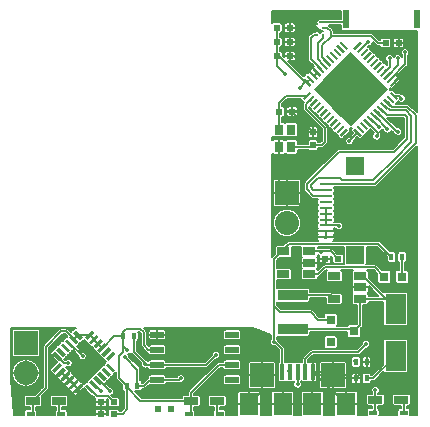
<source format=gtl>
G04 #@! TF.FileFunction,Copper,L1,Top,Signal*
%FSLAX46Y46*%
G04 Gerber Fmt 4.6, Leading zero omitted, Abs format (unit mm)*
G04 Created by KiCad (PCBNEW (2015-04-30 BZR 5634)-product) date Monday, June 22, 2015 'AMt' 01:30:21 AM*
%MOMM*%
G01*
G04 APERTURE LIST*
%ADD10C,0.100000*%
%ADD11R,0.600000X0.500000*%
%ADD12R,0.500000X0.600000*%
%ADD13R,1.800860X2.499360*%
%ADD14R,0.797560X0.797560*%
%ADD15R,2.500000X0.900000*%
%ADD16R,0.800100X0.800100*%
%ADD17R,0.400000X0.600000*%
%ADD18R,1.143000X0.508000*%
%ADD19R,1.060000X0.650000*%
%ADD20C,0.220000*%
%ADD21R,1.600000X1.900000*%
%ADD22R,2.000000X2.000000*%
%ADD23R,0.400000X1.350000*%
%ADD24R,0.700000X0.400000*%
%ADD25R,1.200000X0.650000*%
%ADD26R,0.500000X1.600000*%
%ADD27R,2.032000X2.032000*%
%ADD28O,2.032000X2.032000*%
%ADD29R,1.500000X1.500000*%
%ADD30R,1.100000X0.250000*%
%ADD31R,0.800000X0.900000*%
%ADD32C,0.355000*%
%ADD33C,0.127000*%
G04 APERTURE END LIST*
D10*
D11*
X174250000Y-89600000D03*
X173150000Y-89600000D03*
X163950000Y-114800000D03*
X162850000Y-114800000D03*
X159150000Y-114200000D03*
X158050000Y-114200000D03*
X159150000Y-115200000D03*
X158050000Y-115200000D03*
X172950000Y-83700000D03*
X174050000Y-83700000D03*
D12*
X176000000Y-92450000D03*
X176000000Y-91350000D03*
D11*
X182150000Y-83800000D03*
X183250000Y-83800000D03*
X174050000Y-82500000D03*
X172950000Y-82500000D03*
X174050000Y-84900000D03*
X172950000Y-84900000D03*
D13*
X183000000Y-110298980D03*
X183000000Y-106301020D03*
D14*
X182050700Y-103600000D03*
X183549300Y-103600000D03*
D15*
X174300000Y-108050000D03*
X174300000Y-105150000D03*
D16*
X177499240Y-107250000D03*
X177499240Y-109150000D03*
X179498220Y-108200000D03*
D17*
X183550000Y-101900000D03*
X182650000Y-101900000D03*
X179650000Y-110800000D03*
X180550000Y-110800000D03*
X180550000Y-112200000D03*
X179650000Y-112200000D03*
X160850000Y-108600000D03*
X159950000Y-108600000D03*
X161150000Y-112800000D03*
X160250000Y-112800000D03*
D18*
X162825000Y-112305000D03*
X162825000Y-111035000D03*
X162825000Y-109765000D03*
X162825000Y-108495000D03*
X169175000Y-108495000D03*
X169175000Y-109765000D03*
X169175000Y-111035000D03*
X169175000Y-112305000D03*
D19*
X175700000Y-103350000D03*
X175700000Y-102400000D03*
X175700000Y-101450000D03*
X173500000Y-101450000D03*
X173500000Y-103350000D03*
X180000000Y-105450000D03*
X180000000Y-104500000D03*
X180000000Y-103550000D03*
X177800000Y-103550000D03*
X177800000Y-105450000D03*
D20*
X176600000Y-82050000D03*
X176850000Y-82500000D03*
X176350000Y-82500000D03*
X176350000Y-83100000D03*
X176850000Y-83100000D03*
D10*
G36*
X180119238Y-91589087D02*
X179977817Y-91730508D01*
X179412132Y-91164823D01*
X179553553Y-91023402D01*
X180119238Y-91589087D01*
X180119238Y-91589087D01*
G37*
G36*
X180402081Y-91306245D02*
X180260660Y-91447666D01*
X179694975Y-90881981D01*
X179836396Y-90740560D01*
X180402081Y-91306245D01*
X180402081Y-91306245D01*
G37*
G36*
X180684924Y-91023402D02*
X180543503Y-91164823D01*
X179977818Y-90599138D01*
X180119239Y-90457717D01*
X180684924Y-91023402D01*
X180684924Y-91023402D01*
G37*
G36*
X180967767Y-90740559D02*
X180826346Y-90881980D01*
X180260661Y-90316295D01*
X180402082Y-90174874D01*
X180967767Y-90740559D01*
X180967767Y-90740559D01*
G37*
G36*
X181250609Y-90457716D02*
X181109188Y-90599137D01*
X180543503Y-90033452D01*
X180684924Y-89892031D01*
X181250609Y-90457716D01*
X181250609Y-90457716D01*
G37*
G36*
X181533452Y-90174874D02*
X181392031Y-90316295D01*
X180826346Y-89750610D01*
X180967767Y-89609189D01*
X181533452Y-90174874D01*
X181533452Y-90174874D01*
G37*
G36*
X181816295Y-89892031D02*
X181674874Y-90033452D01*
X181109189Y-89467767D01*
X181250610Y-89326346D01*
X181816295Y-89892031D01*
X181816295Y-89892031D01*
G37*
G36*
X182099137Y-89609188D02*
X181957716Y-89750609D01*
X181392031Y-89184924D01*
X181533452Y-89043503D01*
X182099137Y-89609188D01*
X182099137Y-89609188D01*
G37*
G36*
X182381980Y-89326346D02*
X182240559Y-89467767D01*
X181674874Y-88902082D01*
X181816295Y-88760661D01*
X182381980Y-89326346D01*
X182381980Y-89326346D01*
G37*
G36*
X182664823Y-89043503D02*
X182523402Y-89184924D01*
X181957717Y-88619239D01*
X182099138Y-88477818D01*
X182664823Y-89043503D01*
X182664823Y-89043503D01*
G37*
G36*
X182947666Y-88760660D02*
X182806245Y-88902081D01*
X182240560Y-88336396D01*
X182381981Y-88194975D01*
X182947666Y-88760660D01*
X182947666Y-88760660D01*
G37*
G36*
X183230508Y-88477817D02*
X183089087Y-88619238D01*
X182523402Y-88053553D01*
X182664823Y-87912132D01*
X183230508Y-88477817D01*
X183230508Y-88477817D01*
G37*
G36*
X183089087Y-86780762D02*
X183230508Y-86922183D01*
X182664823Y-87487868D01*
X182523402Y-87346447D01*
X183089087Y-86780762D01*
X183089087Y-86780762D01*
G37*
G36*
X182806245Y-86497919D02*
X182947666Y-86639340D01*
X182381981Y-87205025D01*
X182240560Y-87063604D01*
X182806245Y-86497919D01*
X182806245Y-86497919D01*
G37*
G36*
X182523402Y-86215076D02*
X182664823Y-86356497D01*
X182099138Y-86922182D01*
X181957717Y-86780761D01*
X182523402Y-86215076D01*
X182523402Y-86215076D01*
G37*
G36*
X182240559Y-85932233D02*
X182381980Y-86073654D01*
X181816295Y-86639339D01*
X181674874Y-86497918D01*
X182240559Y-85932233D01*
X182240559Y-85932233D01*
G37*
G36*
X181957716Y-85649391D02*
X182099137Y-85790812D01*
X181533452Y-86356497D01*
X181392031Y-86215076D01*
X181957716Y-85649391D01*
X181957716Y-85649391D01*
G37*
G36*
X181674874Y-85366548D02*
X181816295Y-85507969D01*
X181250610Y-86073654D01*
X181109189Y-85932233D01*
X181674874Y-85366548D01*
X181674874Y-85366548D01*
G37*
G36*
X181392031Y-85083705D02*
X181533452Y-85225126D01*
X180967767Y-85790811D01*
X180826346Y-85649390D01*
X181392031Y-85083705D01*
X181392031Y-85083705D01*
G37*
G36*
X181109188Y-84800863D02*
X181250609Y-84942284D01*
X180684924Y-85507969D01*
X180543503Y-85366548D01*
X181109188Y-84800863D01*
X181109188Y-84800863D01*
G37*
G36*
X180826346Y-84518020D02*
X180967767Y-84659441D01*
X180402082Y-85225126D01*
X180260661Y-85083705D01*
X180826346Y-84518020D01*
X180826346Y-84518020D01*
G37*
G36*
X180543503Y-84235177D02*
X180684924Y-84376598D01*
X180119239Y-84942283D01*
X179977818Y-84800862D01*
X180543503Y-84235177D01*
X180543503Y-84235177D01*
G37*
G36*
X180260660Y-83952334D02*
X180402081Y-84093755D01*
X179836396Y-84659440D01*
X179694975Y-84518019D01*
X180260660Y-83952334D01*
X180260660Y-83952334D01*
G37*
G36*
X179977817Y-83669492D02*
X180119238Y-83810913D01*
X179553553Y-84376598D01*
X179412132Y-84235177D01*
X179977817Y-83669492D01*
X179977817Y-83669492D01*
G37*
G36*
X178987868Y-84235177D02*
X178846447Y-84376598D01*
X178280762Y-83810913D01*
X178422183Y-83669492D01*
X178987868Y-84235177D01*
X178987868Y-84235177D01*
G37*
G36*
X178705025Y-84518019D02*
X178563604Y-84659440D01*
X177997919Y-84093755D01*
X178139340Y-83952334D01*
X178705025Y-84518019D01*
X178705025Y-84518019D01*
G37*
G36*
X178422182Y-84800862D02*
X178280761Y-84942283D01*
X177715076Y-84376598D01*
X177856497Y-84235177D01*
X178422182Y-84800862D01*
X178422182Y-84800862D01*
G37*
G36*
X178139339Y-85083705D02*
X177997918Y-85225126D01*
X177432233Y-84659441D01*
X177573654Y-84518020D01*
X178139339Y-85083705D01*
X178139339Y-85083705D01*
G37*
G36*
X177856497Y-85366548D02*
X177715076Y-85507969D01*
X177149391Y-84942284D01*
X177290812Y-84800863D01*
X177856497Y-85366548D01*
X177856497Y-85366548D01*
G37*
G36*
X177573654Y-85649390D02*
X177432233Y-85790811D01*
X176866548Y-85225126D01*
X177007969Y-85083705D01*
X177573654Y-85649390D01*
X177573654Y-85649390D01*
G37*
G36*
X177290811Y-85932233D02*
X177149390Y-86073654D01*
X176583705Y-85507969D01*
X176725126Y-85366548D01*
X177290811Y-85932233D01*
X177290811Y-85932233D01*
G37*
G36*
X177007969Y-86215076D02*
X176866548Y-86356497D01*
X176300863Y-85790812D01*
X176442284Y-85649391D01*
X177007969Y-86215076D01*
X177007969Y-86215076D01*
G37*
G36*
X176725126Y-86497918D02*
X176583705Y-86639339D01*
X176018020Y-86073654D01*
X176159441Y-85932233D01*
X176725126Y-86497918D01*
X176725126Y-86497918D01*
G37*
G36*
X176442283Y-86780761D02*
X176300862Y-86922182D01*
X175735177Y-86356497D01*
X175876598Y-86215076D01*
X176442283Y-86780761D01*
X176442283Y-86780761D01*
G37*
G36*
X176159440Y-87063604D02*
X176018019Y-87205025D01*
X175452334Y-86639340D01*
X175593755Y-86497919D01*
X176159440Y-87063604D01*
X176159440Y-87063604D01*
G37*
G36*
X175876598Y-87346447D02*
X175735177Y-87487868D01*
X175169492Y-86922183D01*
X175310913Y-86780762D01*
X175876598Y-87346447D01*
X175876598Y-87346447D01*
G37*
G36*
X175735177Y-87912132D02*
X175876598Y-88053553D01*
X175310913Y-88619238D01*
X175169492Y-88477817D01*
X175735177Y-87912132D01*
X175735177Y-87912132D01*
G37*
G36*
X176018019Y-88194975D02*
X176159440Y-88336396D01*
X175593755Y-88902081D01*
X175452334Y-88760660D01*
X176018019Y-88194975D01*
X176018019Y-88194975D01*
G37*
G36*
X176300862Y-88477818D02*
X176442283Y-88619239D01*
X175876598Y-89184924D01*
X175735177Y-89043503D01*
X176300862Y-88477818D01*
X176300862Y-88477818D01*
G37*
G36*
X176583705Y-88760661D02*
X176725126Y-88902082D01*
X176159441Y-89467767D01*
X176018020Y-89326346D01*
X176583705Y-88760661D01*
X176583705Y-88760661D01*
G37*
G36*
X176866548Y-89043503D02*
X177007969Y-89184924D01*
X176442284Y-89750609D01*
X176300863Y-89609188D01*
X176866548Y-89043503D01*
X176866548Y-89043503D01*
G37*
G36*
X177149390Y-89326346D02*
X177290811Y-89467767D01*
X176725126Y-90033452D01*
X176583705Y-89892031D01*
X177149390Y-89326346D01*
X177149390Y-89326346D01*
G37*
G36*
X177432233Y-89609189D02*
X177573654Y-89750610D01*
X177007969Y-90316295D01*
X176866548Y-90174874D01*
X177432233Y-89609189D01*
X177432233Y-89609189D01*
G37*
G36*
X177715076Y-89892031D02*
X177856497Y-90033452D01*
X177290812Y-90599137D01*
X177149391Y-90457716D01*
X177715076Y-89892031D01*
X177715076Y-89892031D01*
G37*
G36*
X177997918Y-90174874D02*
X178139339Y-90316295D01*
X177573654Y-90881980D01*
X177432233Y-90740559D01*
X177997918Y-90174874D01*
X177997918Y-90174874D01*
G37*
G36*
X178280761Y-90457717D02*
X178422182Y-90599138D01*
X177856497Y-91164823D01*
X177715076Y-91023402D01*
X178280761Y-90457717D01*
X178280761Y-90457717D01*
G37*
G36*
X178563604Y-90740560D02*
X178705025Y-90881981D01*
X178139340Y-91447666D01*
X177997919Y-91306245D01*
X178563604Y-90740560D01*
X178563604Y-90740560D01*
G37*
G36*
X178846447Y-91023402D02*
X178987868Y-91164823D01*
X178422183Y-91730508D01*
X178280762Y-91589087D01*
X178846447Y-91023402D01*
X178846447Y-91023402D01*
G37*
G36*
X179986656Y-85340031D02*
X179200000Y-86126687D01*
X178413344Y-85340031D01*
X179200000Y-84553375D01*
X179986656Y-85340031D01*
X179986656Y-85340031D01*
G37*
G36*
X179200000Y-86126687D02*
X178413344Y-86913343D01*
X177626688Y-86126687D01*
X178413344Y-85340031D01*
X179200000Y-86126687D01*
X179200000Y-86126687D01*
G37*
G36*
X178413343Y-86913344D02*
X177626687Y-87700000D01*
X176840031Y-86913344D01*
X177626687Y-86126688D01*
X178413343Y-86913344D01*
X178413343Y-86913344D01*
G37*
G36*
X177626687Y-87700000D02*
X176840031Y-88486656D01*
X176053375Y-87700000D01*
X176840031Y-86913344D01*
X177626687Y-87700000D01*
X177626687Y-87700000D01*
G37*
G36*
X180773312Y-86126687D02*
X179986656Y-86913343D01*
X179200000Y-86126687D01*
X179986656Y-85340031D01*
X180773312Y-86126687D01*
X180773312Y-86126687D01*
G37*
G36*
X179986656Y-86913344D02*
X179200000Y-87700000D01*
X178413344Y-86913344D01*
X179200000Y-86126688D01*
X179986656Y-86913344D01*
X179986656Y-86913344D01*
G37*
G36*
X179200000Y-87700000D02*
X178413344Y-88486656D01*
X177626688Y-87700000D01*
X178413344Y-86913344D01*
X179200000Y-87700000D01*
X179200000Y-87700000D01*
G37*
G36*
X178413343Y-88486656D02*
X177626687Y-89273312D01*
X176840031Y-88486656D01*
X177626687Y-87700000D01*
X178413343Y-88486656D01*
X178413343Y-88486656D01*
G37*
G36*
X181559969Y-86913344D02*
X180773313Y-87700000D01*
X179986657Y-86913344D01*
X180773313Y-86126688D01*
X181559969Y-86913344D01*
X181559969Y-86913344D01*
G37*
G36*
X180773312Y-87700000D02*
X179986656Y-88486656D01*
X179200000Y-87700000D01*
X179986656Y-86913344D01*
X180773312Y-87700000D01*
X180773312Y-87700000D01*
G37*
G36*
X179986656Y-88486656D02*
X179200000Y-89273312D01*
X178413344Y-88486656D01*
X179200000Y-87700000D01*
X179986656Y-88486656D01*
X179986656Y-88486656D01*
G37*
G36*
X179200000Y-89273313D02*
X178413344Y-90059969D01*
X177626688Y-89273313D01*
X178413344Y-88486657D01*
X179200000Y-89273313D01*
X179200000Y-89273313D01*
G37*
G36*
X182346625Y-87700000D02*
X181559969Y-88486656D01*
X180773313Y-87700000D01*
X181559969Y-86913344D01*
X182346625Y-87700000D01*
X182346625Y-87700000D01*
G37*
G36*
X181559969Y-88486656D02*
X180773313Y-89273312D01*
X179986657Y-88486656D01*
X180773313Y-87700000D01*
X181559969Y-88486656D01*
X181559969Y-88486656D01*
G37*
G36*
X180773312Y-89273313D02*
X179986656Y-90059969D01*
X179200000Y-89273313D01*
X179986656Y-88486657D01*
X180773312Y-89273313D01*
X180773312Y-89273313D01*
G37*
G36*
X179986656Y-90059969D02*
X179200000Y-90846625D01*
X178413344Y-90059969D01*
X179200000Y-89273313D01*
X179986656Y-90059969D01*
X179986656Y-90059969D01*
G37*
G36*
X154142804Y-111701561D02*
X153930672Y-111489429D01*
X154531712Y-110888389D01*
X154743844Y-111100521D01*
X154142804Y-111701561D01*
X154142804Y-111701561D01*
G37*
G36*
X154496358Y-112055114D02*
X154284226Y-111842982D01*
X154885266Y-111241942D01*
X155097398Y-111454074D01*
X154496358Y-112055114D01*
X154496358Y-112055114D01*
G37*
G36*
X154849911Y-112408668D02*
X154637779Y-112196536D01*
X155238819Y-111595496D01*
X155450951Y-111807628D01*
X154849911Y-112408668D01*
X154849911Y-112408668D01*
G37*
G36*
X155203464Y-112762221D02*
X154991332Y-112550089D01*
X155592372Y-111949049D01*
X155804504Y-112161181D01*
X155203464Y-112762221D01*
X155203464Y-112762221D01*
G37*
G36*
X155557018Y-113115774D02*
X155344886Y-112903642D01*
X155945926Y-112302602D01*
X156158058Y-112514734D01*
X155557018Y-113115774D01*
X155557018Y-113115774D01*
G37*
G36*
X155910571Y-113469328D02*
X155698439Y-113257196D01*
X156299479Y-112656156D01*
X156511611Y-112868288D01*
X155910571Y-113469328D01*
X155910571Y-113469328D01*
G37*
G36*
X157501561Y-113257196D02*
X157289429Y-113469328D01*
X156688389Y-112868288D01*
X156900521Y-112656156D01*
X157501561Y-113257196D01*
X157501561Y-113257196D01*
G37*
G36*
X157855114Y-112903642D02*
X157642982Y-113115774D01*
X157041942Y-112514734D01*
X157254074Y-112302602D01*
X157855114Y-112903642D01*
X157855114Y-112903642D01*
G37*
G36*
X158208668Y-112550089D02*
X157996536Y-112762221D01*
X157395496Y-112161181D01*
X157607628Y-111949049D01*
X158208668Y-112550089D01*
X158208668Y-112550089D01*
G37*
G36*
X158562221Y-112196536D02*
X158350089Y-112408668D01*
X157749049Y-111807628D01*
X157961181Y-111595496D01*
X158562221Y-112196536D01*
X158562221Y-112196536D01*
G37*
G36*
X158915774Y-111842982D02*
X158703642Y-112055114D01*
X158102602Y-111454074D01*
X158314734Y-111241942D01*
X158915774Y-111842982D01*
X158915774Y-111842982D01*
G37*
G36*
X159269328Y-111489429D02*
X159057196Y-111701561D01*
X158456156Y-111100521D01*
X158668288Y-110888389D01*
X159269328Y-111489429D01*
X159269328Y-111489429D01*
G37*
G36*
X158668288Y-110711611D02*
X158456156Y-110499479D01*
X159057196Y-109898439D01*
X159269328Y-110110571D01*
X158668288Y-110711611D01*
X158668288Y-110711611D01*
G37*
G36*
X158314734Y-110358058D02*
X158102602Y-110145926D01*
X158703642Y-109544886D01*
X158915774Y-109757018D01*
X158314734Y-110358058D01*
X158314734Y-110358058D01*
G37*
G36*
X157961181Y-110004504D02*
X157749049Y-109792372D01*
X158350089Y-109191332D01*
X158562221Y-109403464D01*
X157961181Y-110004504D01*
X157961181Y-110004504D01*
G37*
G36*
X157607628Y-109650951D02*
X157395496Y-109438819D01*
X157996536Y-108837779D01*
X158208668Y-109049911D01*
X157607628Y-109650951D01*
X157607628Y-109650951D01*
G37*
G36*
X157254074Y-109297398D02*
X157041942Y-109085266D01*
X157642982Y-108484226D01*
X157855114Y-108696358D01*
X157254074Y-109297398D01*
X157254074Y-109297398D01*
G37*
G36*
X156900521Y-108943844D02*
X156688389Y-108731712D01*
X157289429Y-108130672D01*
X157501561Y-108342804D01*
X156900521Y-108943844D01*
X156900521Y-108943844D01*
G37*
G36*
X156511611Y-108731712D02*
X156299479Y-108943844D01*
X155698439Y-108342804D01*
X155910571Y-108130672D01*
X156511611Y-108731712D01*
X156511611Y-108731712D01*
G37*
G36*
X156158058Y-109085266D02*
X155945926Y-109297398D01*
X155344886Y-108696358D01*
X155557018Y-108484226D01*
X156158058Y-109085266D01*
X156158058Y-109085266D01*
G37*
G36*
X155804504Y-109438819D02*
X155592372Y-109650951D01*
X154991332Y-109049911D01*
X155203464Y-108837779D01*
X155804504Y-109438819D01*
X155804504Y-109438819D01*
G37*
G36*
X155450951Y-109792372D02*
X155238819Y-110004504D01*
X154637779Y-109403464D01*
X154849911Y-109191332D01*
X155450951Y-109792372D01*
X155450951Y-109792372D01*
G37*
G36*
X155097398Y-110145926D02*
X154885266Y-110358058D01*
X154284226Y-109757018D01*
X154496358Y-109544886D01*
X155097398Y-110145926D01*
X155097398Y-110145926D01*
G37*
G36*
X154743844Y-110499479D02*
X154531712Y-110711611D01*
X153930672Y-110110571D01*
X154142804Y-109898439D01*
X154743844Y-110499479D01*
X154743844Y-110499479D01*
G37*
D21*
X175950000Y-114370000D03*
X173450000Y-114370000D03*
X178810000Y-114370000D03*
D22*
X177700000Y-111940000D03*
D23*
X173399100Y-111637460D03*
X174049100Y-111637460D03*
X174699100Y-111637460D03*
X175349100Y-111637460D03*
X175999100Y-111637460D03*
D22*
X171700000Y-111940000D03*
D21*
X170590000Y-114370000D03*
D24*
X168100000Y-115200000D03*
D25*
X167900000Y-114100000D03*
X165700000Y-114100000D03*
D24*
X165500000Y-115200000D03*
X154700000Y-115200000D03*
D25*
X154500000Y-114100000D03*
X152300000Y-114100000D03*
D24*
X152100000Y-115200000D03*
X183700000Y-115100000D03*
D25*
X183500000Y-114000000D03*
X181300000Y-114000000D03*
D24*
X181100000Y-115100000D03*
D26*
X184800000Y-81800000D03*
X178800000Y-81800000D03*
D27*
X173800000Y-96500000D03*
D28*
X173800000Y-99040000D03*
D27*
X151700000Y-109200000D03*
D28*
X151700000Y-111740000D03*
D29*
X179600000Y-101750000D03*
D30*
X177100000Y-99750000D03*
X177100000Y-99250000D03*
X177100000Y-98750000D03*
X177100000Y-98250000D03*
X177100000Y-97750000D03*
X177100000Y-97250000D03*
X177100000Y-96750000D03*
X177100000Y-96250000D03*
X177100000Y-95750000D03*
X177100000Y-100250000D03*
D29*
X179600000Y-94250000D03*
D31*
X173100000Y-92600000D03*
X173100000Y-91150000D03*
X174175000Y-92600000D03*
X174175000Y-91150000D03*
D11*
X178150000Y-102100000D03*
X177050000Y-102100000D03*
D32*
X174150000Y-89600000D03*
X174100000Y-84900000D03*
X184300000Y-88500000D03*
X175900000Y-102500000D03*
X176000000Y-100200000D03*
X176800000Y-104400000D03*
X177900000Y-112100000D03*
X164900000Y-109900000D03*
X170400000Y-114300000D03*
X158100000Y-114200000D03*
X154200000Y-112900000D03*
X163900000Y-114800000D03*
X158800000Y-113300000D03*
X162900000Y-114800000D03*
X158100000Y-113300000D03*
X162700000Y-109800000D03*
X160300000Y-109800000D03*
X178200000Y-99300000D03*
X177900000Y-103500000D03*
X181300000Y-113200000D03*
X169000000Y-111100000D03*
X174900000Y-87600000D03*
X179100000Y-92100000D03*
X173600000Y-86400000D03*
X183500000Y-88500000D03*
X172700000Y-109100000D03*
X179600000Y-110700000D03*
X173500000Y-103350000D03*
X161800000Y-111000000D03*
X155300000Y-110900000D03*
X183200000Y-91300000D03*
X167800000Y-110200000D03*
X160100000Y-110400000D03*
X156500000Y-110300000D03*
X164800000Y-112200000D03*
X182300000Y-91100000D03*
X168100000Y-114000000D03*
X183800000Y-84600000D03*
X154600000Y-114200000D03*
X183200000Y-85100000D03*
X183800000Y-114000000D03*
X182500000Y-85100000D03*
X174700000Y-112700000D03*
X181400000Y-91700000D03*
X174000000Y-111600000D03*
X181600000Y-90900000D03*
X180500000Y-109300000D03*
X180700000Y-83700000D03*
X176700000Y-101500000D03*
X177400000Y-109000000D03*
D33*
X175700000Y-102400000D02*
X176750000Y-102400000D01*
X176750000Y-102400000D02*
X177050000Y-102100000D01*
X174100000Y-84900000D02*
X174050000Y-84900000D01*
X173100000Y-92600000D02*
X173100000Y-95800000D01*
X173100000Y-95800000D02*
X173800000Y-96500000D01*
X174250000Y-89600000D02*
X176000000Y-91350000D01*
X173100000Y-95800000D02*
X173800000Y-96500000D01*
X174050000Y-83700000D02*
X174050000Y-84900000D01*
X174050000Y-82500000D02*
X174050000Y-83700000D01*
X174050000Y-82500000D02*
X176350000Y-82500000D01*
X176088730Y-86568629D02*
X176371573Y-86285786D01*
X174420101Y-84900000D02*
X176088730Y-86568629D01*
X174050000Y-84900000D02*
X174420101Y-84900000D01*
X183800000Y-83800000D02*
X184300000Y-84300000D01*
X184300000Y-84300000D02*
X184300000Y-85711270D01*
X184300000Y-85711270D02*
X182876955Y-87134315D01*
X183250000Y-83800000D02*
X183800000Y-83800000D01*
X176450000Y-99750000D02*
X177100000Y-99750000D01*
X175600000Y-98900000D02*
X176450000Y-99750000D01*
X175600000Y-98200000D02*
X175600000Y-98900000D01*
X173900000Y-96500000D02*
X175600000Y-98200000D01*
X173800000Y-96500000D02*
X173900000Y-96500000D01*
X177100000Y-100250000D02*
X177000000Y-100350000D01*
X177100000Y-99750000D02*
X177100000Y-100250000D01*
X177621640Y-113260000D02*
X175999100Y-111637460D01*
X177700000Y-113260000D02*
X177621640Y-113260000D01*
X178810000Y-114370000D02*
X177700000Y-113260000D01*
X175950000Y-114370000D02*
X178810000Y-114370000D01*
X173450000Y-114370000D02*
X175950000Y-114370000D01*
X170590000Y-114370000D02*
X173450000Y-114370000D01*
X171700000Y-113260000D02*
X170590000Y-114370000D01*
X171700000Y-111940000D02*
X171700000Y-113260000D01*
X177960000Y-112200000D02*
X177700000Y-111940000D01*
X179650000Y-112200000D02*
X177960000Y-112200000D01*
X180550000Y-111300000D02*
X179650000Y-112200000D01*
X180550000Y-110800000D02*
X180550000Y-111300000D01*
X158050000Y-114200000D02*
X158050000Y-115200000D01*
X156105025Y-113605025D02*
X156700000Y-114200000D01*
X156700000Y-114200000D02*
X157050000Y-114200000D01*
X157050000Y-114200000D02*
X158050000Y-114200000D01*
X156105025Y-113062741D02*
X156105025Y-113605025D01*
X155397919Y-112355635D02*
X156105025Y-113062741D01*
X155397918Y-112355635D02*
X155397919Y-112355635D01*
X154690812Y-111648529D02*
X155397918Y-112355635D01*
X154690812Y-111648528D02*
X154690812Y-111648529D01*
X155044365Y-112002082D02*
X155397918Y-112355635D01*
X155751472Y-112709189D02*
X156105025Y-113062742D01*
X155751472Y-112709188D02*
X155751472Y-112709189D01*
X184300000Y-88500000D02*
X184255635Y-88455635D01*
X184255635Y-88455635D02*
X184255635Y-85755635D01*
X175800000Y-102400000D02*
X175700000Y-102400000D01*
X175900000Y-102500000D02*
X175800000Y-102400000D01*
X177100000Y-100250000D02*
X176050000Y-100250000D01*
X176050000Y-100250000D02*
X176000000Y-100200000D01*
X176800000Y-104400000D02*
X176900000Y-104500000D01*
X176900000Y-104500000D02*
X180000000Y-104500000D01*
X177740000Y-111940000D02*
X177700000Y-111940000D01*
X177900000Y-112100000D02*
X177740000Y-111940000D01*
X177397460Y-111637460D02*
X177700000Y-111940000D01*
X175999100Y-111637460D02*
X177397460Y-111637460D01*
X170470000Y-114370000D02*
X170590000Y-114370000D01*
X163495000Y-108495000D02*
X164900000Y-109900000D01*
X170400000Y-114300000D02*
X170470000Y-114370000D01*
X162825000Y-108495000D02*
X163495000Y-108495000D01*
X158100000Y-114200000D02*
X158050000Y-114200000D01*
X155344365Y-112355635D02*
X155397918Y-112355635D01*
X154200000Y-112900000D02*
X154600000Y-112900000D01*
X154600000Y-112900000D02*
X154800000Y-112900000D01*
X154800000Y-112900000D02*
X155344365Y-112355635D01*
X173100000Y-91150000D02*
X173100000Y-89650000D01*
X173100000Y-89650000D02*
X173150000Y-89600000D01*
X173150000Y-89600000D02*
X173150000Y-88850000D01*
X172925000Y-89725000D02*
X173100000Y-89550000D01*
X173100000Y-91150000D02*
X173100000Y-90900000D01*
X173150000Y-88850000D02*
X173734315Y-88265685D01*
X173734315Y-88265685D02*
X175523045Y-88265685D01*
X163900000Y-114800000D02*
X163950000Y-114800000D01*
X157855635Y-112355635D02*
X158800000Y-113300000D01*
X157802082Y-112355635D02*
X157855635Y-112355635D01*
X162900000Y-114800000D02*
X162850000Y-114800000D01*
X157509188Y-112709188D02*
X158100000Y-113300000D01*
X157448528Y-112709188D02*
X157509188Y-112709188D01*
X158650000Y-113700000D02*
X159150000Y-114200000D01*
X157700000Y-113700000D02*
X158650000Y-113700000D01*
X157094975Y-113094975D02*
X157700000Y-113700000D01*
X157094975Y-113062742D02*
X157094975Y-113094975D01*
X175334315Y-87134315D02*
X175523045Y-87134315D01*
X173100000Y-84900000D02*
X175334315Y-87134315D01*
X172950000Y-84900000D02*
X173100000Y-84900000D01*
X175523045Y-87134314D02*
X175805887Y-86851472D01*
X175523045Y-87134315D02*
X175523045Y-87134314D01*
X172950000Y-83700000D02*
X172950000Y-84900000D01*
X172950000Y-82500000D02*
X172950000Y-83700000D01*
X177100000Y-97750000D02*
X177100000Y-99250000D01*
X177100000Y-98750000D02*
X177100000Y-98250000D01*
X177100000Y-99250000D02*
X177100000Y-98750000D01*
X159200000Y-108600000D02*
X159950000Y-108600000D01*
X158202082Y-109597918D02*
X159200000Y-108600000D01*
X158155635Y-109597918D02*
X158202082Y-109597918D01*
X157802082Y-109244365D02*
X158155635Y-109597918D01*
X157802081Y-109244365D02*
X157802082Y-109244365D01*
X157094974Y-108537258D02*
X157802081Y-109244365D01*
X156105025Y-108537258D02*
X157094974Y-108537258D01*
X155751472Y-108890811D02*
X156105025Y-108537258D01*
X155751472Y-108890812D02*
X155751472Y-108890811D01*
X162735000Y-109765000D02*
X162825000Y-109765000D01*
X162700000Y-109800000D02*
X162735000Y-109765000D01*
X159950000Y-109450000D02*
X160300000Y-109800000D01*
X159950000Y-108600000D02*
X159950000Y-109450000D01*
X160300000Y-114050000D02*
X160300000Y-114800000D01*
X160300000Y-114800000D02*
X159900000Y-115200000D01*
X159900000Y-115200000D02*
X159150000Y-115200000D01*
X160300000Y-112850000D02*
X160300000Y-114050000D01*
X159600000Y-112150000D02*
X160300000Y-112850000D01*
X159600000Y-110300000D02*
X159600000Y-112150000D01*
X159950000Y-109950000D02*
X159600000Y-110300000D01*
X159950000Y-108600000D02*
X159950000Y-109950000D01*
X178150000Y-99250000D02*
X178200000Y-99300000D01*
X177100000Y-99250000D02*
X178150000Y-99250000D01*
X177850000Y-103550000D02*
X177800000Y-103550000D01*
X177900000Y-103500000D02*
X177850000Y-103550000D01*
X181300000Y-114000000D02*
X181300000Y-113200000D01*
X181300000Y-114900000D02*
X181100000Y-115100000D01*
X181300000Y-114000000D02*
X181300000Y-114900000D01*
X169065000Y-111035000D02*
X169175000Y-111035000D01*
X169000000Y-111100000D02*
X169065000Y-111035000D01*
X168065000Y-111035000D02*
X165700000Y-113400000D01*
X165700000Y-113400000D02*
X165700000Y-114100000D01*
X169175000Y-111035000D02*
X168065000Y-111035000D01*
X165700000Y-114100000D02*
X165700000Y-115000000D01*
X157094975Y-108537259D02*
X157448528Y-108890812D01*
X157094975Y-108537258D02*
X157094975Y-108537259D01*
X162065000Y-109765000D02*
X161700000Y-109400000D01*
X161700000Y-109400000D02*
X161700000Y-108300000D01*
X161700000Y-108300000D02*
X161400000Y-108000000D01*
X161400000Y-108000000D02*
X160200000Y-108000000D01*
X160200000Y-108000000D02*
X159950000Y-108250000D01*
X159950000Y-108250000D02*
X159950000Y-108600000D01*
X162825000Y-109765000D02*
X162065000Y-109765000D01*
X155100000Y-108200000D02*
X154700000Y-108200000D01*
X154700000Y-108200000D02*
X153400000Y-109500000D01*
X153400000Y-109500000D02*
X153400000Y-113000000D01*
X153400000Y-113000000D02*
X152300000Y-114100000D01*
X155751472Y-108851472D02*
X155100000Y-108200000D01*
X155751472Y-108890812D02*
X155751472Y-108851472D01*
X152300000Y-115000000D02*
X152100000Y-115200000D01*
X152300000Y-114100000D02*
X152300000Y-115000000D01*
X161400000Y-114100000D02*
X165700000Y-114100000D01*
X160250000Y-112950000D02*
X161400000Y-114100000D01*
X160250000Y-112800000D02*
X160250000Y-112950000D01*
X179765685Y-91376955D02*
X179765685Y-91434315D01*
X174900000Y-87600000D02*
X175365685Y-87134315D01*
X175365685Y-87134315D02*
X175523045Y-87134315D01*
X179765685Y-91434315D02*
X179100000Y-92100000D01*
X172950000Y-85750000D02*
X173600000Y-86400000D01*
X172950000Y-84900000D02*
X172950000Y-85750000D01*
X183265685Y-88265685D02*
X183500000Y-88500000D01*
X183265685Y-88265685D02*
X182876955Y-88265685D01*
X175805887Y-88548528D02*
X175805887Y-88594113D01*
X175805887Y-88594113D02*
X175400000Y-89000000D01*
X175400000Y-89000000D02*
X175400000Y-89400000D01*
X175400000Y-89400000D02*
X177000000Y-91000000D01*
X177000000Y-91000000D02*
X177000000Y-92200000D01*
X177000000Y-92200000D02*
X176750000Y-92450000D01*
X176750000Y-92450000D02*
X176000000Y-92450000D01*
X174175000Y-92600000D02*
X175850000Y-92600000D01*
X175850000Y-92600000D02*
X176000000Y-92450000D01*
X177200000Y-82500000D02*
X177500000Y-82800000D01*
X177500000Y-82800000D02*
X177500000Y-83300000D01*
X177500000Y-83300000D02*
X176800000Y-84000000D01*
X176800000Y-84000000D02*
X176800000Y-85017157D01*
X176800000Y-85017157D02*
X177220101Y-85437258D01*
X176850000Y-82500000D02*
X177200000Y-82500000D01*
X181500000Y-83800000D02*
X180900000Y-83200000D01*
X180900000Y-83200000D02*
X177600000Y-83200000D01*
X177600000Y-83200000D02*
X177500000Y-83300000D01*
X182150000Y-83800000D02*
X181500000Y-83800000D01*
X181098980Y-112200000D02*
X183000000Y-110298980D01*
X180550000Y-112200000D02*
X181098980Y-112200000D01*
X179348220Y-108050000D02*
X179498220Y-108200000D01*
X174300000Y-108050000D02*
X179348220Y-108050000D01*
X182148980Y-105450000D02*
X183000000Y-106301020D01*
X180000000Y-105450000D02*
X182148980Y-105450000D01*
X180000000Y-107698220D02*
X179498220Y-108200000D01*
X180000000Y-105450000D02*
X180000000Y-107698220D01*
X180248980Y-103550000D02*
X183000000Y-106301020D01*
X180000000Y-103550000D02*
X180248980Y-103550000D01*
X176450000Y-103350000D02*
X177000000Y-102800000D01*
X177000000Y-102800000D02*
X181250700Y-102800000D01*
X181250700Y-102800000D02*
X182050700Y-103600000D01*
X175700000Y-103350000D02*
X176450000Y-103350000D01*
X183550000Y-103599300D02*
X183549300Y-103600000D01*
X183550000Y-101900000D02*
X183550000Y-103599300D01*
X177500000Y-105150000D02*
X177800000Y-105450000D01*
X174300000Y-105150000D02*
X177500000Y-105150000D01*
X181550000Y-100800000D02*
X182650000Y-101900000D01*
X174000000Y-100800000D02*
X181550000Y-100800000D01*
X173500000Y-101300000D02*
X174000000Y-100800000D01*
X173500000Y-101450000D02*
X173500000Y-101300000D01*
X173500000Y-101450000D02*
X173350000Y-101450000D01*
X173200000Y-106600000D02*
X175800000Y-106600000D01*
X175800000Y-106600000D02*
X176450000Y-107250000D01*
X176450000Y-107250000D02*
X177499240Y-107250000D01*
X173350000Y-101450000D02*
X172700000Y-102100000D01*
X172700000Y-102100000D02*
X172700000Y-106100000D01*
X172700000Y-106100000D02*
X173200000Y-106600000D01*
X173400000Y-111636560D02*
X173399100Y-111637460D01*
X172700000Y-109000000D02*
X173400000Y-109700000D01*
X173400000Y-109700000D02*
X173400000Y-111636560D01*
X172700000Y-106100000D02*
X172700000Y-109000000D01*
X179650000Y-110750000D02*
X179650000Y-110800000D01*
X179650000Y-110750000D02*
X179600000Y-110700000D01*
X160850000Y-109950000D02*
X161935000Y-111035000D01*
X162000000Y-111035000D02*
X162825000Y-111035000D01*
X161935000Y-111035000D02*
X162000000Y-111035000D01*
X160850000Y-108600000D02*
X160850000Y-109950000D01*
X154337258Y-110337258D02*
X154337258Y-110305025D01*
X161835000Y-111035000D02*
X161800000Y-111000000D01*
X155300000Y-110900000D02*
X154900000Y-110900000D01*
X154900000Y-110900000D02*
X154337258Y-110337258D01*
X162000000Y-111035000D02*
X161835000Y-111035000D01*
X181462742Y-89679899D02*
X181579899Y-89679899D01*
X183082843Y-91300000D02*
X181462742Y-89679899D01*
X162825000Y-111035000D02*
X166965000Y-111035000D01*
X167800000Y-110200000D02*
X166965000Y-111035000D01*
X183200000Y-91300000D02*
X183082843Y-91300000D01*
X162195000Y-112305000D02*
X162825000Y-112305000D01*
X161700000Y-112800000D02*
X162195000Y-112305000D01*
X161150000Y-112800000D02*
X161700000Y-112800000D01*
X155444365Y-109244365D02*
X155397918Y-109244365D01*
X161150000Y-111450000D02*
X160100000Y-110400000D01*
X156500000Y-110300000D02*
X155444365Y-109244365D01*
X161150000Y-112800000D02*
X161150000Y-111450000D01*
X181179899Y-89962742D02*
X181262742Y-89962742D01*
X164800000Y-112200000D02*
X164695000Y-112305000D01*
X164695000Y-112305000D02*
X162825000Y-112305000D01*
X181262742Y-89962742D02*
X182300000Y-91100000D01*
X182594113Y-86851472D02*
X182594113Y-86805887D01*
X168000000Y-114100000D02*
X167900000Y-114100000D01*
X168100000Y-114000000D02*
X168000000Y-114100000D01*
X167900000Y-115000000D02*
X168100000Y-115200000D01*
X167900000Y-114100000D02*
X167900000Y-115000000D01*
X183800000Y-85600000D02*
X183800000Y-84600000D01*
X182594113Y-86805887D02*
X183800000Y-85600000D01*
X154500000Y-115000000D02*
X154700000Y-115200000D01*
X154500000Y-114100000D02*
X154500000Y-115000000D01*
X182311270Y-86568629D02*
X182331371Y-86568629D01*
X154600000Y-114200000D02*
X154500000Y-114100000D01*
X182331371Y-86568629D02*
X183200000Y-85700000D01*
X183200000Y-85700000D02*
X183200000Y-85100000D01*
X182028427Y-86285786D02*
X182028427Y-86271573D01*
X183700000Y-114100000D02*
X183700000Y-115100000D01*
X183800000Y-114000000D02*
X183700000Y-114100000D01*
X182028427Y-86271573D02*
X182500000Y-85800000D01*
X182500000Y-85800000D02*
X182500000Y-85100000D01*
X176850000Y-83350000D02*
X176400000Y-83800000D01*
X176400000Y-83800000D02*
X176400000Y-85182843D01*
X176400000Y-85182843D02*
X176937258Y-85720101D01*
X176850000Y-83100000D02*
X176850000Y-83350000D01*
X176100000Y-83100000D02*
X175800000Y-83400000D01*
X175800000Y-83400000D02*
X175800000Y-85148528D01*
X175800000Y-85148528D02*
X176654416Y-86002944D01*
X176350000Y-83100000D02*
X176100000Y-83100000D01*
X181250000Y-95750000D02*
X183400000Y-93600000D01*
X177100000Y-95750000D02*
X181250000Y-95750000D01*
X184700000Y-92300000D02*
X183400000Y-93600000D01*
X184700000Y-89900000D02*
X184700000Y-92300000D01*
X184000000Y-89200000D02*
X184700000Y-89900000D01*
X182700000Y-89200000D02*
X184000000Y-89200000D01*
X182331371Y-88831371D02*
X182700000Y-89200000D01*
X182311270Y-88831371D02*
X182331371Y-88831371D01*
X176050000Y-96250000D02*
X175800000Y-96000000D01*
X175800000Y-96000000D02*
X175800000Y-95800000D01*
X175800000Y-95800000D02*
X176400000Y-95200000D01*
X176400000Y-95200000D02*
X178304002Y-95200000D01*
X178304002Y-95200000D02*
X178504002Y-95400000D01*
X178504002Y-95400000D02*
X181100000Y-95400000D01*
X183000000Y-93500000D02*
X183100000Y-93400000D01*
X181100000Y-95400000D02*
X183000000Y-93500000D01*
X177100000Y-96250000D02*
X176050000Y-96250000D01*
X184300000Y-92200000D02*
X183000000Y-93500000D01*
X184300000Y-89954002D02*
X184300000Y-92200000D01*
X183845998Y-89500000D02*
X184300000Y-89954002D01*
X182500000Y-89500000D02*
X183845998Y-89500000D01*
X182114214Y-89114214D02*
X182500000Y-89500000D01*
X182028427Y-89114214D02*
X182114214Y-89114214D01*
X176050000Y-96750000D02*
X175500000Y-96200000D01*
X175500000Y-96200000D02*
X175500000Y-95700000D01*
X175500000Y-95700000D02*
X178200000Y-93000000D01*
X178200000Y-93000000D02*
X182000000Y-93000000D01*
X177100000Y-96750000D02*
X176050000Y-96750000D01*
X182900000Y-93000000D02*
X182000000Y-93000000D01*
X184000000Y-91900000D02*
X182900000Y-93000000D01*
X184000000Y-90100000D02*
X184000000Y-91900000D01*
X183800000Y-89900000D02*
X184000000Y-90100000D01*
X182300000Y-89900000D02*
X183800000Y-89900000D01*
X181797056Y-89397056D02*
X182300000Y-89900000D01*
X181745584Y-89397056D02*
X181797056Y-89397056D01*
X178550000Y-82050000D02*
X178800000Y-81800000D01*
X176600000Y-82050000D02*
X178550000Y-82050000D01*
X174699100Y-112699100D02*
X174700000Y-112700000D01*
X181400000Y-91700000D02*
X181500000Y-91600000D01*
X181500000Y-91600000D02*
X181500000Y-91414213D01*
X181500000Y-91414213D02*
X180614214Y-90528427D01*
X174699100Y-111637460D02*
X174699100Y-112699100D01*
X174037460Y-111637460D02*
X174049100Y-111637460D01*
X174000000Y-111600000D02*
X174037460Y-111637460D01*
X180945584Y-90245584D02*
X181600000Y-90900000D01*
X180897056Y-90245584D02*
X180945584Y-90245584D01*
X175349100Y-110550900D02*
X175349100Y-111637460D01*
X175900000Y-110000000D02*
X175349100Y-110550900D01*
X179800000Y-110000000D02*
X175900000Y-110000000D01*
X180500000Y-109300000D02*
X179800000Y-110000000D01*
X180094113Y-84305887D02*
X180700000Y-83700000D01*
X180048528Y-84305887D02*
X180094113Y-84305887D01*
X175700000Y-101450000D02*
X177500000Y-101450000D01*
X177500000Y-101450000D02*
X178150000Y-102100000D01*
X173800000Y-99040000D02*
X173800000Y-99550000D01*
X177499240Y-109099240D02*
X177499240Y-109150000D01*
X176650000Y-101450000D02*
X176700000Y-101500000D01*
X177400000Y-109000000D02*
X177499240Y-109099240D01*
X175700000Y-101450000D02*
X176650000Y-101450000D01*
G36*
X155910830Y-107940500D02*
X155868431Y-107943946D01*
X155818181Y-107963022D01*
X155775215Y-107995316D01*
X155563083Y-108207448D01*
X155543001Y-108231084D01*
X155524888Y-108265678D01*
X155279605Y-108020395D01*
X155261458Y-108005488D01*
X155243502Y-107990421D01*
X155242332Y-107989778D01*
X155241299Y-107988929D01*
X155220559Y-107977808D01*
X155200061Y-107966540D01*
X155198792Y-107966137D01*
X155197611Y-107965504D01*
X155175105Y-107958623D01*
X155152810Y-107951551D01*
X155151485Y-107951402D01*
X155150205Y-107951011D01*
X155126840Y-107948638D01*
X155103546Y-107946025D01*
X155100932Y-107946006D01*
X155100887Y-107946002D01*
X155100845Y-107946005D01*
X155100000Y-107946000D01*
X154700000Y-107946000D01*
X154676644Y-107948289D01*
X154653277Y-107950334D01*
X154651994Y-107950706D01*
X154650664Y-107950837D01*
X154628149Y-107957634D01*
X154605673Y-107964165D01*
X154604491Y-107964777D01*
X154603208Y-107965165D01*
X154582463Y-107976195D01*
X154561663Y-107986977D01*
X154560618Y-107987810D01*
X154559439Y-107988438D01*
X154541251Y-108003271D01*
X154522920Y-108017905D01*
X154521062Y-108019736D01*
X154521023Y-108019769D01*
X154520992Y-108019805D01*
X154520395Y-108020395D01*
X153220395Y-109320395D01*
X153205488Y-109338541D01*
X153190421Y-109356498D01*
X153189778Y-109357667D01*
X153188929Y-109358701D01*
X153177808Y-109379440D01*
X153166540Y-109399939D01*
X153166137Y-109401207D01*
X153165504Y-109402389D01*
X153158623Y-109424894D01*
X153151551Y-109447190D01*
X153151402Y-109448514D01*
X153151011Y-109449795D01*
X153148638Y-109473159D01*
X153146025Y-109496454D01*
X153146006Y-109499067D01*
X153146002Y-109499113D01*
X153146005Y-109499154D01*
X153146000Y-109500000D01*
X153146000Y-112894790D01*
X152907422Y-113133368D01*
X152907422Y-110216000D01*
X152907422Y-108184000D01*
X152904909Y-108153087D01*
X152888868Y-108101788D01*
X152859198Y-108056970D01*
X152818238Y-108022167D01*
X152769217Y-108000124D01*
X152716000Y-107992578D01*
X150684000Y-107992578D01*
X150653087Y-107995091D01*
X150601788Y-108011132D01*
X150556970Y-108040802D01*
X150522167Y-108081762D01*
X150500124Y-108130783D01*
X150492578Y-108184000D01*
X150492578Y-110216000D01*
X150495091Y-110246913D01*
X150511132Y-110298212D01*
X150540802Y-110343030D01*
X150581762Y-110377833D01*
X150630783Y-110399876D01*
X150684000Y-110407422D01*
X152716000Y-110407422D01*
X152746913Y-110404909D01*
X152798212Y-110388868D01*
X152843030Y-110359198D01*
X152877833Y-110318238D01*
X152899876Y-110269217D01*
X152907422Y-110216000D01*
X152907422Y-113133368D01*
X152892555Y-113148235D01*
X152892555Y-111929388D01*
X152892555Y-111550612D01*
X152874253Y-111458601D01*
X152796792Y-111234923D01*
X152677182Y-111030654D01*
X152520019Y-110853645D01*
X152331343Y-110710698D01*
X152118405Y-110607307D01*
X151889388Y-110547445D01*
X151700500Y-110580375D01*
X151700500Y-111739500D01*
X152859625Y-111739500D01*
X152892555Y-111550612D01*
X152892555Y-111929388D01*
X152859625Y-111740500D01*
X151700500Y-111740500D01*
X151700500Y-112899625D01*
X151889388Y-112932555D01*
X152118405Y-112872693D01*
X152331343Y-112769302D01*
X152520019Y-112626355D01*
X152677182Y-112449346D01*
X152796792Y-112245077D01*
X152874253Y-112021399D01*
X152892555Y-111929388D01*
X152892555Y-113148235D01*
X152457212Y-113583578D01*
X151700000Y-113583578D01*
X151699500Y-113583618D01*
X151699500Y-112899625D01*
X151699500Y-111740500D01*
X151699500Y-111739500D01*
X151699500Y-110580375D01*
X151510612Y-110547445D01*
X151281595Y-110607307D01*
X151068657Y-110710698D01*
X150879981Y-110853645D01*
X150722818Y-111030654D01*
X150603208Y-111234923D01*
X150525747Y-111458601D01*
X150507445Y-111550612D01*
X150540375Y-111739500D01*
X151699500Y-111739500D01*
X151699500Y-111740500D01*
X150540375Y-111740500D01*
X150507445Y-111929388D01*
X150525747Y-112021399D01*
X150603208Y-112245077D01*
X150722818Y-112449346D01*
X150879981Y-112626355D01*
X151068657Y-112769302D01*
X151281595Y-112872693D01*
X151510612Y-112932555D01*
X151699500Y-112899625D01*
X151699500Y-113583618D01*
X151669087Y-113586091D01*
X151617788Y-113602132D01*
X151572970Y-113631802D01*
X151538167Y-113672762D01*
X151516124Y-113721783D01*
X151508578Y-113775000D01*
X151508578Y-114425000D01*
X151511091Y-114455913D01*
X151527132Y-114507212D01*
X151556802Y-114552030D01*
X151597762Y-114586833D01*
X151646783Y-114608876D01*
X151700000Y-114616422D01*
X152046000Y-114616422D01*
X152046000Y-114808578D01*
X151750000Y-114808578D01*
X151719087Y-114811091D01*
X151667788Y-114827132D01*
X151622970Y-114856802D01*
X151588167Y-114897762D01*
X151566124Y-114946783D01*
X151558578Y-115000000D01*
X151558578Y-115336500D01*
X150659154Y-115336500D01*
X150440500Y-112255097D01*
X150440500Y-107940500D01*
X155910830Y-107940500D01*
X155910830Y-107940500D01*
G37*
X155910830Y-107940500D02*
X155868431Y-107943946D01*
X155818181Y-107963022D01*
X155775215Y-107995316D01*
X155563083Y-108207448D01*
X155543001Y-108231084D01*
X155524888Y-108265678D01*
X155279605Y-108020395D01*
X155261458Y-108005488D01*
X155243502Y-107990421D01*
X155242332Y-107989778D01*
X155241299Y-107988929D01*
X155220559Y-107977808D01*
X155200061Y-107966540D01*
X155198792Y-107966137D01*
X155197611Y-107965504D01*
X155175105Y-107958623D01*
X155152810Y-107951551D01*
X155151485Y-107951402D01*
X155150205Y-107951011D01*
X155126840Y-107948638D01*
X155103546Y-107946025D01*
X155100932Y-107946006D01*
X155100887Y-107946002D01*
X155100845Y-107946005D01*
X155100000Y-107946000D01*
X154700000Y-107946000D01*
X154676644Y-107948289D01*
X154653277Y-107950334D01*
X154651994Y-107950706D01*
X154650664Y-107950837D01*
X154628149Y-107957634D01*
X154605673Y-107964165D01*
X154604491Y-107964777D01*
X154603208Y-107965165D01*
X154582463Y-107976195D01*
X154561663Y-107986977D01*
X154560618Y-107987810D01*
X154559439Y-107988438D01*
X154541251Y-108003271D01*
X154522920Y-108017905D01*
X154521062Y-108019736D01*
X154521023Y-108019769D01*
X154520992Y-108019805D01*
X154520395Y-108020395D01*
X153220395Y-109320395D01*
X153205488Y-109338541D01*
X153190421Y-109356498D01*
X153189778Y-109357667D01*
X153188929Y-109358701D01*
X153177808Y-109379440D01*
X153166540Y-109399939D01*
X153166137Y-109401207D01*
X153165504Y-109402389D01*
X153158623Y-109424894D01*
X153151551Y-109447190D01*
X153151402Y-109448514D01*
X153151011Y-109449795D01*
X153148638Y-109473159D01*
X153146025Y-109496454D01*
X153146006Y-109499067D01*
X153146002Y-109499113D01*
X153146005Y-109499154D01*
X153146000Y-109500000D01*
X153146000Y-112894790D01*
X152907422Y-113133368D01*
X152907422Y-110216000D01*
X152907422Y-108184000D01*
X152904909Y-108153087D01*
X152888868Y-108101788D01*
X152859198Y-108056970D01*
X152818238Y-108022167D01*
X152769217Y-108000124D01*
X152716000Y-107992578D01*
X150684000Y-107992578D01*
X150653087Y-107995091D01*
X150601788Y-108011132D01*
X150556970Y-108040802D01*
X150522167Y-108081762D01*
X150500124Y-108130783D01*
X150492578Y-108184000D01*
X150492578Y-110216000D01*
X150495091Y-110246913D01*
X150511132Y-110298212D01*
X150540802Y-110343030D01*
X150581762Y-110377833D01*
X150630783Y-110399876D01*
X150684000Y-110407422D01*
X152716000Y-110407422D01*
X152746913Y-110404909D01*
X152798212Y-110388868D01*
X152843030Y-110359198D01*
X152877833Y-110318238D01*
X152899876Y-110269217D01*
X152907422Y-110216000D01*
X152907422Y-113133368D01*
X152892555Y-113148235D01*
X152892555Y-111929388D01*
X152892555Y-111550612D01*
X152874253Y-111458601D01*
X152796792Y-111234923D01*
X152677182Y-111030654D01*
X152520019Y-110853645D01*
X152331343Y-110710698D01*
X152118405Y-110607307D01*
X151889388Y-110547445D01*
X151700500Y-110580375D01*
X151700500Y-111739500D01*
X152859625Y-111739500D01*
X152892555Y-111550612D01*
X152892555Y-111929388D01*
X152859625Y-111740500D01*
X151700500Y-111740500D01*
X151700500Y-112899625D01*
X151889388Y-112932555D01*
X152118405Y-112872693D01*
X152331343Y-112769302D01*
X152520019Y-112626355D01*
X152677182Y-112449346D01*
X152796792Y-112245077D01*
X152874253Y-112021399D01*
X152892555Y-111929388D01*
X152892555Y-113148235D01*
X152457212Y-113583578D01*
X151700000Y-113583578D01*
X151699500Y-113583618D01*
X151699500Y-112899625D01*
X151699500Y-111740500D01*
X151699500Y-111739500D01*
X151699500Y-110580375D01*
X151510612Y-110547445D01*
X151281595Y-110607307D01*
X151068657Y-110710698D01*
X150879981Y-110853645D01*
X150722818Y-111030654D01*
X150603208Y-111234923D01*
X150525747Y-111458601D01*
X150507445Y-111550612D01*
X150540375Y-111739500D01*
X151699500Y-111739500D01*
X151699500Y-111740500D01*
X150540375Y-111740500D01*
X150507445Y-111929388D01*
X150525747Y-112021399D01*
X150603208Y-112245077D01*
X150722818Y-112449346D01*
X150879981Y-112626355D01*
X151068657Y-112769302D01*
X151281595Y-112872693D01*
X151510612Y-112932555D01*
X151699500Y-112899625D01*
X151699500Y-113583618D01*
X151669087Y-113586091D01*
X151617788Y-113602132D01*
X151572970Y-113631802D01*
X151538167Y-113672762D01*
X151516124Y-113721783D01*
X151508578Y-113775000D01*
X151508578Y-114425000D01*
X151511091Y-114455913D01*
X151527132Y-114507212D01*
X151556802Y-114552030D01*
X151597762Y-114586833D01*
X151646783Y-114608876D01*
X151700000Y-114616422D01*
X152046000Y-114616422D01*
X152046000Y-114808578D01*
X151750000Y-114808578D01*
X151719087Y-114811091D01*
X151667788Y-114827132D01*
X151622970Y-114856802D01*
X151588167Y-114897762D01*
X151566124Y-114946783D01*
X151558578Y-115000000D01*
X151558578Y-115336500D01*
X150659154Y-115336500D01*
X150440500Y-112255097D01*
X150440500Y-107940500D01*
X155910830Y-107940500D01*
G36*
X160046000Y-114694790D02*
X159794790Y-114946000D01*
X159641096Y-114946000D01*
X159638909Y-114919087D01*
X159622868Y-114867788D01*
X159593198Y-114822970D01*
X159552238Y-114788167D01*
X159503217Y-114766124D01*
X159450000Y-114758578D01*
X158850000Y-114758578D01*
X158819087Y-114761091D01*
X158767788Y-114777132D01*
X158722970Y-114806802D01*
X158688167Y-114847762D01*
X158666124Y-114896783D01*
X158658578Y-114950000D01*
X158658578Y-115336500D01*
X158541500Y-115336500D01*
X158541500Y-115248375D01*
X158541500Y-115151625D01*
X158541500Y-114968861D01*
X158541500Y-114931139D01*
X158541500Y-114468861D01*
X158541500Y-114431139D01*
X158541500Y-114248375D01*
X158493625Y-114200500D01*
X158050500Y-114200500D01*
X158050500Y-114593625D01*
X158098375Y-114641500D01*
X158368861Y-114641500D01*
X158405858Y-114634141D01*
X158440709Y-114619705D01*
X158472074Y-114598748D01*
X158498748Y-114572074D01*
X158519705Y-114540709D01*
X158534141Y-114505859D01*
X158541500Y-114468861D01*
X158541500Y-114931139D01*
X158534141Y-114894141D01*
X158519705Y-114859291D01*
X158498748Y-114827926D01*
X158472074Y-114801252D01*
X158440709Y-114780295D01*
X158405858Y-114765859D01*
X158368861Y-114758500D01*
X158098375Y-114758500D01*
X158050500Y-114806375D01*
X158050500Y-115199500D01*
X158493625Y-115199500D01*
X158541500Y-115151625D01*
X158541500Y-115248375D01*
X158493625Y-115200500D01*
X158050500Y-115200500D01*
X158050500Y-115220500D01*
X158049500Y-115220500D01*
X158049500Y-115200500D01*
X158049500Y-115199500D01*
X158049500Y-114806375D01*
X158049500Y-114593625D01*
X158049500Y-114200500D01*
X157606375Y-114200500D01*
X157558500Y-114248375D01*
X157558500Y-114431139D01*
X157558500Y-114468861D01*
X157565859Y-114505859D01*
X157580295Y-114540709D01*
X157601252Y-114572074D01*
X157627926Y-114598748D01*
X157659291Y-114619705D01*
X157694142Y-114634141D01*
X157731139Y-114641500D01*
X158001625Y-114641500D01*
X158049500Y-114593625D01*
X158049500Y-114806375D01*
X158001625Y-114758500D01*
X157731139Y-114758500D01*
X157694142Y-114765859D01*
X157659291Y-114780295D01*
X157627926Y-114801252D01*
X157601252Y-114827926D01*
X157580295Y-114859291D01*
X157565859Y-114894141D01*
X157558500Y-114931139D01*
X157558500Y-114968861D01*
X157558500Y-115151625D01*
X157606375Y-115199500D01*
X158049500Y-115199500D01*
X158049500Y-115200500D01*
X157606375Y-115200500D01*
X157558500Y-115248375D01*
X157558500Y-115336500D01*
X156312296Y-115336500D01*
X156312296Y-113338425D01*
X156312296Y-113270720D01*
X156105025Y-113063449D01*
X156104318Y-113064156D01*
X156104318Y-113062742D01*
X155958743Y-112917167D01*
X155958743Y-112917166D01*
X155751472Y-112709895D01*
X155750765Y-112710602D01*
X155750765Y-112709188D01*
X155543494Y-112501917D01*
X155543493Y-112501917D01*
X155397918Y-112356342D01*
X155397211Y-112357049D01*
X155397211Y-112355635D01*
X155251636Y-112210060D01*
X155189940Y-112148364D01*
X155044365Y-112002789D01*
X155043658Y-112003496D01*
X155043658Y-112002082D01*
X154898083Y-111856507D01*
X154898083Y-111856506D01*
X154690812Y-111649235D01*
X154289087Y-112050960D01*
X154289087Y-112118666D01*
X154347610Y-112177189D01*
X154374283Y-112203862D01*
X154405649Y-112224820D01*
X154440499Y-112239255D01*
X154451457Y-112241434D01*
X154453638Y-112252395D01*
X154468073Y-112287245D01*
X154489031Y-112318611D01*
X154515704Y-112345284D01*
X154574227Y-112403807D01*
X154641933Y-112403807D01*
X155043658Y-112002082D01*
X155043658Y-112003496D01*
X154642640Y-112404514D01*
X154642640Y-112472220D01*
X154701163Y-112530743D01*
X154727836Y-112557416D01*
X154759202Y-112578374D01*
X154794052Y-112592809D01*
X154805011Y-112594988D01*
X154807191Y-112605948D01*
X154821626Y-112640798D01*
X154842584Y-112672164D01*
X154869257Y-112698837D01*
X154927780Y-112757360D01*
X154995486Y-112757360D01*
X155397211Y-112355635D01*
X155397211Y-112357049D01*
X154996193Y-112758067D01*
X154996193Y-112825773D01*
X155054716Y-112884296D01*
X155081389Y-112910969D01*
X155112755Y-112931927D01*
X155147605Y-112946362D01*
X155158565Y-112948542D01*
X155160745Y-112959501D01*
X155175180Y-112994351D01*
X155196138Y-113025717D01*
X155222811Y-113052390D01*
X155281334Y-113110913D01*
X155349040Y-113110913D01*
X155750765Y-112709188D01*
X155750765Y-112710602D01*
X155349747Y-113111620D01*
X155349747Y-113179326D01*
X155408270Y-113237849D01*
X155434943Y-113264522D01*
X155466309Y-113285480D01*
X155501159Y-113299915D01*
X155512117Y-113302094D01*
X155514298Y-113313055D01*
X155528733Y-113347905D01*
X155549691Y-113379271D01*
X155576364Y-113405944D01*
X155634887Y-113464467D01*
X155702593Y-113464467D01*
X156104318Y-113062742D01*
X156104318Y-113064156D01*
X155703300Y-113465174D01*
X155703300Y-113532880D01*
X155761823Y-113591403D01*
X155788496Y-113618076D01*
X155819862Y-113639034D01*
X155854712Y-113653469D01*
X155891709Y-113660828D01*
X155929432Y-113660828D01*
X155966429Y-113653469D01*
X156001280Y-113639033D01*
X156032645Y-113618076D01*
X156312296Y-113338425D01*
X156312296Y-115336500D01*
X155241422Y-115336500D01*
X155241422Y-115000000D01*
X155238909Y-114969087D01*
X155222868Y-114917788D01*
X155193198Y-114872970D01*
X155152238Y-114838167D01*
X155103217Y-114816124D01*
X155050000Y-114808578D01*
X154754000Y-114808578D01*
X154754000Y-114616422D01*
X155100000Y-114616422D01*
X155130913Y-114613909D01*
X155182212Y-114597868D01*
X155227030Y-114568198D01*
X155261833Y-114527238D01*
X155283876Y-114478217D01*
X155291422Y-114425000D01*
X155291422Y-113775000D01*
X155288909Y-113744087D01*
X155272868Y-113692788D01*
X155243198Y-113647970D01*
X155202238Y-113613167D01*
X155153217Y-113591124D01*
X155100000Y-113583578D01*
X153900000Y-113583578D01*
X153869087Y-113586091D01*
X153817788Y-113602132D01*
X153772970Y-113631802D01*
X153738167Y-113672762D01*
X153716124Y-113721783D01*
X153708578Y-113775000D01*
X153708578Y-114425000D01*
X153711091Y-114455913D01*
X153727132Y-114507212D01*
X153756802Y-114552030D01*
X153797762Y-114586833D01*
X153846783Y-114608876D01*
X153900000Y-114616422D01*
X154246000Y-114616422D01*
X154246000Y-114841555D01*
X154222970Y-114856802D01*
X154188167Y-114897762D01*
X154166124Y-114946783D01*
X154158578Y-115000000D01*
X154158578Y-115336500D01*
X152641422Y-115336500D01*
X152641422Y-115000000D01*
X152638909Y-114969087D01*
X152622868Y-114917788D01*
X152593198Y-114872970D01*
X152554000Y-114839664D01*
X152554000Y-114616422D01*
X152900000Y-114616422D01*
X152930913Y-114613909D01*
X152982212Y-114597868D01*
X153027030Y-114568198D01*
X153061833Y-114527238D01*
X153083876Y-114478217D01*
X153091422Y-114425000D01*
X153091422Y-113775000D01*
X153088909Y-113744087D01*
X153072868Y-113692788D01*
X153070300Y-113688909D01*
X153579605Y-113179605D01*
X153594511Y-113161458D01*
X153609579Y-113143502D01*
X153610221Y-113142332D01*
X153611071Y-113141299D01*
X153622191Y-113120559D01*
X153633460Y-113100061D01*
X153633862Y-113098792D01*
X153634496Y-113097611D01*
X153641376Y-113075105D01*
X153648449Y-113052810D01*
X153648597Y-113051485D01*
X153648989Y-113050205D01*
X153651361Y-113026840D01*
X153653975Y-113003546D01*
X153653993Y-113000932D01*
X153653998Y-113000887D01*
X153653994Y-113000845D01*
X153654000Y-113000000D01*
X153654000Y-109605210D01*
X154805210Y-108454000D01*
X154994790Y-108454000D01*
X155167447Y-108626657D01*
X155164517Y-108632255D01*
X155160641Y-108651312D01*
X155111074Y-108670129D01*
X155068108Y-108702423D01*
X154855976Y-108914555D01*
X154835894Y-108938191D01*
X154810963Y-108985808D01*
X154807087Y-109004865D01*
X154757521Y-109023682D01*
X154714555Y-109055976D01*
X154502423Y-109268108D01*
X154482341Y-109291744D01*
X154457410Y-109339361D01*
X154453534Y-109358419D01*
X154403968Y-109377236D01*
X154361002Y-109409530D01*
X154148870Y-109621662D01*
X154128788Y-109645298D01*
X154103857Y-109692915D01*
X154099981Y-109711972D01*
X154050414Y-109730789D01*
X154007448Y-109763083D01*
X153795316Y-109975215D01*
X153775234Y-109998851D01*
X153750303Y-110046468D01*
X153739592Y-110099139D01*
X153743946Y-110152711D01*
X153763022Y-110202961D01*
X153795316Y-110245927D01*
X154349389Y-110800000D01*
X153795316Y-111354073D01*
X153775234Y-111377709D01*
X153750303Y-111425326D01*
X153739592Y-111477997D01*
X153743946Y-111531569D01*
X153763022Y-111581819D01*
X153795316Y-111624785D01*
X154007448Y-111836917D01*
X154031084Y-111856999D01*
X154078701Y-111881930D01*
X154097480Y-111885749D01*
X154100085Y-111898841D01*
X154114520Y-111933691D01*
X154135478Y-111965057D01*
X154162151Y-111991730D01*
X154220674Y-112050253D01*
X154288380Y-112050253D01*
X154690105Y-111648528D01*
X154675962Y-111634385D01*
X154676669Y-111633678D01*
X154690812Y-111647821D01*
X154704954Y-111633678D01*
X154705661Y-111634385D01*
X154691519Y-111648528D01*
X154837094Y-111794103D01*
X154837094Y-111794104D01*
X155044365Y-112001375D01*
X155446090Y-111599650D01*
X155446090Y-111531944D01*
X155387567Y-111473421D01*
X155360894Y-111446748D01*
X155329528Y-111425790D01*
X155294678Y-111411355D01*
X155283719Y-111409175D01*
X155281539Y-111398215D01*
X155267104Y-111363365D01*
X155246146Y-111331999D01*
X155219473Y-111305326D01*
X155160950Y-111246803D01*
X155093247Y-111246803D01*
X155118219Y-111221830D01*
X155119599Y-111222790D01*
X155185731Y-111251683D01*
X155256216Y-111267180D01*
X155328369Y-111268691D01*
X155399441Y-111256159D01*
X155466726Y-111230061D01*
X155527660Y-111191391D01*
X155579922Y-111141623D01*
X155621523Y-111082650D01*
X155650876Y-111016721D01*
X155666865Y-110946346D01*
X155668016Y-110863916D01*
X155653999Y-110793122D01*
X155626497Y-110726398D01*
X155586560Y-110666288D01*
X155535707Y-110615079D01*
X155475877Y-110574723D01*
X155409347Y-110546756D01*
X155338653Y-110532245D01*
X155266486Y-110531741D01*
X155195595Y-110545264D01*
X155128682Y-110572299D01*
X155068294Y-110611816D01*
X155033385Y-110646000D01*
X155005210Y-110646000D01*
X154923724Y-110564514D01*
X154924213Y-110563582D01*
X154928088Y-110544524D01*
X154977656Y-110525708D01*
X155020622Y-110493414D01*
X155232754Y-110281282D01*
X155252836Y-110257646D01*
X155277767Y-110210029D01*
X155281642Y-110190970D01*
X155331209Y-110172154D01*
X155374175Y-110139860D01*
X155586307Y-109927728D01*
X155606389Y-109904092D01*
X155631320Y-109856475D01*
X155635195Y-109837417D01*
X155666372Y-109825582D01*
X156132070Y-110291280D01*
X156131516Y-110330942D01*
X156144544Y-110401925D01*
X156171111Y-110469026D01*
X156210205Y-110529689D01*
X156260338Y-110581602D01*
X156319599Y-110622790D01*
X156385731Y-110651683D01*
X156456216Y-110667180D01*
X156528369Y-110668691D01*
X156599441Y-110656159D01*
X156666726Y-110630061D01*
X156727660Y-110591391D01*
X156779922Y-110541623D01*
X156821523Y-110482650D01*
X156850876Y-110416721D01*
X156866865Y-110346346D01*
X156868016Y-110263916D01*
X156853999Y-110193122D01*
X156826497Y-110126398D01*
X156786560Y-110066288D01*
X156735707Y-110015079D01*
X156675877Y-109974723D01*
X156609347Y-109946756D01*
X156538653Y-109932245D01*
X156491123Y-109931913D01*
X156028126Y-109468916D01*
X156038316Y-109465048D01*
X156081282Y-109432754D01*
X156293414Y-109220622D01*
X156313496Y-109196986D01*
X156338427Y-109149369D01*
X156342302Y-109130310D01*
X156391869Y-109111494D01*
X156434835Y-109079200D01*
X156600000Y-108914035D01*
X156765165Y-109079200D01*
X156788801Y-109099282D01*
X156836418Y-109124213D01*
X156855475Y-109128088D01*
X156874292Y-109177656D01*
X156906586Y-109220622D01*
X157118718Y-109432754D01*
X157142354Y-109452836D01*
X157189971Y-109477767D01*
X157209029Y-109481642D01*
X157227846Y-109531209D01*
X157260140Y-109574175D01*
X157472272Y-109786307D01*
X157495908Y-109806389D01*
X157543525Y-109831320D01*
X157562582Y-109835195D01*
X157581399Y-109884762D01*
X157613693Y-109927728D01*
X157825825Y-110139860D01*
X157849461Y-110159942D01*
X157897078Y-110184873D01*
X157916135Y-110188748D01*
X157934952Y-110238316D01*
X157967246Y-110281282D01*
X158179378Y-110493414D01*
X158203014Y-110513496D01*
X158250631Y-110538427D01*
X158269689Y-110542302D01*
X158288506Y-110591869D01*
X158320800Y-110634835D01*
X158485965Y-110800000D01*
X158320800Y-110965165D01*
X158300718Y-110988801D01*
X158275787Y-111036418D01*
X158271911Y-111055475D01*
X158222344Y-111074292D01*
X158179378Y-111106586D01*
X157967246Y-111318718D01*
X157947164Y-111342354D01*
X157922233Y-111389971D01*
X157918357Y-111409029D01*
X157868791Y-111427846D01*
X157825825Y-111460140D01*
X157613693Y-111672272D01*
X157593611Y-111695908D01*
X157568680Y-111743525D01*
X157564804Y-111762582D01*
X157515238Y-111781399D01*
X157472272Y-111813693D01*
X157260140Y-112025825D01*
X157240058Y-112049461D01*
X157215127Y-112097078D01*
X157211251Y-112116135D01*
X157161684Y-112134952D01*
X157118718Y-112167246D01*
X156906586Y-112379378D01*
X156886504Y-112403014D01*
X156861573Y-112450631D01*
X156857697Y-112469689D01*
X156808131Y-112488506D01*
X156765165Y-112520800D01*
X156600055Y-112685909D01*
X156575163Y-112661017D01*
X156507457Y-112661017D01*
X156506750Y-112661724D01*
X156506750Y-112660310D01*
X156506750Y-112592604D01*
X156448227Y-112534081D01*
X156421554Y-112507408D01*
X156390188Y-112486450D01*
X156355338Y-112472015D01*
X156344379Y-112469835D01*
X156342199Y-112458875D01*
X156327764Y-112424025D01*
X156306806Y-112392659D01*
X156280133Y-112365986D01*
X156221610Y-112307463D01*
X156153904Y-112307463D01*
X156153197Y-112308170D01*
X156153197Y-112306756D01*
X156153197Y-112239050D01*
X156094674Y-112180527D01*
X156068001Y-112153854D01*
X156036635Y-112132896D01*
X156001785Y-112118461D01*
X155990824Y-112116280D01*
X155988645Y-112105322D01*
X155974210Y-112070472D01*
X155953252Y-112039106D01*
X155926579Y-112012433D01*
X155868056Y-111953910D01*
X155800350Y-111953910D01*
X155799643Y-111954617D01*
X155799643Y-111953203D01*
X155799643Y-111885497D01*
X155741120Y-111826974D01*
X155714447Y-111800301D01*
X155683081Y-111779343D01*
X155648231Y-111764908D01*
X155637271Y-111762728D01*
X155635092Y-111751769D01*
X155620657Y-111716919D01*
X155599699Y-111685553D01*
X155573026Y-111658880D01*
X155514503Y-111600357D01*
X155446797Y-111600357D01*
X155446090Y-111601064D01*
X155045072Y-112002082D01*
X155190647Y-112147657D01*
X155252343Y-112209353D01*
X155397918Y-112354928D01*
X155799643Y-111953203D01*
X155799643Y-111954617D01*
X155398625Y-112355635D01*
X155605896Y-112562906D01*
X155605897Y-112562906D01*
X155751472Y-112708481D01*
X156153197Y-112306756D01*
X156153197Y-112308170D01*
X155752179Y-112709188D01*
X155897754Y-112854763D01*
X155897754Y-112854764D01*
X156105025Y-113062035D01*
X156506750Y-112660310D01*
X156506750Y-112661724D01*
X156105732Y-113062742D01*
X156313003Y-113270013D01*
X156380708Y-113270013D01*
X156600055Y-113050666D01*
X157154073Y-113604684D01*
X157177709Y-113624766D01*
X157225326Y-113649697D01*
X157277997Y-113660408D01*
X157299454Y-113658664D01*
X157520395Y-113879605D01*
X157538541Y-113894511D01*
X157556498Y-113909579D01*
X157557667Y-113910221D01*
X157558701Y-113911071D01*
X157562126Y-113912907D01*
X157558500Y-113931139D01*
X157558500Y-113968861D01*
X157558500Y-114151625D01*
X157606375Y-114199500D01*
X158049500Y-114199500D01*
X158049500Y-114179500D01*
X158050500Y-114179500D01*
X158050500Y-114199500D01*
X158493625Y-114199500D01*
X158541500Y-114151625D01*
X158541500Y-113968861D01*
X158541500Y-113954000D01*
X158544790Y-113954000D01*
X158658578Y-114067788D01*
X158658578Y-114450000D01*
X158661091Y-114480913D01*
X158677132Y-114532212D01*
X158706802Y-114577030D01*
X158747762Y-114611833D01*
X158796783Y-114633876D01*
X158850000Y-114641422D01*
X159450000Y-114641422D01*
X159480913Y-114638909D01*
X159532212Y-114622868D01*
X159577030Y-114593198D01*
X159611833Y-114552238D01*
X159633876Y-114503217D01*
X159641422Y-114450000D01*
X159641422Y-113950000D01*
X159638909Y-113919087D01*
X159622868Y-113867788D01*
X159593198Y-113822970D01*
X159552238Y-113788167D01*
X159503217Y-113766124D01*
X159450000Y-113758578D01*
X159067788Y-113758578D01*
X158946943Y-113637733D01*
X158966726Y-113630061D01*
X159027660Y-113591391D01*
X159079922Y-113541623D01*
X159121523Y-113482650D01*
X159150876Y-113416721D01*
X159166865Y-113346346D01*
X159168016Y-113263916D01*
X159153999Y-113193122D01*
X159126497Y-113126398D01*
X159086560Y-113066288D01*
X159035707Y-113015079D01*
X158975877Y-112974723D01*
X158909347Y-112946756D01*
X158838653Y-112932245D01*
X158791123Y-112931913D01*
X158437440Y-112578230D01*
X158442479Y-112576318D01*
X158485445Y-112544024D01*
X158697577Y-112331892D01*
X158717659Y-112308256D01*
X158742590Y-112260639D01*
X158746465Y-112241580D01*
X158796032Y-112222764D01*
X158838998Y-112190470D01*
X159051130Y-111978338D01*
X159071212Y-111954702D01*
X159096143Y-111907085D01*
X159100018Y-111888027D01*
X159149586Y-111869211D01*
X159192552Y-111836917D01*
X159346000Y-111683469D01*
X159346000Y-112150000D01*
X159348289Y-112173355D01*
X159350334Y-112196723D01*
X159350706Y-112198005D01*
X159350837Y-112199336D01*
X159357634Y-112221850D01*
X159364165Y-112244327D01*
X159364777Y-112245508D01*
X159365165Y-112246792D01*
X159376205Y-112267555D01*
X159386978Y-112288338D01*
X159387810Y-112289380D01*
X159388438Y-112290561D01*
X159403276Y-112308754D01*
X159417905Y-112327080D01*
X159419736Y-112328937D01*
X159419769Y-112328977D01*
X159419805Y-112329007D01*
X159420395Y-112329605D01*
X159858578Y-112767788D01*
X159858578Y-113100000D01*
X159861091Y-113130913D01*
X159877132Y-113182212D01*
X159906802Y-113227030D01*
X159947762Y-113261833D01*
X159996783Y-113283876D01*
X160046000Y-113290854D01*
X160046000Y-114050000D01*
X160046000Y-114694790D01*
X160046000Y-114694790D01*
G37*
X160046000Y-114694790D02*
X159794790Y-114946000D01*
X159641096Y-114946000D01*
X159638909Y-114919087D01*
X159622868Y-114867788D01*
X159593198Y-114822970D01*
X159552238Y-114788167D01*
X159503217Y-114766124D01*
X159450000Y-114758578D01*
X158850000Y-114758578D01*
X158819087Y-114761091D01*
X158767788Y-114777132D01*
X158722970Y-114806802D01*
X158688167Y-114847762D01*
X158666124Y-114896783D01*
X158658578Y-114950000D01*
X158658578Y-115336500D01*
X158541500Y-115336500D01*
X158541500Y-115248375D01*
X158541500Y-115151625D01*
X158541500Y-114968861D01*
X158541500Y-114931139D01*
X158541500Y-114468861D01*
X158541500Y-114431139D01*
X158541500Y-114248375D01*
X158493625Y-114200500D01*
X158050500Y-114200500D01*
X158050500Y-114593625D01*
X158098375Y-114641500D01*
X158368861Y-114641500D01*
X158405858Y-114634141D01*
X158440709Y-114619705D01*
X158472074Y-114598748D01*
X158498748Y-114572074D01*
X158519705Y-114540709D01*
X158534141Y-114505859D01*
X158541500Y-114468861D01*
X158541500Y-114931139D01*
X158534141Y-114894141D01*
X158519705Y-114859291D01*
X158498748Y-114827926D01*
X158472074Y-114801252D01*
X158440709Y-114780295D01*
X158405858Y-114765859D01*
X158368861Y-114758500D01*
X158098375Y-114758500D01*
X158050500Y-114806375D01*
X158050500Y-115199500D01*
X158493625Y-115199500D01*
X158541500Y-115151625D01*
X158541500Y-115248375D01*
X158493625Y-115200500D01*
X158050500Y-115200500D01*
X158050500Y-115220500D01*
X158049500Y-115220500D01*
X158049500Y-115200500D01*
X158049500Y-115199500D01*
X158049500Y-114806375D01*
X158049500Y-114593625D01*
X158049500Y-114200500D01*
X157606375Y-114200500D01*
X157558500Y-114248375D01*
X157558500Y-114431139D01*
X157558500Y-114468861D01*
X157565859Y-114505859D01*
X157580295Y-114540709D01*
X157601252Y-114572074D01*
X157627926Y-114598748D01*
X157659291Y-114619705D01*
X157694142Y-114634141D01*
X157731139Y-114641500D01*
X158001625Y-114641500D01*
X158049500Y-114593625D01*
X158049500Y-114806375D01*
X158001625Y-114758500D01*
X157731139Y-114758500D01*
X157694142Y-114765859D01*
X157659291Y-114780295D01*
X157627926Y-114801252D01*
X157601252Y-114827926D01*
X157580295Y-114859291D01*
X157565859Y-114894141D01*
X157558500Y-114931139D01*
X157558500Y-114968861D01*
X157558500Y-115151625D01*
X157606375Y-115199500D01*
X158049500Y-115199500D01*
X158049500Y-115200500D01*
X157606375Y-115200500D01*
X157558500Y-115248375D01*
X157558500Y-115336500D01*
X156312296Y-115336500D01*
X156312296Y-113338425D01*
X156312296Y-113270720D01*
X156105025Y-113063449D01*
X156104318Y-113064156D01*
X156104318Y-113062742D01*
X155958743Y-112917167D01*
X155958743Y-112917166D01*
X155751472Y-112709895D01*
X155750765Y-112710602D01*
X155750765Y-112709188D01*
X155543494Y-112501917D01*
X155543493Y-112501917D01*
X155397918Y-112356342D01*
X155397211Y-112357049D01*
X155397211Y-112355635D01*
X155251636Y-112210060D01*
X155189940Y-112148364D01*
X155044365Y-112002789D01*
X155043658Y-112003496D01*
X155043658Y-112002082D01*
X154898083Y-111856507D01*
X154898083Y-111856506D01*
X154690812Y-111649235D01*
X154289087Y-112050960D01*
X154289087Y-112118666D01*
X154347610Y-112177189D01*
X154374283Y-112203862D01*
X154405649Y-112224820D01*
X154440499Y-112239255D01*
X154451457Y-112241434D01*
X154453638Y-112252395D01*
X154468073Y-112287245D01*
X154489031Y-112318611D01*
X154515704Y-112345284D01*
X154574227Y-112403807D01*
X154641933Y-112403807D01*
X155043658Y-112002082D01*
X155043658Y-112003496D01*
X154642640Y-112404514D01*
X154642640Y-112472220D01*
X154701163Y-112530743D01*
X154727836Y-112557416D01*
X154759202Y-112578374D01*
X154794052Y-112592809D01*
X154805011Y-112594988D01*
X154807191Y-112605948D01*
X154821626Y-112640798D01*
X154842584Y-112672164D01*
X154869257Y-112698837D01*
X154927780Y-112757360D01*
X154995486Y-112757360D01*
X155397211Y-112355635D01*
X155397211Y-112357049D01*
X154996193Y-112758067D01*
X154996193Y-112825773D01*
X155054716Y-112884296D01*
X155081389Y-112910969D01*
X155112755Y-112931927D01*
X155147605Y-112946362D01*
X155158565Y-112948542D01*
X155160745Y-112959501D01*
X155175180Y-112994351D01*
X155196138Y-113025717D01*
X155222811Y-113052390D01*
X155281334Y-113110913D01*
X155349040Y-113110913D01*
X155750765Y-112709188D01*
X155750765Y-112710602D01*
X155349747Y-113111620D01*
X155349747Y-113179326D01*
X155408270Y-113237849D01*
X155434943Y-113264522D01*
X155466309Y-113285480D01*
X155501159Y-113299915D01*
X155512117Y-113302094D01*
X155514298Y-113313055D01*
X155528733Y-113347905D01*
X155549691Y-113379271D01*
X155576364Y-113405944D01*
X155634887Y-113464467D01*
X155702593Y-113464467D01*
X156104318Y-113062742D01*
X156104318Y-113064156D01*
X155703300Y-113465174D01*
X155703300Y-113532880D01*
X155761823Y-113591403D01*
X155788496Y-113618076D01*
X155819862Y-113639034D01*
X155854712Y-113653469D01*
X155891709Y-113660828D01*
X155929432Y-113660828D01*
X155966429Y-113653469D01*
X156001280Y-113639033D01*
X156032645Y-113618076D01*
X156312296Y-113338425D01*
X156312296Y-115336500D01*
X155241422Y-115336500D01*
X155241422Y-115000000D01*
X155238909Y-114969087D01*
X155222868Y-114917788D01*
X155193198Y-114872970D01*
X155152238Y-114838167D01*
X155103217Y-114816124D01*
X155050000Y-114808578D01*
X154754000Y-114808578D01*
X154754000Y-114616422D01*
X155100000Y-114616422D01*
X155130913Y-114613909D01*
X155182212Y-114597868D01*
X155227030Y-114568198D01*
X155261833Y-114527238D01*
X155283876Y-114478217D01*
X155291422Y-114425000D01*
X155291422Y-113775000D01*
X155288909Y-113744087D01*
X155272868Y-113692788D01*
X155243198Y-113647970D01*
X155202238Y-113613167D01*
X155153217Y-113591124D01*
X155100000Y-113583578D01*
X153900000Y-113583578D01*
X153869087Y-113586091D01*
X153817788Y-113602132D01*
X153772970Y-113631802D01*
X153738167Y-113672762D01*
X153716124Y-113721783D01*
X153708578Y-113775000D01*
X153708578Y-114425000D01*
X153711091Y-114455913D01*
X153727132Y-114507212D01*
X153756802Y-114552030D01*
X153797762Y-114586833D01*
X153846783Y-114608876D01*
X153900000Y-114616422D01*
X154246000Y-114616422D01*
X154246000Y-114841555D01*
X154222970Y-114856802D01*
X154188167Y-114897762D01*
X154166124Y-114946783D01*
X154158578Y-115000000D01*
X154158578Y-115336500D01*
X152641422Y-115336500D01*
X152641422Y-115000000D01*
X152638909Y-114969087D01*
X152622868Y-114917788D01*
X152593198Y-114872970D01*
X152554000Y-114839664D01*
X152554000Y-114616422D01*
X152900000Y-114616422D01*
X152930913Y-114613909D01*
X152982212Y-114597868D01*
X153027030Y-114568198D01*
X153061833Y-114527238D01*
X153083876Y-114478217D01*
X153091422Y-114425000D01*
X153091422Y-113775000D01*
X153088909Y-113744087D01*
X153072868Y-113692788D01*
X153070300Y-113688909D01*
X153579605Y-113179605D01*
X153594511Y-113161458D01*
X153609579Y-113143502D01*
X153610221Y-113142332D01*
X153611071Y-113141299D01*
X153622191Y-113120559D01*
X153633460Y-113100061D01*
X153633862Y-113098792D01*
X153634496Y-113097611D01*
X153641376Y-113075105D01*
X153648449Y-113052810D01*
X153648597Y-113051485D01*
X153648989Y-113050205D01*
X153651361Y-113026840D01*
X153653975Y-113003546D01*
X153653993Y-113000932D01*
X153653998Y-113000887D01*
X153653994Y-113000845D01*
X153654000Y-113000000D01*
X153654000Y-109605210D01*
X154805210Y-108454000D01*
X154994790Y-108454000D01*
X155167447Y-108626657D01*
X155164517Y-108632255D01*
X155160641Y-108651312D01*
X155111074Y-108670129D01*
X155068108Y-108702423D01*
X154855976Y-108914555D01*
X154835894Y-108938191D01*
X154810963Y-108985808D01*
X154807087Y-109004865D01*
X154757521Y-109023682D01*
X154714555Y-109055976D01*
X154502423Y-109268108D01*
X154482341Y-109291744D01*
X154457410Y-109339361D01*
X154453534Y-109358419D01*
X154403968Y-109377236D01*
X154361002Y-109409530D01*
X154148870Y-109621662D01*
X154128788Y-109645298D01*
X154103857Y-109692915D01*
X154099981Y-109711972D01*
X154050414Y-109730789D01*
X154007448Y-109763083D01*
X153795316Y-109975215D01*
X153775234Y-109998851D01*
X153750303Y-110046468D01*
X153739592Y-110099139D01*
X153743946Y-110152711D01*
X153763022Y-110202961D01*
X153795316Y-110245927D01*
X154349389Y-110800000D01*
X153795316Y-111354073D01*
X153775234Y-111377709D01*
X153750303Y-111425326D01*
X153739592Y-111477997D01*
X153743946Y-111531569D01*
X153763022Y-111581819D01*
X153795316Y-111624785D01*
X154007448Y-111836917D01*
X154031084Y-111856999D01*
X154078701Y-111881930D01*
X154097480Y-111885749D01*
X154100085Y-111898841D01*
X154114520Y-111933691D01*
X154135478Y-111965057D01*
X154162151Y-111991730D01*
X154220674Y-112050253D01*
X154288380Y-112050253D01*
X154690105Y-111648528D01*
X154675962Y-111634385D01*
X154676669Y-111633678D01*
X154690812Y-111647821D01*
X154704954Y-111633678D01*
X154705661Y-111634385D01*
X154691519Y-111648528D01*
X154837094Y-111794103D01*
X154837094Y-111794104D01*
X155044365Y-112001375D01*
X155446090Y-111599650D01*
X155446090Y-111531944D01*
X155387567Y-111473421D01*
X155360894Y-111446748D01*
X155329528Y-111425790D01*
X155294678Y-111411355D01*
X155283719Y-111409175D01*
X155281539Y-111398215D01*
X155267104Y-111363365D01*
X155246146Y-111331999D01*
X155219473Y-111305326D01*
X155160950Y-111246803D01*
X155093247Y-111246803D01*
X155118219Y-111221830D01*
X155119599Y-111222790D01*
X155185731Y-111251683D01*
X155256216Y-111267180D01*
X155328369Y-111268691D01*
X155399441Y-111256159D01*
X155466726Y-111230061D01*
X155527660Y-111191391D01*
X155579922Y-111141623D01*
X155621523Y-111082650D01*
X155650876Y-111016721D01*
X155666865Y-110946346D01*
X155668016Y-110863916D01*
X155653999Y-110793122D01*
X155626497Y-110726398D01*
X155586560Y-110666288D01*
X155535707Y-110615079D01*
X155475877Y-110574723D01*
X155409347Y-110546756D01*
X155338653Y-110532245D01*
X155266486Y-110531741D01*
X155195595Y-110545264D01*
X155128682Y-110572299D01*
X155068294Y-110611816D01*
X155033385Y-110646000D01*
X155005210Y-110646000D01*
X154923724Y-110564514D01*
X154924213Y-110563582D01*
X154928088Y-110544524D01*
X154977656Y-110525708D01*
X155020622Y-110493414D01*
X155232754Y-110281282D01*
X155252836Y-110257646D01*
X155277767Y-110210029D01*
X155281642Y-110190970D01*
X155331209Y-110172154D01*
X155374175Y-110139860D01*
X155586307Y-109927728D01*
X155606389Y-109904092D01*
X155631320Y-109856475D01*
X155635195Y-109837417D01*
X155666372Y-109825582D01*
X156132070Y-110291280D01*
X156131516Y-110330942D01*
X156144544Y-110401925D01*
X156171111Y-110469026D01*
X156210205Y-110529689D01*
X156260338Y-110581602D01*
X156319599Y-110622790D01*
X156385731Y-110651683D01*
X156456216Y-110667180D01*
X156528369Y-110668691D01*
X156599441Y-110656159D01*
X156666726Y-110630061D01*
X156727660Y-110591391D01*
X156779922Y-110541623D01*
X156821523Y-110482650D01*
X156850876Y-110416721D01*
X156866865Y-110346346D01*
X156868016Y-110263916D01*
X156853999Y-110193122D01*
X156826497Y-110126398D01*
X156786560Y-110066288D01*
X156735707Y-110015079D01*
X156675877Y-109974723D01*
X156609347Y-109946756D01*
X156538653Y-109932245D01*
X156491123Y-109931913D01*
X156028126Y-109468916D01*
X156038316Y-109465048D01*
X156081282Y-109432754D01*
X156293414Y-109220622D01*
X156313496Y-109196986D01*
X156338427Y-109149369D01*
X156342302Y-109130310D01*
X156391869Y-109111494D01*
X156434835Y-109079200D01*
X156600000Y-108914035D01*
X156765165Y-109079200D01*
X156788801Y-109099282D01*
X156836418Y-109124213D01*
X156855475Y-109128088D01*
X156874292Y-109177656D01*
X156906586Y-109220622D01*
X157118718Y-109432754D01*
X157142354Y-109452836D01*
X157189971Y-109477767D01*
X157209029Y-109481642D01*
X157227846Y-109531209D01*
X157260140Y-109574175D01*
X157472272Y-109786307D01*
X157495908Y-109806389D01*
X157543525Y-109831320D01*
X157562582Y-109835195D01*
X157581399Y-109884762D01*
X157613693Y-109927728D01*
X157825825Y-110139860D01*
X157849461Y-110159942D01*
X157897078Y-110184873D01*
X157916135Y-110188748D01*
X157934952Y-110238316D01*
X157967246Y-110281282D01*
X158179378Y-110493414D01*
X158203014Y-110513496D01*
X158250631Y-110538427D01*
X158269689Y-110542302D01*
X158288506Y-110591869D01*
X158320800Y-110634835D01*
X158485965Y-110800000D01*
X158320800Y-110965165D01*
X158300718Y-110988801D01*
X158275787Y-111036418D01*
X158271911Y-111055475D01*
X158222344Y-111074292D01*
X158179378Y-111106586D01*
X157967246Y-111318718D01*
X157947164Y-111342354D01*
X157922233Y-111389971D01*
X157918357Y-111409029D01*
X157868791Y-111427846D01*
X157825825Y-111460140D01*
X157613693Y-111672272D01*
X157593611Y-111695908D01*
X157568680Y-111743525D01*
X157564804Y-111762582D01*
X157515238Y-111781399D01*
X157472272Y-111813693D01*
X157260140Y-112025825D01*
X157240058Y-112049461D01*
X157215127Y-112097078D01*
X157211251Y-112116135D01*
X157161684Y-112134952D01*
X157118718Y-112167246D01*
X156906586Y-112379378D01*
X156886504Y-112403014D01*
X156861573Y-112450631D01*
X156857697Y-112469689D01*
X156808131Y-112488506D01*
X156765165Y-112520800D01*
X156600055Y-112685909D01*
X156575163Y-112661017D01*
X156507457Y-112661017D01*
X156506750Y-112661724D01*
X156506750Y-112660310D01*
X156506750Y-112592604D01*
X156448227Y-112534081D01*
X156421554Y-112507408D01*
X156390188Y-112486450D01*
X156355338Y-112472015D01*
X156344379Y-112469835D01*
X156342199Y-112458875D01*
X156327764Y-112424025D01*
X156306806Y-112392659D01*
X156280133Y-112365986D01*
X156221610Y-112307463D01*
X156153904Y-112307463D01*
X156153197Y-112308170D01*
X156153197Y-112306756D01*
X156153197Y-112239050D01*
X156094674Y-112180527D01*
X156068001Y-112153854D01*
X156036635Y-112132896D01*
X156001785Y-112118461D01*
X155990824Y-112116280D01*
X155988645Y-112105322D01*
X155974210Y-112070472D01*
X155953252Y-112039106D01*
X155926579Y-112012433D01*
X155868056Y-111953910D01*
X155800350Y-111953910D01*
X155799643Y-111954617D01*
X155799643Y-111953203D01*
X155799643Y-111885497D01*
X155741120Y-111826974D01*
X155714447Y-111800301D01*
X155683081Y-111779343D01*
X155648231Y-111764908D01*
X155637271Y-111762728D01*
X155635092Y-111751769D01*
X155620657Y-111716919D01*
X155599699Y-111685553D01*
X155573026Y-111658880D01*
X155514503Y-111600357D01*
X155446797Y-111600357D01*
X155446090Y-111601064D01*
X155045072Y-112002082D01*
X155190647Y-112147657D01*
X155252343Y-112209353D01*
X155397918Y-112354928D01*
X155799643Y-111953203D01*
X155799643Y-111954617D01*
X155398625Y-112355635D01*
X155605896Y-112562906D01*
X155605897Y-112562906D01*
X155751472Y-112708481D01*
X156153197Y-112306756D01*
X156153197Y-112308170D01*
X155752179Y-112709188D01*
X155897754Y-112854763D01*
X155897754Y-112854764D01*
X156105025Y-113062035D01*
X156506750Y-112660310D01*
X156506750Y-112661724D01*
X156105732Y-113062742D01*
X156313003Y-113270013D01*
X156380708Y-113270013D01*
X156600055Y-113050666D01*
X157154073Y-113604684D01*
X157177709Y-113624766D01*
X157225326Y-113649697D01*
X157277997Y-113660408D01*
X157299454Y-113658664D01*
X157520395Y-113879605D01*
X157538541Y-113894511D01*
X157556498Y-113909579D01*
X157557667Y-113910221D01*
X157558701Y-113911071D01*
X157562126Y-113912907D01*
X157558500Y-113931139D01*
X157558500Y-113968861D01*
X157558500Y-114151625D01*
X157606375Y-114199500D01*
X158049500Y-114199500D01*
X158049500Y-114179500D01*
X158050500Y-114179500D01*
X158050500Y-114199500D01*
X158493625Y-114199500D01*
X158541500Y-114151625D01*
X158541500Y-113968861D01*
X158541500Y-113954000D01*
X158544790Y-113954000D01*
X158658578Y-114067788D01*
X158658578Y-114450000D01*
X158661091Y-114480913D01*
X158677132Y-114532212D01*
X158706802Y-114577030D01*
X158747762Y-114611833D01*
X158796783Y-114633876D01*
X158850000Y-114641422D01*
X159450000Y-114641422D01*
X159480913Y-114638909D01*
X159532212Y-114622868D01*
X159577030Y-114593198D01*
X159611833Y-114552238D01*
X159633876Y-114503217D01*
X159641422Y-114450000D01*
X159641422Y-113950000D01*
X159638909Y-113919087D01*
X159622868Y-113867788D01*
X159593198Y-113822970D01*
X159552238Y-113788167D01*
X159503217Y-113766124D01*
X159450000Y-113758578D01*
X159067788Y-113758578D01*
X158946943Y-113637733D01*
X158966726Y-113630061D01*
X159027660Y-113591391D01*
X159079922Y-113541623D01*
X159121523Y-113482650D01*
X159150876Y-113416721D01*
X159166865Y-113346346D01*
X159168016Y-113263916D01*
X159153999Y-113193122D01*
X159126497Y-113126398D01*
X159086560Y-113066288D01*
X159035707Y-113015079D01*
X158975877Y-112974723D01*
X158909347Y-112946756D01*
X158838653Y-112932245D01*
X158791123Y-112931913D01*
X158437440Y-112578230D01*
X158442479Y-112576318D01*
X158485445Y-112544024D01*
X158697577Y-112331892D01*
X158717659Y-112308256D01*
X158742590Y-112260639D01*
X158746465Y-112241580D01*
X158796032Y-112222764D01*
X158838998Y-112190470D01*
X159051130Y-111978338D01*
X159071212Y-111954702D01*
X159096143Y-111907085D01*
X159100018Y-111888027D01*
X159149586Y-111869211D01*
X159192552Y-111836917D01*
X159346000Y-111683469D01*
X159346000Y-112150000D01*
X159348289Y-112173355D01*
X159350334Y-112196723D01*
X159350706Y-112198005D01*
X159350837Y-112199336D01*
X159357634Y-112221850D01*
X159364165Y-112244327D01*
X159364777Y-112245508D01*
X159365165Y-112246792D01*
X159376205Y-112267555D01*
X159386978Y-112288338D01*
X159387810Y-112289380D01*
X159388438Y-112290561D01*
X159403276Y-112308754D01*
X159417905Y-112327080D01*
X159419736Y-112328937D01*
X159419769Y-112328977D01*
X159419805Y-112329007D01*
X159420395Y-112329605D01*
X159858578Y-112767788D01*
X159858578Y-113100000D01*
X159861091Y-113130913D01*
X159877132Y-113182212D01*
X159906802Y-113227030D01*
X159947762Y-113261833D01*
X159996783Y-113283876D01*
X160046000Y-113290854D01*
X160046000Y-114050000D01*
X160046000Y-114694790D01*
G36*
X178358578Y-81796000D02*
X176760834Y-81796000D01*
X176743617Y-81784387D01*
X176689290Y-81761550D01*
X176631563Y-81749700D01*
X176572633Y-81749289D01*
X176514746Y-81760331D01*
X176460106Y-81782407D01*
X176410794Y-81814676D01*
X176368690Y-81855908D01*
X176335396Y-81904533D01*
X176312180Y-81958698D01*
X176299928Y-82016342D01*
X176299105Y-82075267D01*
X176309743Y-82133230D01*
X176331437Y-82188023D01*
X176338289Y-82198655D01*
X176302113Y-82200849D01*
X176244671Y-82215940D01*
X176191277Y-82241947D01*
X176172330Y-82254607D01*
X176169982Y-82319275D01*
X176350000Y-82499293D01*
X176364142Y-82485150D01*
X176364849Y-82485857D01*
X176350707Y-82500000D01*
X176530725Y-82680018D01*
X176595393Y-82677670D01*
X176600904Y-82668230D01*
X176613361Y-82687558D01*
X176654298Y-82729950D01*
X176702689Y-82763582D01*
X176756691Y-82787175D01*
X176814247Y-82799830D01*
X176819247Y-82799934D01*
X176764746Y-82810331D01*
X176710106Y-82832407D01*
X176660794Y-82864676D01*
X176618690Y-82905908D01*
X176599987Y-82933222D01*
X176583998Y-82909156D01*
X176542473Y-82867340D01*
X176493617Y-82834387D01*
X176439290Y-82811550D01*
X176383220Y-82800040D01*
X176397887Y-82799151D01*
X176455329Y-82784060D01*
X176508723Y-82758053D01*
X176527670Y-82745393D01*
X176530018Y-82680725D01*
X176350000Y-82500707D01*
X176349293Y-82501414D01*
X176349293Y-82500000D01*
X176169275Y-82319982D01*
X176104607Y-82322330D01*
X176074660Y-82373617D01*
X176055295Y-82429762D01*
X176047255Y-82488606D01*
X176050849Y-82547887D01*
X176065940Y-82605329D01*
X176091947Y-82658723D01*
X176104607Y-82677670D01*
X176169275Y-82680018D01*
X176349293Y-82500000D01*
X176349293Y-82501414D01*
X176169982Y-82680725D01*
X176172330Y-82745393D01*
X176223617Y-82775340D01*
X176279762Y-82794705D01*
X176318742Y-82800031D01*
X176264746Y-82810331D01*
X176210106Y-82832407D01*
X176189333Y-82846000D01*
X176100000Y-82846000D01*
X176076648Y-82848289D01*
X176053276Y-82850334D01*
X176051993Y-82850706D01*
X176050664Y-82850837D01*
X176028161Y-82857630D01*
X176005673Y-82864165D01*
X176004491Y-82864777D01*
X176003208Y-82865165D01*
X175982444Y-82876205D01*
X175961662Y-82886978D01*
X175960619Y-82887810D01*
X175959439Y-82888438D01*
X175941245Y-82903276D01*
X175922920Y-82917905D01*
X175921062Y-82919736D01*
X175921023Y-82919769D01*
X175920992Y-82919805D01*
X175920395Y-82920395D01*
X175620395Y-83220395D01*
X175605488Y-83238541D01*
X175590421Y-83256498D01*
X175589778Y-83257667D01*
X175588929Y-83258701D01*
X175577808Y-83279440D01*
X175566540Y-83299939D01*
X175566137Y-83301207D01*
X175565504Y-83302389D01*
X175558623Y-83324894D01*
X175551551Y-83347190D01*
X175551402Y-83348514D01*
X175551011Y-83349795D01*
X175548638Y-83373159D01*
X175546025Y-83396454D01*
X175546006Y-83399067D01*
X175546002Y-83399113D01*
X175546005Y-83399154D01*
X175546000Y-83400000D01*
X175546000Y-85148528D01*
X175548289Y-85171883D01*
X175550334Y-85195251D01*
X175550706Y-85196533D01*
X175550837Y-85197864D01*
X175557634Y-85220378D01*
X175564165Y-85242855D01*
X175564777Y-85244036D01*
X175565165Y-85245320D01*
X175576205Y-85266083D01*
X175586978Y-85286866D01*
X175587810Y-85287908D01*
X175588438Y-85289089D01*
X175603276Y-85307282D01*
X175617905Y-85325608D01*
X175619736Y-85327465D01*
X175619769Y-85327505D01*
X175619805Y-85327535D01*
X175620395Y-85328133D01*
X176060373Y-85768111D01*
X176037367Y-85783485D01*
X176010693Y-85810158D01*
X175987526Y-85833326D01*
X175987526Y-85901032D01*
X176371573Y-86285079D01*
X176385715Y-86270936D01*
X176386422Y-86271643D01*
X176372280Y-86285786D01*
X176386422Y-86299928D01*
X176385715Y-86300635D01*
X176371573Y-86286493D01*
X176370866Y-86287200D01*
X176370866Y-86285786D01*
X175986819Y-85901739D01*
X175919113Y-85901739D01*
X175895945Y-85924906D01*
X175869272Y-85951580D01*
X175848314Y-85982945D01*
X175833879Y-86017795D01*
X175831699Y-86028755D01*
X175820739Y-86030935D01*
X175785889Y-86045370D01*
X175754524Y-86066328D01*
X175727850Y-86093001D01*
X175704683Y-86116169D01*
X175704683Y-86183875D01*
X176088730Y-86567922D01*
X176198951Y-86457701D01*
X176260645Y-86396007D01*
X176370866Y-86285786D01*
X176370866Y-86287200D01*
X176261352Y-86396714D01*
X176199658Y-86458408D01*
X176089437Y-86568629D01*
X176103579Y-86582771D01*
X176102872Y-86583478D01*
X176088730Y-86569336D01*
X176074587Y-86583478D01*
X176073880Y-86582771D01*
X176088023Y-86568629D01*
X175703976Y-86184582D01*
X175636270Y-86184582D01*
X175613102Y-86207749D01*
X175586429Y-86234423D01*
X175565471Y-86265788D01*
X175551036Y-86300638D01*
X175548717Y-86312292D01*
X175501365Y-86330269D01*
X175458399Y-86362563D01*
X175316978Y-86503984D01*
X175296896Y-86527620D01*
X175271965Y-86575237D01*
X175268089Y-86594295D01*
X175218523Y-86613112D01*
X175192146Y-86632936D01*
X174541500Y-85982290D01*
X174541500Y-85168861D01*
X174541500Y-85131139D01*
X174541500Y-84948375D01*
X174541500Y-84851625D01*
X174541500Y-84668861D01*
X174541500Y-84631139D01*
X174541500Y-83968861D01*
X174541500Y-83931139D01*
X174541500Y-83748375D01*
X174541500Y-83651625D01*
X174541500Y-83468861D01*
X174541500Y-83431139D01*
X174541500Y-82768861D01*
X174541500Y-82731139D01*
X174541500Y-82548375D01*
X174541500Y-82451625D01*
X174541500Y-82268861D01*
X174541500Y-82231139D01*
X174534141Y-82194141D01*
X174519705Y-82159291D01*
X174498748Y-82127926D01*
X174472074Y-82101252D01*
X174440709Y-82080295D01*
X174405858Y-82065859D01*
X174368861Y-82058500D01*
X174098375Y-82058500D01*
X174050500Y-82106375D01*
X174050500Y-82499500D01*
X174493625Y-82499500D01*
X174541500Y-82451625D01*
X174541500Y-82548375D01*
X174493625Y-82500500D01*
X174050500Y-82500500D01*
X174050500Y-82893625D01*
X174098375Y-82941500D01*
X174368861Y-82941500D01*
X174405858Y-82934141D01*
X174440709Y-82919705D01*
X174472074Y-82898748D01*
X174498748Y-82872074D01*
X174519705Y-82840709D01*
X174534141Y-82805859D01*
X174541500Y-82768861D01*
X174541500Y-83431139D01*
X174534141Y-83394141D01*
X174519705Y-83359291D01*
X174498748Y-83327926D01*
X174472074Y-83301252D01*
X174440709Y-83280295D01*
X174405858Y-83265859D01*
X174368861Y-83258500D01*
X174098375Y-83258500D01*
X174050500Y-83306375D01*
X174050500Y-83699500D01*
X174493625Y-83699500D01*
X174541500Y-83651625D01*
X174541500Y-83748375D01*
X174493625Y-83700500D01*
X174050500Y-83700500D01*
X174050500Y-84093625D01*
X174098375Y-84141500D01*
X174368861Y-84141500D01*
X174405858Y-84134141D01*
X174440709Y-84119705D01*
X174472074Y-84098748D01*
X174498748Y-84072074D01*
X174519705Y-84040709D01*
X174534141Y-84005859D01*
X174541500Y-83968861D01*
X174541500Y-84631139D01*
X174534141Y-84594141D01*
X174519705Y-84559291D01*
X174498748Y-84527926D01*
X174472074Y-84501252D01*
X174440709Y-84480295D01*
X174405858Y-84465859D01*
X174368861Y-84458500D01*
X174098375Y-84458500D01*
X174050500Y-84506375D01*
X174050500Y-84899500D01*
X174493625Y-84899500D01*
X174541500Y-84851625D01*
X174541500Y-84948375D01*
X174493625Y-84900500D01*
X174050500Y-84900500D01*
X174050500Y-85293625D01*
X174098375Y-85341500D01*
X174368861Y-85341500D01*
X174405858Y-85334141D01*
X174440709Y-85319705D01*
X174472074Y-85298748D01*
X174498748Y-85272074D01*
X174519705Y-85240709D01*
X174534141Y-85205859D01*
X174541500Y-85168861D01*
X174541500Y-85982290D01*
X173900710Y-85341500D01*
X174001625Y-85341500D01*
X174049500Y-85293625D01*
X174049500Y-84900500D01*
X174049500Y-84899500D01*
X174049500Y-84506375D01*
X174049500Y-84093625D01*
X174049500Y-83700500D01*
X174049500Y-83699500D01*
X174049500Y-83306375D01*
X174049500Y-82893625D01*
X174049500Y-82500500D01*
X174049500Y-82499500D01*
X174049500Y-82106375D01*
X174001625Y-82058500D01*
X173731139Y-82058500D01*
X173694142Y-82065859D01*
X173659291Y-82080295D01*
X173627926Y-82101252D01*
X173601252Y-82127926D01*
X173580295Y-82159291D01*
X173565859Y-82194141D01*
X173558500Y-82231139D01*
X173558500Y-82268861D01*
X173558500Y-82451625D01*
X173606375Y-82499500D01*
X174049500Y-82499500D01*
X174049500Y-82500500D01*
X173606375Y-82500500D01*
X173558500Y-82548375D01*
X173558500Y-82731139D01*
X173558500Y-82768861D01*
X173565859Y-82805859D01*
X173580295Y-82840709D01*
X173601252Y-82872074D01*
X173627926Y-82898748D01*
X173659291Y-82919705D01*
X173694142Y-82934141D01*
X173731139Y-82941500D01*
X174001625Y-82941500D01*
X174049500Y-82893625D01*
X174049500Y-83306375D01*
X174001625Y-83258500D01*
X173731139Y-83258500D01*
X173694142Y-83265859D01*
X173659291Y-83280295D01*
X173627926Y-83301252D01*
X173601252Y-83327926D01*
X173580295Y-83359291D01*
X173565859Y-83394141D01*
X173558500Y-83431139D01*
X173558500Y-83468861D01*
X173558500Y-83651625D01*
X173606375Y-83699500D01*
X174049500Y-83699500D01*
X174049500Y-83700500D01*
X173606375Y-83700500D01*
X173558500Y-83748375D01*
X173558500Y-83931139D01*
X173558500Y-83968861D01*
X173565859Y-84005859D01*
X173580295Y-84040709D01*
X173601252Y-84072074D01*
X173627926Y-84098748D01*
X173659291Y-84119705D01*
X173694142Y-84134141D01*
X173731139Y-84141500D01*
X174001625Y-84141500D01*
X174049500Y-84093625D01*
X174049500Y-84506375D01*
X174001625Y-84458500D01*
X173731139Y-84458500D01*
X173694142Y-84465859D01*
X173659291Y-84480295D01*
X173627926Y-84501252D01*
X173601252Y-84527926D01*
X173580295Y-84559291D01*
X173565859Y-84594141D01*
X173558500Y-84631139D01*
X173558500Y-84668861D01*
X173558500Y-84851625D01*
X173606375Y-84899500D01*
X174049500Y-84899500D01*
X174049500Y-84900500D01*
X173606375Y-84900500D01*
X173558500Y-84948375D01*
X173558500Y-84999290D01*
X173441422Y-84882212D01*
X173441422Y-84650000D01*
X173438909Y-84619087D01*
X173422868Y-84567788D01*
X173393198Y-84522970D01*
X173352238Y-84488167D01*
X173303217Y-84466124D01*
X173250000Y-84458578D01*
X173204000Y-84458578D01*
X173204000Y-84141422D01*
X173250000Y-84141422D01*
X173280913Y-84138909D01*
X173332212Y-84122868D01*
X173377030Y-84093198D01*
X173411833Y-84052238D01*
X173433876Y-84003217D01*
X173441422Y-83950000D01*
X173441422Y-83450000D01*
X173438909Y-83419087D01*
X173422868Y-83367788D01*
X173393198Y-83322970D01*
X173352238Y-83288167D01*
X173303217Y-83266124D01*
X173250000Y-83258578D01*
X173204000Y-83258578D01*
X173204000Y-82941422D01*
X173250000Y-82941422D01*
X173280913Y-82938909D01*
X173332212Y-82922868D01*
X173377030Y-82893198D01*
X173411833Y-82852238D01*
X173433876Y-82803217D01*
X173441422Y-82750000D01*
X173441422Y-82250000D01*
X173438909Y-82219087D01*
X173422868Y-82167788D01*
X173393198Y-82122970D01*
X173352238Y-82088167D01*
X173303217Y-82066124D01*
X173250000Y-82058578D01*
X172650000Y-82058578D01*
X172619087Y-82061091D01*
X172567788Y-82077132D01*
X172563500Y-82079970D01*
X172563500Y-81063500D01*
X173600000Y-81063500D01*
X178358578Y-81063500D01*
X178358578Y-81796000D01*
X178358578Y-81796000D01*
G37*
X178358578Y-81796000D02*
X176760834Y-81796000D01*
X176743617Y-81784387D01*
X176689290Y-81761550D01*
X176631563Y-81749700D01*
X176572633Y-81749289D01*
X176514746Y-81760331D01*
X176460106Y-81782407D01*
X176410794Y-81814676D01*
X176368690Y-81855908D01*
X176335396Y-81904533D01*
X176312180Y-81958698D01*
X176299928Y-82016342D01*
X176299105Y-82075267D01*
X176309743Y-82133230D01*
X176331437Y-82188023D01*
X176338289Y-82198655D01*
X176302113Y-82200849D01*
X176244671Y-82215940D01*
X176191277Y-82241947D01*
X176172330Y-82254607D01*
X176169982Y-82319275D01*
X176350000Y-82499293D01*
X176364142Y-82485150D01*
X176364849Y-82485857D01*
X176350707Y-82500000D01*
X176530725Y-82680018D01*
X176595393Y-82677670D01*
X176600904Y-82668230D01*
X176613361Y-82687558D01*
X176654298Y-82729950D01*
X176702689Y-82763582D01*
X176756691Y-82787175D01*
X176814247Y-82799830D01*
X176819247Y-82799934D01*
X176764746Y-82810331D01*
X176710106Y-82832407D01*
X176660794Y-82864676D01*
X176618690Y-82905908D01*
X176599987Y-82933222D01*
X176583998Y-82909156D01*
X176542473Y-82867340D01*
X176493617Y-82834387D01*
X176439290Y-82811550D01*
X176383220Y-82800040D01*
X176397887Y-82799151D01*
X176455329Y-82784060D01*
X176508723Y-82758053D01*
X176527670Y-82745393D01*
X176530018Y-82680725D01*
X176350000Y-82500707D01*
X176349293Y-82501414D01*
X176349293Y-82500000D01*
X176169275Y-82319982D01*
X176104607Y-82322330D01*
X176074660Y-82373617D01*
X176055295Y-82429762D01*
X176047255Y-82488606D01*
X176050849Y-82547887D01*
X176065940Y-82605329D01*
X176091947Y-82658723D01*
X176104607Y-82677670D01*
X176169275Y-82680018D01*
X176349293Y-82500000D01*
X176349293Y-82501414D01*
X176169982Y-82680725D01*
X176172330Y-82745393D01*
X176223617Y-82775340D01*
X176279762Y-82794705D01*
X176318742Y-82800031D01*
X176264746Y-82810331D01*
X176210106Y-82832407D01*
X176189333Y-82846000D01*
X176100000Y-82846000D01*
X176076648Y-82848289D01*
X176053276Y-82850334D01*
X176051993Y-82850706D01*
X176050664Y-82850837D01*
X176028161Y-82857630D01*
X176005673Y-82864165D01*
X176004491Y-82864777D01*
X176003208Y-82865165D01*
X175982444Y-82876205D01*
X175961662Y-82886978D01*
X175960619Y-82887810D01*
X175959439Y-82888438D01*
X175941245Y-82903276D01*
X175922920Y-82917905D01*
X175921062Y-82919736D01*
X175921023Y-82919769D01*
X175920992Y-82919805D01*
X175920395Y-82920395D01*
X175620395Y-83220395D01*
X175605488Y-83238541D01*
X175590421Y-83256498D01*
X175589778Y-83257667D01*
X175588929Y-83258701D01*
X175577808Y-83279440D01*
X175566540Y-83299939D01*
X175566137Y-83301207D01*
X175565504Y-83302389D01*
X175558623Y-83324894D01*
X175551551Y-83347190D01*
X175551402Y-83348514D01*
X175551011Y-83349795D01*
X175548638Y-83373159D01*
X175546025Y-83396454D01*
X175546006Y-83399067D01*
X175546002Y-83399113D01*
X175546005Y-83399154D01*
X175546000Y-83400000D01*
X175546000Y-85148528D01*
X175548289Y-85171883D01*
X175550334Y-85195251D01*
X175550706Y-85196533D01*
X175550837Y-85197864D01*
X175557634Y-85220378D01*
X175564165Y-85242855D01*
X175564777Y-85244036D01*
X175565165Y-85245320D01*
X175576205Y-85266083D01*
X175586978Y-85286866D01*
X175587810Y-85287908D01*
X175588438Y-85289089D01*
X175603276Y-85307282D01*
X175617905Y-85325608D01*
X175619736Y-85327465D01*
X175619769Y-85327505D01*
X175619805Y-85327535D01*
X175620395Y-85328133D01*
X176060373Y-85768111D01*
X176037367Y-85783485D01*
X176010693Y-85810158D01*
X175987526Y-85833326D01*
X175987526Y-85901032D01*
X176371573Y-86285079D01*
X176385715Y-86270936D01*
X176386422Y-86271643D01*
X176372280Y-86285786D01*
X176386422Y-86299928D01*
X176385715Y-86300635D01*
X176371573Y-86286493D01*
X176370866Y-86287200D01*
X176370866Y-86285786D01*
X175986819Y-85901739D01*
X175919113Y-85901739D01*
X175895945Y-85924906D01*
X175869272Y-85951580D01*
X175848314Y-85982945D01*
X175833879Y-86017795D01*
X175831699Y-86028755D01*
X175820739Y-86030935D01*
X175785889Y-86045370D01*
X175754524Y-86066328D01*
X175727850Y-86093001D01*
X175704683Y-86116169D01*
X175704683Y-86183875D01*
X176088730Y-86567922D01*
X176198951Y-86457701D01*
X176260645Y-86396007D01*
X176370866Y-86285786D01*
X176370866Y-86287200D01*
X176261352Y-86396714D01*
X176199658Y-86458408D01*
X176089437Y-86568629D01*
X176103579Y-86582771D01*
X176102872Y-86583478D01*
X176088730Y-86569336D01*
X176074587Y-86583478D01*
X176073880Y-86582771D01*
X176088023Y-86568629D01*
X175703976Y-86184582D01*
X175636270Y-86184582D01*
X175613102Y-86207749D01*
X175586429Y-86234423D01*
X175565471Y-86265788D01*
X175551036Y-86300638D01*
X175548717Y-86312292D01*
X175501365Y-86330269D01*
X175458399Y-86362563D01*
X175316978Y-86503984D01*
X175296896Y-86527620D01*
X175271965Y-86575237D01*
X175268089Y-86594295D01*
X175218523Y-86613112D01*
X175192146Y-86632936D01*
X174541500Y-85982290D01*
X174541500Y-85168861D01*
X174541500Y-85131139D01*
X174541500Y-84948375D01*
X174541500Y-84851625D01*
X174541500Y-84668861D01*
X174541500Y-84631139D01*
X174541500Y-83968861D01*
X174541500Y-83931139D01*
X174541500Y-83748375D01*
X174541500Y-83651625D01*
X174541500Y-83468861D01*
X174541500Y-83431139D01*
X174541500Y-82768861D01*
X174541500Y-82731139D01*
X174541500Y-82548375D01*
X174541500Y-82451625D01*
X174541500Y-82268861D01*
X174541500Y-82231139D01*
X174534141Y-82194141D01*
X174519705Y-82159291D01*
X174498748Y-82127926D01*
X174472074Y-82101252D01*
X174440709Y-82080295D01*
X174405858Y-82065859D01*
X174368861Y-82058500D01*
X174098375Y-82058500D01*
X174050500Y-82106375D01*
X174050500Y-82499500D01*
X174493625Y-82499500D01*
X174541500Y-82451625D01*
X174541500Y-82548375D01*
X174493625Y-82500500D01*
X174050500Y-82500500D01*
X174050500Y-82893625D01*
X174098375Y-82941500D01*
X174368861Y-82941500D01*
X174405858Y-82934141D01*
X174440709Y-82919705D01*
X174472074Y-82898748D01*
X174498748Y-82872074D01*
X174519705Y-82840709D01*
X174534141Y-82805859D01*
X174541500Y-82768861D01*
X174541500Y-83431139D01*
X174534141Y-83394141D01*
X174519705Y-83359291D01*
X174498748Y-83327926D01*
X174472074Y-83301252D01*
X174440709Y-83280295D01*
X174405858Y-83265859D01*
X174368861Y-83258500D01*
X174098375Y-83258500D01*
X174050500Y-83306375D01*
X174050500Y-83699500D01*
X174493625Y-83699500D01*
X174541500Y-83651625D01*
X174541500Y-83748375D01*
X174493625Y-83700500D01*
X174050500Y-83700500D01*
X174050500Y-84093625D01*
X174098375Y-84141500D01*
X174368861Y-84141500D01*
X174405858Y-84134141D01*
X174440709Y-84119705D01*
X174472074Y-84098748D01*
X174498748Y-84072074D01*
X174519705Y-84040709D01*
X174534141Y-84005859D01*
X174541500Y-83968861D01*
X174541500Y-84631139D01*
X174534141Y-84594141D01*
X174519705Y-84559291D01*
X174498748Y-84527926D01*
X174472074Y-84501252D01*
X174440709Y-84480295D01*
X174405858Y-84465859D01*
X174368861Y-84458500D01*
X174098375Y-84458500D01*
X174050500Y-84506375D01*
X174050500Y-84899500D01*
X174493625Y-84899500D01*
X174541500Y-84851625D01*
X174541500Y-84948375D01*
X174493625Y-84900500D01*
X174050500Y-84900500D01*
X174050500Y-85293625D01*
X174098375Y-85341500D01*
X174368861Y-85341500D01*
X174405858Y-85334141D01*
X174440709Y-85319705D01*
X174472074Y-85298748D01*
X174498748Y-85272074D01*
X174519705Y-85240709D01*
X174534141Y-85205859D01*
X174541500Y-85168861D01*
X174541500Y-85982290D01*
X173900710Y-85341500D01*
X174001625Y-85341500D01*
X174049500Y-85293625D01*
X174049500Y-84900500D01*
X174049500Y-84899500D01*
X174049500Y-84506375D01*
X174049500Y-84093625D01*
X174049500Y-83700500D01*
X174049500Y-83699500D01*
X174049500Y-83306375D01*
X174049500Y-82893625D01*
X174049500Y-82500500D01*
X174049500Y-82499500D01*
X174049500Y-82106375D01*
X174001625Y-82058500D01*
X173731139Y-82058500D01*
X173694142Y-82065859D01*
X173659291Y-82080295D01*
X173627926Y-82101252D01*
X173601252Y-82127926D01*
X173580295Y-82159291D01*
X173565859Y-82194141D01*
X173558500Y-82231139D01*
X173558500Y-82268861D01*
X173558500Y-82451625D01*
X173606375Y-82499500D01*
X174049500Y-82499500D01*
X174049500Y-82500500D01*
X173606375Y-82500500D01*
X173558500Y-82548375D01*
X173558500Y-82731139D01*
X173558500Y-82768861D01*
X173565859Y-82805859D01*
X173580295Y-82840709D01*
X173601252Y-82872074D01*
X173627926Y-82898748D01*
X173659291Y-82919705D01*
X173694142Y-82934141D01*
X173731139Y-82941500D01*
X174001625Y-82941500D01*
X174049500Y-82893625D01*
X174049500Y-83306375D01*
X174001625Y-83258500D01*
X173731139Y-83258500D01*
X173694142Y-83265859D01*
X173659291Y-83280295D01*
X173627926Y-83301252D01*
X173601252Y-83327926D01*
X173580295Y-83359291D01*
X173565859Y-83394141D01*
X173558500Y-83431139D01*
X173558500Y-83468861D01*
X173558500Y-83651625D01*
X173606375Y-83699500D01*
X174049500Y-83699500D01*
X174049500Y-83700500D01*
X173606375Y-83700500D01*
X173558500Y-83748375D01*
X173558500Y-83931139D01*
X173558500Y-83968861D01*
X173565859Y-84005859D01*
X173580295Y-84040709D01*
X173601252Y-84072074D01*
X173627926Y-84098748D01*
X173659291Y-84119705D01*
X173694142Y-84134141D01*
X173731139Y-84141500D01*
X174001625Y-84141500D01*
X174049500Y-84093625D01*
X174049500Y-84506375D01*
X174001625Y-84458500D01*
X173731139Y-84458500D01*
X173694142Y-84465859D01*
X173659291Y-84480295D01*
X173627926Y-84501252D01*
X173601252Y-84527926D01*
X173580295Y-84559291D01*
X173565859Y-84594141D01*
X173558500Y-84631139D01*
X173558500Y-84668861D01*
X173558500Y-84851625D01*
X173606375Y-84899500D01*
X174049500Y-84899500D01*
X174049500Y-84900500D01*
X173606375Y-84900500D01*
X173558500Y-84948375D01*
X173558500Y-84999290D01*
X173441422Y-84882212D01*
X173441422Y-84650000D01*
X173438909Y-84619087D01*
X173422868Y-84567788D01*
X173393198Y-84522970D01*
X173352238Y-84488167D01*
X173303217Y-84466124D01*
X173250000Y-84458578D01*
X173204000Y-84458578D01*
X173204000Y-84141422D01*
X173250000Y-84141422D01*
X173280913Y-84138909D01*
X173332212Y-84122868D01*
X173377030Y-84093198D01*
X173411833Y-84052238D01*
X173433876Y-84003217D01*
X173441422Y-83950000D01*
X173441422Y-83450000D01*
X173438909Y-83419087D01*
X173422868Y-83367788D01*
X173393198Y-83322970D01*
X173352238Y-83288167D01*
X173303217Y-83266124D01*
X173250000Y-83258578D01*
X173204000Y-83258578D01*
X173204000Y-82941422D01*
X173250000Y-82941422D01*
X173280913Y-82938909D01*
X173332212Y-82922868D01*
X173377030Y-82893198D01*
X173411833Y-82852238D01*
X173433876Y-82803217D01*
X173441422Y-82750000D01*
X173441422Y-82250000D01*
X173438909Y-82219087D01*
X173422868Y-82167788D01*
X173393198Y-82122970D01*
X173352238Y-82088167D01*
X173303217Y-82066124D01*
X173250000Y-82058578D01*
X172650000Y-82058578D01*
X172619087Y-82061091D01*
X172567788Y-82077132D01*
X172563500Y-82079970D01*
X172563500Y-81063500D01*
X173600000Y-81063500D01*
X178358578Y-81063500D01*
X178358578Y-81796000D01*
G36*
X181535770Y-105196000D02*
X180721422Y-105196000D01*
X180721422Y-105125000D01*
X180718909Y-105094087D01*
X180702868Y-105042788D01*
X180673198Y-104997970D01*
X180647940Y-104976509D01*
X180652074Y-104973748D01*
X180678748Y-104947074D01*
X180699705Y-104915709D01*
X180714141Y-104880859D01*
X180721500Y-104843861D01*
X180721500Y-104806139D01*
X180721500Y-104548375D01*
X180673625Y-104500500D01*
X180000500Y-104500500D01*
X180000500Y-104520500D01*
X179999500Y-104520500D01*
X179999500Y-104500500D01*
X179326375Y-104500500D01*
X179278500Y-104548375D01*
X179278500Y-104806139D01*
X179278500Y-104843861D01*
X179285859Y-104880859D01*
X179300295Y-104915709D01*
X179321252Y-104947074D01*
X179347926Y-104973748D01*
X179351514Y-104976145D01*
X179342970Y-104981802D01*
X179308167Y-105022762D01*
X179286124Y-105071783D01*
X179278578Y-105125000D01*
X179278578Y-105775000D01*
X179281091Y-105805913D01*
X179297132Y-105857212D01*
X179326802Y-105902030D01*
X179367762Y-105936833D01*
X179416783Y-105958876D01*
X179470000Y-105966422D01*
X179746000Y-105966422D01*
X179746000Y-107593010D01*
X179730482Y-107608528D01*
X179098170Y-107608528D01*
X179067257Y-107611041D01*
X179015958Y-107627082D01*
X178971140Y-107656752D01*
X178936337Y-107697712D01*
X178914294Y-107746733D01*
X178907308Y-107796000D01*
X178022162Y-107796000D01*
X178026320Y-107793248D01*
X178061123Y-107752288D01*
X178083166Y-107703267D01*
X178090712Y-107650050D01*
X178090712Y-106849950D01*
X178088199Y-106819037D01*
X178072158Y-106767738D01*
X178042488Y-106722920D01*
X178001528Y-106688117D01*
X177952507Y-106666074D01*
X177899290Y-106658528D01*
X177099190Y-106658528D01*
X177068277Y-106661041D01*
X177016978Y-106677082D01*
X176972160Y-106706752D01*
X176937357Y-106747712D01*
X176915314Y-106796733D01*
X176907768Y-106849950D01*
X176907768Y-106996000D01*
X176555210Y-106996000D01*
X175979605Y-106420395D01*
X175961458Y-106405488D01*
X175943502Y-106390421D01*
X175942332Y-106389778D01*
X175941299Y-106388929D01*
X175920559Y-106377808D01*
X175900061Y-106366540D01*
X175898792Y-106366137D01*
X175897611Y-106365504D01*
X175875105Y-106358623D01*
X175852810Y-106351551D01*
X175851485Y-106351402D01*
X175850205Y-106351011D01*
X175826840Y-106348638D01*
X175803546Y-106346025D01*
X175800932Y-106346006D01*
X175800887Y-106346002D01*
X175800845Y-106346005D01*
X175800000Y-106346000D01*
X173305210Y-106346000D01*
X172954000Y-105994790D01*
X172954000Y-105764638D01*
X172996783Y-105783876D01*
X173050000Y-105791422D01*
X175550000Y-105791422D01*
X175580913Y-105788909D01*
X175632212Y-105772868D01*
X175677030Y-105743198D01*
X175711833Y-105702238D01*
X175733876Y-105653217D01*
X175741422Y-105600000D01*
X175741422Y-105404000D01*
X177078578Y-105404000D01*
X177078578Y-105775000D01*
X177081091Y-105805913D01*
X177097132Y-105857212D01*
X177126802Y-105902030D01*
X177167762Y-105936833D01*
X177216783Y-105958876D01*
X177270000Y-105966422D01*
X178330000Y-105966422D01*
X178360913Y-105963909D01*
X178412212Y-105947868D01*
X178457030Y-105918198D01*
X178491833Y-105877238D01*
X178513876Y-105828217D01*
X178521422Y-105775000D01*
X178521422Y-105125000D01*
X178518909Y-105094087D01*
X178502868Y-105042788D01*
X178473198Y-104997970D01*
X178432238Y-104963167D01*
X178383217Y-104941124D01*
X178330000Y-104933578D01*
X177631319Y-104933578D01*
X177620559Y-104927808D01*
X177600061Y-104916540D01*
X177598792Y-104916137D01*
X177597611Y-104915504D01*
X177575105Y-104908623D01*
X177552810Y-104901551D01*
X177551485Y-104901402D01*
X177550205Y-104901011D01*
X177526840Y-104898638D01*
X177503546Y-104896025D01*
X177500932Y-104896006D01*
X177500887Y-104896002D01*
X177500845Y-104896005D01*
X177500000Y-104896000D01*
X175741422Y-104896000D01*
X175741422Y-104700000D01*
X175738909Y-104669087D01*
X175722868Y-104617788D01*
X175693198Y-104572970D01*
X175652238Y-104538167D01*
X175603217Y-104516124D01*
X175550000Y-104508578D01*
X173050000Y-104508578D01*
X173019087Y-104511091D01*
X172967788Y-104527132D01*
X172954000Y-104536259D01*
X172954000Y-103864153D01*
X172970000Y-103866422D01*
X174030000Y-103866422D01*
X174060913Y-103863909D01*
X174112212Y-103847868D01*
X174157030Y-103818198D01*
X174191833Y-103777238D01*
X174213876Y-103728217D01*
X174221422Y-103675000D01*
X174221422Y-103025000D01*
X174218909Y-102994087D01*
X174202868Y-102942788D01*
X174173198Y-102897970D01*
X174132238Y-102863167D01*
X174083217Y-102841124D01*
X174030000Y-102833578D01*
X172970000Y-102833578D01*
X172954000Y-102834878D01*
X172954000Y-102205210D01*
X173192788Y-101966422D01*
X174030000Y-101966422D01*
X174060913Y-101963909D01*
X174112212Y-101947868D01*
X174157030Y-101918198D01*
X174191833Y-101877238D01*
X174213876Y-101828217D01*
X174221422Y-101775000D01*
X174221422Y-101125000D01*
X174218909Y-101094087D01*
X174206373Y-101054000D01*
X174994120Y-101054000D01*
X174986124Y-101071783D01*
X174978578Y-101125000D01*
X174978578Y-101775000D01*
X174981091Y-101805913D01*
X174997132Y-101857212D01*
X175026802Y-101902030D01*
X175052059Y-101923490D01*
X175047926Y-101926252D01*
X175021252Y-101952926D01*
X175000295Y-101984291D01*
X174985859Y-102019141D01*
X174978500Y-102056139D01*
X174978500Y-102093861D01*
X174978500Y-102351625D01*
X175026375Y-102399500D01*
X175699500Y-102399500D01*
X175699500Y-102379500D01*
X175700500Y-102379500D01*
X175700500Y-102399500D01*
X176373625Y-102399500D01*
X176421500Y-102351625D01*
X176421500Y-102093861D01*
X176421500Y-102056139D01*
X176414141Y-102019141D01*
X176399705Y-101984291D01*
X176378748Y-101952926D01*
X176352074Y-101926252D01*
X176348485Y-101923854D01*
X176357030Y-101918198D01*
X176391833Y-101877238D01*
X176413876Y-101828217D01*
X176421422Y-101775000D01*
X176421422Y-101741304D01*
X176460338Y-101781602D01*
X176519599Y-101822790D01*
X176558500Y-101839785D01*
X176558500Y-101868861D01*
X176558500Y-102051625D01*
X176606375Y-102099500D01*
X177049500Y-102099500D01*
X177049500Y-102079500D01*
X177050500Y-102079500D01*
X177050500Y-102099500D01*
X177493625Y-102099500D01*
X177541500Y-102051625D01*
X177541500Y-101868861D01*
X177541500Y-101850710D01*
X177658578Y-101967788D01*
X177658578Y-102350000D01*
X177661091Y-102380913D01*
X177677132Y-102432212D01*
X177706802Y-102477030D01*
X177747762Y-102511833D01*
X177796783Y-102533876D01*
X177850000Y-102541422D01*
X178450000Y-102541422D01*
X178480913Y-102538909D01*
X178532212Y-102522868D01*
X178577030Y-102493198D01*
X178611833Y-102452238D01*
X178633876Y-102403217D01*
X178641422Y-102350000D01*
X178641422Y-101850000D01*
X178638909Y-101819087D01*
X178622868Y-101767788D01*
X178593198Y-101722970D01*
X178552238Y-101688167D01*
X178503217Y-101666124D01*
X178450000Y-101658578D01*
X178067788Y-101658578D01*
X177679605Y-101270395D01*
X177661458Y-101255488D01*
X177643502Y-101240421D01*
X177642332Y-101239778D01*
X177641299Y-101238929D01*
X177620559Y-101227808D01*
X177600061Y-101216540D01*
X177598792Y-101216137D01*
X177597611Y-101215504D01*
X177575105Y-101208623D01*
X177552810Y-101201551D01*
X177551485Y-101201402D01*
X177550205Y-101201011D01*
X177526840Y-101198638D01*
X177503546Y-101196025D01*
X177500932Y-101196006D01*
X177500887Y-101196002D01*
X177500845Y-101196005D01*
X177500000Y-101196000D01*
X176907421Y-101196000D01*
X176875877Y-101174723D01*
X176809347Y-101146756D01*
X176738653Y-101132245D01*
X176666486Y-101131741D01*
X176595595Y-101145264D01*
X176528682Y-101172299D01*
X176492463Y-101196000D01*
X176421422Y-101196000D01*
X176421422Y-101125000D01*
X176418909Y-101094087D01*
X176406373Y-101054000D01*
X178658578Y-101054000D01*
X178658578Y-102500000D01*
X178661091Y-102530913D01*
X178665808Y-102546000D01*
X177541500Y-102546000D01*
X177541500Y-102368861D01*
X177541500Y-102331139D01*
X177541500Y-102148375D01*
X177493625Y-102100500D01*
X177050500Y-102100500D01*
X177050500Y-102493625D01*
X177098375Y-102541500D01*
X177368861Y-102541500D01*
X177405858Y-102534141D01*
X177440709Y-102519705D01*
X177472074Y-102498748D01*
X177498748Y-102472074D01*
X177519705Y-102440709D01*
X177534141Y-102405859D01*
X177541500Y-102368861D01*
X177541500Y-102546000D01*
X177049500Y-102546000D01*
X177049500Y-102493625D01*
X177049500Y-102100500D01*
X176606375Y-102100500D01*
X176558500Y-102148375D01*
X176558500Y-102331139D01*
X176558500Y-102368861D01*
X176565859Y-102405859D01*
X176580295Y-102440709D01*
X176601252Y-102472074D01*
X176627926Y-102498748D01*
X176659291Y-102519705D01*
X176694142Y-102534141D01*
X176731139Y-102541500D01*
X177001625Y-102541500D01*
X177049500Y-102493625D01*
X177049500Y-102546000D01*
X177000000Y-102546000D01*
X176976603Y-102548293D01*
X176953276Y-102550334D01*
X176951993Y-102550706D01*
X176950664Y-102550837D01*
X176928175Y-102557626D01*
X176905672Y-102564165D01*
X176904488Y-102564778D01*
X176903208Y-102565165D01*
X176882462Y-102576195D01*
X176861662Y-102586978D01*
X176860619Y-102587810D01*
X176859439Y-102588438D01*
X176841245Y-102603276D01*
X176822920Y-102617905D01*
X176821062Y-102619736D01*
X176821023Y-102619769D01*
X176820992Y-102619805D01*
X176820395Y-102620395D01*
X176420998Y-103019791D01*
X176418909Y-102994087D01*
X176402868Y-102942788D01*
X176373198Y-102897970D01*
X176347940Y-102876509D01*
X176352074Y-102873748D01*
X176378748Y-102847074D01*
X176399705Y-102815709D01*
X176414141Y-102780859D01*
X176421500Y-102743861D01*
X176421500Y-102706139D01*
X176421500Y-102448375D01*
X176373625Y-102400500D01*
X175700500Y-102400500D01*
X175700500Y-102420500D01*
X175699500Y-102420500D01*
X175699500Y-102400500D01*
X175026375Y-102400500D01*
X174978500Y-102448375D01*
X174978500Y-102706139D01*
X174978500Y-102743861D01*
X174985859Y-102780859D01*
X175000295Y-102815709D01*
X175021252Y-102847074D01*
X175047926Y-102873748D01*
X175051514Y-102876145D01*
X175042970Y-102881802D01*
X175008167Y-102922762D01*
X174986124Y-102971783D01*
X174978578Y-103025000D01*
X174978578Y-103675000D01*
X174981091Y-103705913D01*
X174997132Y-103757212D01*
X175026802Y-103802030D01*
X175067762Y-103836833D01*
X175116783Y-103858876D01*
X175170000Y-103866422D01*
X176230000Y-103866422D01*
X176260913Y-103863909D01*
X176312212Y-103847868D01*
X176357030Y-103818198D01*
X176391833Y-103777238D01*
X176413876Y-103728217D01*
X176421422Y-103675000D01*
X176421422Y-103604000D01*
X176450000Y-103604000D01*
X176473355Y-103601710D01*
X176496723Y-103599666D01*
X176498005Y-103599293D01*
X176499336Y-103599163D01*
X176521850Y-103592365D01*
X176544327Y-103585835D01*
X176545508Y-103585222D01*
X176546792Y-103584835D01*
X176567555Y-103573794D01*
X176588338Y-103563022D01*
X176589380Y-103562189D01*
X176590561Y-103561562D01*
X176608754Y-103546723D01*
X176627080Y-103532095D01*
X176628937Y-103530263D01*
X176628977Y-103530231D01*
X176629007Y-103530194D01*
X176629605Y-103529605D01*
X177105210Y-103054000D01*
X177184966Y-103054000D01*
X177142970Y-103081802D01*
X177108167Y-103122762D01*
X177086124Y-103171783D01*
X177078578Y-103225000D01*
X177078578Y-103875000D01*
X177081091Y-103905913D01*
X177097132Y-103957212D01*
X177126802Y-104002030D01*
X177167762Y-104036833D01*
X177216783Y-104058876D01*
X177270000Y-104066422D01*
X178330000Y-104066422D01*
X178360913Y-104063909D01*
X178412212Y-104047868D01*
X178457030Y-104018198D01*
X178491833Y-103977238D01*
X178513876Y-103928217D01*
X178521422Y-103875000D01*
X178521422Y-103225000D01*
X178518909Y-103194087D01*
X178502868Y-103142788D01*
X178473198Y-103097970D01*
X178432238Y-103063167D01*
X178411851Y-103054000D01*
X179384966Y-103054000D01*
X179342970Y-103081802D01*
X179308167Y-103122762D01*
X179286124Y-103171783D01*
X179278578Y-103225000D01*
X179278578Y-103875000D01*
X179281091Y-103905913D01*
X179297132Y-103957212D01*
X179326802Y-104002030D01*
X179352059Y-104023490D01*
X179347926Y-104026252D01*
X179321252Y-104052926D01*
X179300295Y-104084291D01*
X179285859Y-104119141D01*
X179278500Y-104156139D01*
X179278500Y-104193861D01*
X179278500Y-104451625D01*
X179326375Y-104499500D01*
X179999500Y-104499500D01*
X179999500Y-104479500D01*
X180000500Y-104479500D01*
X180000500Y-104499500D01*
X180673625Y-104499500D01*
X180721500Y-104451625D01*
X180721500Y-104381730D01*
X181535770Y-105196000D01*
X181535770Y-105196000D01*
G37*
X181535770Y-105196000D02*
X180721422Y-105196000D01*
X180721422Y-105125000D01*
X180718909Y-105094087D01*
X180702868Y-105042788D01*
X180673198Y-104997970D01*
X180647940Y-104976509D01*
X180652074Y-104973748D01*
X180678748Y-104947074D01*
X180699705Y-104915709D01*
X180714141Y-104880859D01*
X180721500Y-104843861D01*
X180721500Y-104806139D01*
X180721500Y-104548375D01*
X180673625Y-104500500D01*
X180000500Y-104500500D01*
X180000500Y-104520500D01*
X179999500Y-104520500D01*
X179999500Y-104500500D01*
X179326375Y-104500500D01*
X179278500Y-104548375D01*
X179278500Y-104806139D01*
X179278500Y-104843861D01*
X179285859Y-104880859D01*
X179300295Y-104915709D01*
X179321252Y-104947074D01*
X179347926Y-104973748D01*
X179351514Y-104976145D01*
X179342970Y-104981802D01*
X179308167Y-105022762D01*
X179286124Y-105071783D01*
X179278578Y-105125000D01*
X179278578Y-105775000D01*
X179281091Y-105805913D01*
X179297132Y-105857212D01*
X179326802Y-105902030D01*
X179367762Y-105936833D01*
X179416783Y-105958876D01*
X179470000Y-105966422D01*
X179746000Y-105966422D01*
X179746000Y-107593010D01*
X179730482Y-107608528D01*
X179098170Y-107608528D01*
X179067257Y-107611041D01*
X179015958Y-107627082D01*
X178971140Y-107656752D01*
X178936337Y-107697712D01*
X178914294Y-107746733D01*
X178907308Y-107796000D01*
X178022162Y-107796000D01*
X178026320Y-107793248D01*
X178061123Y-107752288D01*
X178083166Y-107703267D01*
X178090712Y-107650050D01*
X178090712Y-106849950D01*
X178088199Y-106819037D01*
X178072158Y-106767738D01*
X178042488Y-106722920D01*
X178001528Y-106688117D01*
X177952507Y-106666074D01*
X177899290Y-106658528D01*
X177099190Y-106658528D01*
X177068277Y-106661041D01*
X177016978Y-106677082D01*
X176972160Y-106706752D01*
X176937357Y-106747712D01*
X176915314Y-106796733D01*
X176907768Y-106849950D01*
X176907768Y-106996000D01*
X176555210Y-106996000D01*
X175979605Y-106420395D01*
X175961458Y-106405488D01*
X175943502Y-106390421D01*
X175942332Y-106389778D01*
X175941299Y-106388929D01*
X175920559Y-106377808D01*
X175900061Y-106366540D01*
X175898792Y-106366137D01*
X175897611Y-106365504D01*
X175875105Y-106358623D01*
X175852810Y-106351551D01*
X175851485Y-106351402D01*
X175850205Y-106351011D01*
X175826840Y-106348638D01*
X175803546Y-106346025D01*
X175800932Y-106346006D01*
X175800887Y-106346002D01*
X175800845Y-106346005D01*
X175800000Y-106346000D01*
X173305210Y-106346000D01*
X172954000Y-105994790D01*
X172954000Y-105764638D01*
X172996783Y-105783876D01*
X173050000Y-105791422D01*
X175550000Y-105791422D01*
X175580913Y-105788909D01*
X175632212Y-105772868D01*
X175677030Y-105743198D01*
X175711833Y-105702238D01*
X175733876Y-105653217D01*
X175741422Y-105600000D01*
X175741422Y-105404000D01*
X177078578Y-105404000D01*
X177078578Y-105775000D01*
X177081091Y-105805913D01*
X177097132Y-105857212D01*
X177126802Y-105902030D01*
X177167762Y-105936833D01*
X177216783Y-105958876D01*
X177270000Y-105966422D01*
X178330000Y-105966422D01*
X178360913Y-105963909D01*
X178412212Y-105947868D01*
X178457030Y-105918198D01*
X178491833Y-105877238D01*
X178513876Y-105828217D01*
X178521422Y-105775000D01*
X178521422Y-105125000D01*
X178518909Y-105094087D01*
X178502868Y-105042788D01*
X178473198Y-104997970D01*
X178432238Y-104963167D01*
X178383217Y-104941124D01*
X178330000Y-104933578D01*
X177631319Y-104933578D01*
X177620559Y-104927808D01*
X177600061Y-104916540D01*
X177598792Y-104916137D01*
X177597611Y-104915504D01*
X177575105Y-104908623D01*
X177552810Y-104901551D01*
X177551485Y-104901402D01*
X177550205Y-104901011D01*
X177526840Y-104898638D01*
X177503546Y-104896025D01*
X177500932Y-104896006D01*
X177500887Y-104896002D01*
X177500845Y-104896005D01*
X177500000Y-104896000D01*
X175741422Y-104896000D01*
X175741422Y-104700000D01*
X175738909Y-104669087D01*
X175722868Y-104617788D01*
X175693198Y-104572970D01*
X175652238Y-104538167D01*
X175603217Y-104516124D01*
X175550000Y-104508578D01*
X173050000Y-104508578D01*
X173019087Y-104511091D01*
X172967788Y-104527132D01*
X172954000Y-104536259D01*
X172954000Y-103864153D01*
X172970000Y-103866422D01*
X174030000Y-103866422D01*
X174060913Y-103863909D01*
X174112212Y-103847868D01*
X174157030Y-103818198D01*
X174191833Y-103777238D01*
X174213876Y-103728217D01*
X174221422Y-103675000D01*
X174221422Y-103025000D01*
X174218909Y-102994087D01*
X174202868Y-102942788D01*
X174173198Y-102897970D01*
X174132238Y-102863167D01*
X174083217Y-102841124D01*
X174030000Y-102833578D01*
X172970000Y-102833578D01*
X172954000Y-102834878D01*
X172954000Y-102205210D01*
X173192788Y-101966422D01*
X174030000Y-101966422D01*
X174060913Y-101963909D01*
X174112212Y-101947868D01*
X174157030Y-101918198D01*
X174191833Y-101877238D01*
X174213876Y-101828217D01*
X174221422Y-101775000D01*
X174221422Y-101125000D01*
X174218909Y-101094087D01*
X174206373Y-101054000D01*
X174994120Y-101054000D01*
X174986124Y-101071783D01*
X174978578Y-101125000D01*
X174978578Y-101775000D01*
X174981091Y-101805913D01*
X174997132Y-101857212D01*
X175026802Y-101902030D01*
X175052059Y-101923490D01*
X175047926Y-101926252D01*
X175021252Y-101952926D01*
X175000295Y-101984291D01*
X174985859Y-102019141D01*
X174978500Y-102056139D01*
X174978500Y-102093861D01*
X174978500Y-102351625D01*
X175026375Y-102399500D01*
X175699500Y-102399500D01*
X175699500Y-102379500D01*
X175700500Y-102379500D01*
X175700500Y-102399500D01*
X176373625Y-102399500D01*
X176421500Y-102351625D01*
X176421500Y-102093861D01*
X176421500Y-102056139D01*
X176414141Y-102019141D01*
X176399705Y-101984291D01*
X176378748Y-101952926D01*
X176352074Y-101926252D01*
X176348485Y-101923854D01*
X176357030Y-101918198D01*
X176391833Y-101877238D01*
X176413876Y-101828217D01*
X176421422Y-101775000D01*
X176421422Y-101741304D01*
X176460338Y-101781602D01*
X176519599Y-101822790D01*
X176558500Y-101839785D01*
X176558500Y-101868861D01*
X176558500Y-102051625D01*
X176606375Y-102099500D01*
X177049500Y-102099500D01*
X177049500Y-102079500D01*
X177050500Y-102079500D01*
X177050500Y-102099500D01*
X177493625Y-102099500D01*
X177541500Y-102051625D01*
X177541500Y-101868861D01*
X177541500Y-101850710D01*
X177658578Y-101967788D01*
X177658578Y-102350000D01*
X177661091Y-102380913D01*
X177677132Y-102432212D01*
X177706802Y-102477030D01*
X177747762Y-102511833D01*
X177796783Y-102533876D01*
X177850000Y-102541422D01*
X178450000Y-102541422D01*
X178480913Y-102538909D01*
X178532212Y-102522868D01*
X178577030Y-102493198D01*
X178611833Y-102452238D01*
X178633876Y-102403217D01*
X178641422Y-102350000D01*
X178641422Y-101850000D01*
X178638909Y-101819087D01*
X178622868Y-101767788D01*
X178593198Y-101722970D01*
X178552238Y-101688167D01*
X178503217Y-101666124D01*
X178450000Y-101658578D01*
X178067788Y-101658578D01*
X177679605Y-101270395D01*
X177661458Y-101255488D01*
X177643502Y-101240421D01*
X177642332Y-101239778D01*
X177641299Y-101238929D01*
X177620559Y-101227808D01*
X177600061Y-101216540D01*
X177598792Y-101216137D01*
X177597611Y-101215504D01*
X177575105Y-101208623D01*
X177552810Y-101201551D01*
X177551485Y-101201402D01*
X177550205Y-101201011D01*
X177526840Y-101198638D01*
X177503546Y-101196025D01*
X177500932Y-101196006D01*
X177500887Y-101196002D01*
X177500845Y-101196005D01*
X177500000Y-101196000D01*
X176907421Y-101196000D01*
X176875877Y-101174723D01*
X176809347Y-101146756D01*
X176738653Y-101132245D01*
X176666486Y-101131741D01*
X176595595Y-101145264D01*
X176528682Y-101172299D01*
X176492463Y-101196000D01*
X176421422Y-101196000D01*
X176421422Y-101125000D01*
X176418909Y-101094087D01*
X176406373Y-101054000D01*
X178658578Y-101054000D01*
X178658578Y-102500000D01*
X178661091Y-102530913D01*
X178665808Y-102546000D01*
X177541500Y-102546000D01*
X177541500Y-102368861D01*
X177541500Y-102331139D01*
X177541500Y-102148375D01*
X177493625Y-102100500D01*
X177050500Y-102100500D01*
X177050500Y-102493625D01*
X177098375Y-102541500D01*
X177368861Y-102541500D01*
X177405858Y-102534141D01*
X177440709Y-102519705D01*
X177472074Y-102498748D01*
X177498748Y-102472074D01*
X177519705Y-102440709D01*
X177534141Y-102405859D01*
X177541500Y-102368861D01*
X177541500Y-102546000D01*
X177049500Y-102546000D01*
X177049500Y-102493625D01*
X177049500Y-102100500D01*
X176606375Y-102100500D01*
X176558500Y-102148375D01*
X176558500Y-102331139D01*
X176558500Y-102368861D01*
X176565859Y-102405859D01*
X176580295Y-102440709D01*
X176601252Y-102472074D01*
X176627926Y-102498748D01*
X176659291Y-102519705D01*
X176694142Y-102534141D01*
X176731139Y-102541500D01*
X177001625Y-102541500D01*
X177049500Y-102493625D01*
X177049500Y-102546000D01*
X177000000Y-102546000D01*
X176976603Y-102548293D01*
X176953276Y-102550334D01*
X176951993Y-102550706D01*
X176950664Y-102550837D01*
X176928175Y-102557626D01*
X176905672Y-102564165D01*
X176904488Y-102564778D01*
X176903208Y-102565165D01*
X176882462Y-102576195D01*
X176861662Y-102586978D01*
X176860619Y-102587810D01*
X176859439Y-102588438D01*
X176841245Y-102603276D01*
X176822920Y-102617905D01*
X176821062Y-102619736D01*
X176821023Y-102619769D01*
X176820992Y-102619805D01*
X176820395Y-102620395D01*
X176420998Y-103019791D01*
X176418909Y-102994087D01*
X176402868Y-102942788D01*
X176373198Y-102897970D01*
X176347940Y-102876509D01*
X176352074Y-102873748D01*
X176378748Y-102847074D01*
X176399705Y-102815709D01*
X176414141Y-102780859D01*
X176421500Y-102743861D01*
X176421500Y-102706139D01*
X176421500Y-102448375D01*
X176373625Y-102400500D01*
X175700500Y-102400500D01*
X175700500Y-102420500D01*
X175699500Y-102420500D01*
X175699500Y-102400500D01*
X175026375Y-102400500D01*
X174978500Y-102448375D01*
X174978500Y-102706139D01*
X174978500Y-102743861D01*
X174985859Y-102780859D01*
X175000295Y-102815709D01*
X175021252Y-102847074D01*
X175047926Y-102873748D01*
X175051514Y-102876145D01*
X175042970Y-102881802D01*
X175008167Y-102922762D01*
X174986124Y-102971783D01*
X174978578Y-103025000D01*
X174978578Y-103675000D01*
X174981091Y-103705913D01*
X174997132Y-103757212D01*
X175026802Y-103802030D01*
X175067762Y-103836833D01*
X175116783Y-103858876D01*
X175170000Y-103866422D01*
X176230000Y-103866422D01*
X176260913Y-103863909D01*
X176312212Y-103847868D01*
X176357030Y-103818198D01*
X176391833Y-103777238D01*
X176413876Y-103728217D01*
X176421422Y-103675000D01*
X176421422Y-103604000D01*
X176450000Y-103604000D01*
X176473355Y-103601710D01*
X176496723Y-103599666D01*
X176498005Y-103599293D01*
X176499336Y-103599163D01*
X176521850Y-103592365D01*
X176544327Y-103585835D01*
X176545508Y-103585222D01*
X176546792Y-103584835D01*
X176567555Y-103573794D01*
X176588338Y-103563022D01*
X176589380Y-103562189D01*
X176590561Y-103561562D01*
X176608754Y-103546723D01*
X176627080Y-103532095D01*
X176628937Y-103530263D01*
X176628977Y-103530231D01*
X176629007Y-103530194D01*
X176629605Y-103529605D01*
X177105210Y-103054000D01*
X177184966Y-103054000D01*
X177142970Y-103081802D01*
X177108167Y-103122762D01*
X177086124Y-103171783D01*
X177078578Y-103225000D01*
X177078578Y-103875000D01*
X177081091Y-103905913D01*
X177097132Y-103957212D01*
X177126802Y-104002030D01*
X177167762Y-104036833D01*
X177216783Y-104058876D01*
X177270000Y-104066422D01*
X178330000Y-104066422D01*
X178360913Y-104063909D01*
X178412212Y-104047868D01*
X178457030Y-104018198D01*
X178491833Y-103977238D01*
X178513876Y-103928217D01*
X178521422Y-103875000D01*
X178521422Y-103225000D01*
X178518909Y-103194087D01*
X178502868Y-103142788D01*
X178473198Y-103097970D01*
X178432238Y-103063167D01*
X178411851Y-103054000D01*
X179384966Y-103054000D01*
X179342970Y-103081802D01*
X179308167Y-103122762D01*
X179286124Y-103171783D01*
X179278578Y-103225000D01*
X179278578Y-103875000D01*
X179281091Y-103905913D01*
X179297132Y-103957212D01*
X179326802Y-104002030D01*
X179352059Y-104023490D01*
X179347926Y-104026252D01*
X179321252Y-104052926D01*
X179300295Y-104084291D01*
X179285859Y-104119141D01*
X179278500Y-104156139D01*
X179278500Y-104193861D01*
X179278500Y-104451625D01*
X179326375Y-104499500D01*
X179999500Y-104499500D01*
X179999500Y-104479500D01*
X180000500Y-104479500D01*
X180000500Y-104499500D01*
X180673625Y-104499500D01*
X180721500Y-104451625D01*
X180721500Y-104381730D01*
X181535770Y-105196000D01*
G36*
X184836500Y-89677290D02*
X184179605Y-89020395D01*
X184161458Y-89005488D01*
X184143502Y-88990421D01*
X184142332Y-88989778D01*
X184141299Y-88988929D01*
X184120559Y-88977808D01*
X184100061Y-88966540D01*
X184098792Y-88966137D01*
X184097611Y-88965504D01*
X184075105Y-88958623D01*
X184052810Y-88951551D01*
X184051485Y-88951402D01*
X184050205Y-88951011D01*
X184026840Y-88948638D01*
X184003546Y-88946025D01*
X184000932Y-88946006D01*
X184000887Y-88946002D01*
X184000845Y-88946005D01*
X184000000Y-88946000D01*
X183033038Y-88946000D01*
X183083022Y-88896016D01*
X183103104Y-88872380D01*
X183128035Y-88824763D01*
X183131910Y-88805704D01*
X183181477Y-88786888D01*
X183224443Y-88754594D01*
X183229435Y-88749601D01*
X183260338Y-88781602D01*
X183319599Y-88822790D01*
X183385731Y-88851683D01*
X183456216Y-88867180D01*
X183528369Y-88868691D01*
X183599441Y-88856159D01*
X183666726Y-88830061D01*
X183727660Y-88791391D01*
X183779922Y-88741623D01*
X183821523Y-88682650D01*
X183850876Y-88616721D01*
X183866865Y-88546346D01*
X183868016Y-88463916D01*
X183853999Y-88393122D01*
X183826497Y-88326398D01*
X183786560Y-88266288D01*
X183735707Y-88215079D01*
X183675877Y-88174723D01*
X183609347Y-88146756D01*
X183538653Y-88132245D01*
X183491123Y-88131913D01*
X183445290Y-88086080D01*
X183427143Y-88071173D01*
X183422008Y-88066864D01*
X183422008Y-86941044D01*
X183422008Y-86903322D01*
X183414649Y-86866324D01*
X183400214Y-86831474D01*
X183379256Y-86800109D01*
X183352583Y-86773435D01*
X183329415Y-86750268D01*
X183261709Y-86750268D01*
X182877662Y-87134315D01*
X183049577Y-87306230D01*
X183117283Y-87306230D01*
X183379256Y-87044257D01*
X183400213Y-87012893D01*
X183414649Y-86978042D01*
X183422008Y-86941044D01*
X183422008Y-88066864D01*
X183409187Y-88056106D01*
X183408017Y-88055463D01*
X183406984Y-88054614D01*
X183386244Y-88043493D01*
X183365746Y-88032225D01*
X183364477Y-88031822D01*
X183363296Y-88031189D01*
X183340790Y-88024308D01*
X183318495Y-88017236D01*
X183317170Y-88017087D01*
X183315890Y-88016696D01*
X183292525Y-88014323D01*
X183269231Y-88011710D01*
X183266617Y-88011691D01*
X183266572Y-88011687D01*
X183266530Y-88011690D01*
X183265685Y-88011685D01*
X183035088Y-88011685D01*
X182800179Y-87776776D01*
X182776543Y-87756694D01*
X182728926Y-87731763D01*
X182676255Y-87721052D01*
X182622683Y-87725406D01*
X182572433Y-87744482D01*
X182529467Y-87776776D01*
X182510349Y-87795893D01*
X182526994Y-87764103D01*
X182537705Y-87711432D01*
X182533351Y-87657860D01*
X182514601Y-87608469D01*
X182516075Y-87609943D01*
X182542749Y-87636616D01*
X182574114Y-87657574D01*
X182608964Y-87672009D01*
X182645962Y-87679368D01*
X182683684Y-87679368D01*
X182720682Y-87672009D01*
X182755533Y-87657573D01*
X182786897Y-87636616D01*
X183048870Y-87374643D01*
X183048870Y-87306937D01*
X182876955Y-87135022D01*
X182862812Y-87149164D01*
X182862105Y-87148457D01*
X182876248Y-87134315D01*
X182862105Y-87120172D01*
X182862812Y-87119465D01*
X182876955Y-87133608D01*
X183261002Y-86749561D01*
X183261002Y-86681855D01*
X183237835Y-86658687D01*
X183211161Y-86632014D01*
X183179796Y-86611056D01*
X183157421Y-86601788D01*
X183979605Y-85779605D01*
X183994511Y-85761458D01*
X184009579Y-85743502D01*
X184010221Y-85742332D01*
X184011071Y-85741299D01*
X184022191Y-85720559D01*
X184033460Y-85700061D01*
X184033862Y-85698792D01*
X184034496Y-85697611D01*
X184041376Y-85675105D01*
X184048449Y-85652810D01*
X184048597Y-85651485D01*
X184048989Y-85650205D01*
X184051366Y-85626796D01*
X184053975Y-85603546D01*
X184053993Y-85600942D01*
X184053999Y-85600887D01*
X184053994Y-85600835D01*
X184054000Y-85600000D01*
X184054000Y-84866307D01*
X184079922Y-84841623D01*
X184121523Y-84782650D01*
X184150876Y-84716721D01*
X184166865Y-84646346D01*
X184168016Y-84563916D01*
X184153999Y-84493122D01*
X184126497Y-84426398D01*
X184086560Y-84366288D01*
X184035707Y-84315079D01*
X183975877Y-84274723D01*
X183909347Y-84246756D01*
X183838653Y-84232245D01*
X183766486Y-84231741D01*
X183741500Y-84236507D01*
X183741500Y-84068861D01*
X183741500Y-84031139D01*
X183741500Y-83848375D01*
X183741500Y-83751625D01*
X183741500Y-83568861D01*
X183741500Y-83531139D01*
X183734141Y-83494141D01*
X183719705Y-83459291D01*
X183698748Y-83427926D01*
X183672074Y-83401252D01*
X183640709Y-83380295D01*
X183605858Y-83365859D01*
X183568861Y-83358500D01*
X183298375Y-83358500D01*
X183250500Y-83406375D01*
X183250500Y-83799500D01*
X183693625Y-83799500D01*
X183741500Y-83751625D01*
X183741500Y-83848375D01*
X183693625Y-83800500D01*
X183250500Y-83800500D01*
X183250500Y-84193625D01*
X183298375Y-84241500D01*
X183568861Y-84241500D01*
X183605858Y-84234141D01*
X183640709Y-84219705D01*
X183672074Y-84198748D01*
X183698748Y-84172074D01*
X183719705Y-84140709D01*
X183734141Y-84105859D01*
X183741500Y-84068861D01*
X183741500Y-84236507D01*
X183695595Y-84245264D01*
X183628682Y-84272299D01*
X183568294Y-84311816D01*
X183516731Y-84362309D01*
X183475958Y-84421857D01*
X183447528Y-84488189D01*
X183432524Y-84558781D01*
X183431516Y-84630942D01*
X183444544Y-84701925D01*
X183471111Y-84769026D01*
X183510205Y-84829689D01*
X183546000Y-84866754D01*
X183546000Y-84973715D01*
X183526497Y-84926398D01*
X183486560Y-84866288D01*
X183435707Y-84815079D01*
X183375877Y-84774723D01*
X183309347Y-84746756D01*
X183249500Y-84734471D01*
X183249500Y-84193625D01*
X183249500Y-83800500D01*
X183249500Y-83799500D01*
X183249500Y-83406375D01*
X183201625Y-83358500D01*
X182931139Y-83358500D01*
X182894142Y-83365859D01*
X182859291Y-83380295D01*
X182827926Y-83401252D01*
X182801252Y-83427926D01*
X182780295Y-83459291D01*
X182765859Y-83494141D01*
X182758500Y-83531139D01*
X182758500Y-83568861D01*
X182758500Y-83751625D01*
X182806375Y-83799500D01*
X183249500Y-83799500D01*
X183249500Y-83800500D01*
X182806375Y-83800500D01*
X182758500Y-83848375D01*
X182758500Y-84031139D01*
X182758500Y-84068861D01*
X182765859Y-84105859D01*
X182780295Y-84140709D01*
X182801252Y-84172074D01*
X182827926Y-84198748D01*
X182859291Y-84219705D01*
X182894142Y-84234141D01*
X182931139Y-84241500D01*
X183201625Y-84241500D01*
X183249500Y-84193625D01*
X183249500Y-84734471D01*
X183238653Y-84732245D01*
X183166486Y-84731741D01*
X183095595Y-84745264D01*
X183028682Y-84772299D01*
X182968294Y-84811816D01*
X182916731Y-84862309D01*
X182875958Y-84921857D01*
X182849790Y-84982910D01*
X182826497Y-84926398D01*
X182786560Y-84866288D01*
X182735707Y-84815079D01*
X182675877Y-84774723D01*
X182609347Y-84746756D01*
X182538653Y-84732245D01*
X182466486Y-84731741D01*
X182395595Y-84745264D01*
X182328682Y-84772299D01*
X182268294Y-84811816D01*
X182216731Y-84862309D01*
X182175958Y-84921857D01*
X182147528Y-84988189D01*
X182132524Y-85058781D01*
X182131516Y-85130942D01*
X182144544Y-85201925D01*
X182171111Y-85269026D01*
X182210205Y-85329689D01*
X182246000Y-85366754D01*
X182246000Y-85670765D01*
X182234493Y-85655456D01*
X182093072Y-85514035D01*
X182069436Y-85493953D01*
X182021819Y-85469022D01*
X182002761Y-85465146D01*
X181983945Y-85415579D01*
X181951651Y-85372613D01*
X181810230Y-85231192D01*
X181786594Y-85211110D01*
X181738977Y-85186179D01*
X181719918Y-85182303D01*
X181701102Y-85132736D01*
X181668808Y-85089770D01*
X181527387Y-84948349D01*
X181503751Y-84928267D01*
X181456134Y-84903336D01*
X181437075Y-84899460D01*
X181418259Y-84849894D01*
X181385965Y-84806928D01*
X181244544Y-84665507D01*
X181220908Y-84645425D01*
X181173291Y-84620494D01*
X181154233Y-84616618D01*
X181135417Y-84567051D01*
X181103123Y-84524085D01*
X180961702Y-84382664D01*
X180938066Y-84362582D01*
X180890449Y-84337651D01*
X180871390Y-84333775D01*
X180852574Y-84284208D01*
X180820280Y-84241242D01*
X180678859Y-84099821D01*
X180668332Y-84090877D01*
X180691295Y-84067914D01*
X180728369Y-84068691D01*
X180799441Y-84056159D01*
X180866726Y-84030061D01*
X180927660Y-83991391D01*
X180979922Y-83941623D01*
X181021523Y-83882650D01*
X181050876Y-83816721D01*
X181066865Y-83746346D01*
X181067144Y-83726354D01*
X181320395Y-83979605D01*
X181338541Y-83994511D01*
X181356498Y-84009579D01*
X181357667Y-84010221D01*
X181358701Y-84011071D01*
X181379440Y-84022191D01*
X181399939Y-84033460D01*
X181401207Y-84033862D01*
X181402389Y-84034496D01*
X181424852Y-84041363D01*
X181447190Y-84048449D01*
X181448519Y-84048598D01*
X181449795Y-84048988D01*
X181473109Y-84051356D01*
X181496454Y-84053975D01*
X181499068Y-84053993D01*
X181499113Y-84053998D01*
X181499154Y-84053994D01*
X181500000Y-84054000D01*
X181658903Y-84054000D01*
X181661091Y-84080913D01*
X181677132Y-84132212D01*
X181706802Y-84177030D01*
X181747762Y-84211833D01*
X181796783Y-84233876D01*
X181850000Y-84241422D01*
X182450000Y-84241422D01*
X182480913Y-84238909D01*
X182532212Y-84222868D01*
X182577030Y-84193198D01*
X182611833Y-84152238D01*
X182633876Y-84103217D01*
X182641422Y-84050000D01*
X182641422Y-83550000D01*
X182638909Y-83519087D01*
X182622868Y-83467788D01*
X182593198Y-83422970D01*
X182552238Y-83388167D01*
X182503217Y-83366124D01*
X182450000Y-83358578D01*
X181850000Y-83358578D01*
X181819087Y-83361091D01*
X181767788Y-83377132D01*
X181722970Y-83406802D01*
X181688167Y-83447762D01*
X181666124Y-83496783D01*
X181659145Y-83546000D01*
X181605210Y-83546000D01*
X181079605Y-83020395D01*
X181061458Y-83005488D01*
X181043502Y-82990421D01*
X181042332Y-82989778D01*
X181041299Y-82988929D01*
X181020559Y-82977808D01*
X181000061Y-82966540D01*
X180998792Y-82966137D01*
X180997611Y-82965504D01*
X180975105Y-82958623D01*
X180952810Y-82951551D01*
X180951485Y-82951402D01*
X180950205Y-82951011D01*
X180926840Y-82948638D01*
X180903546Y-82946025D01*
X180900932Y-82946006D01*
X180900887Y-82946002D01*
X180900845Y-82946005D01*
X180900000Y-82946000D01*
X177754000Y-82946000D01*
X177754000Y-82800000D01*
X177751710Y-82776648D01*
X177749666Y-82753276D01*
X177749293Y-82751993D01*
X177749163Y-82750664D01*
X177742369Y-82728161D01*
X177735835Y-82705673D01*
X177735222Y-82704491D01*
X177734835Y-82703208D01*
X177723794Y-82682444D01*
X177713022Y-82661662D01*
X177712189Y-82660619D01*
X177711562Y-82659439D01*
X177696723Y-82641245D01*
X177682095Y-82622920D01*
X177680263Y-82621062D01*
X177680231Y-82621023D01*
X177680194Y-82620992D01*
X177679605Y-82620395D01*
X177379605Y-82320395D01*
X177361458Y-82305488D01*
X177359684Y-82304000D01*
X178358578Y-82304000D01*
X178358578Y-82600000D01*
X178361091Y-82630913D01*
X178377132Y-82682212D01*
X178406802Y-82727030D01*
X178447762Y-82761833D01*
X178496783Y-82783876D01*
X178550000Y-82791422D01*
X179050000Y-82791422D01*
X179080913Y-82788909D01*
X179132212Y-82772868D01*
X179146362Y-82763500D01*
X184451469Y-82763500D01*
X184496783Y-82783876D01*
X184550000Y-82791422D01*
X184836500Y-82791422D01*
X184836500Y-89677290D01*
X184836500Y-89677290D01*
G37*
X184836500Y-89677290D02*
X184179605Y-89020395D01*
X184161458Y-89005488D01*
X184143502Y-88990421D01*
X184142332Y-88989778D01*
X184141299Y-88988929D01*
X184120559Y-88977808D01*
X184100061Y-88966540D01*
X184098792Y-88966137D01*
X184097611Y-88965504D01*
X184075105Y-88958623D01*
X184052810Y-88951551D01*
X184051485Y-88951402D01*
X184050205Y-88951011D01*
X184026840Y-88948638D01*
X184003546Y-88946025D01*
X184000932Y-88946006D01*
X184000887Y-88946002D01*
X184000845Y-88946005D01*
X184000000Y-88946000D01*
X183033038Y-88946000D01*
X183083022Y-88896016D01*
X183103104Y-88872380D01*
X183128035Y-88824763D01*
X183131910Y-88805704D01*
X183181477Y-88786888D01*
X183224443Y-88754594D01*
X183229435Y-88749601D01*
X183260338Y-88781602D01*
X183319599Y-88822790D01*
X183385731Y-88851683D01*
X183456216Y-88867180D01*
X183528369Y-88868691D01*
X183599441Y-88856159D01*
X183666726Y-88830061D01*
X183727660Y-88791391D01*
X183779922Y-88741623D01*
X183821523Y-88682650D01*
X183850876Y-88616721D01*
X183866865Y-88546346D01*
X183868016Y-88463916D01*
X183853999Y-88393122D01*
X183826497Y-88326398D01*
X183786560Y-88266288D01*
X183735707Y-88215079D01*
X183675877Y-88174723D01*
X183609347Y-88146756D01*
X183538653Y-88132245D01*
X183491123Y-88131913D01*
X183445290Y-88086080D01*
X183427143Y-88071173D01*
X183422008Y-88066864D01*
X183422008Y-86941044D01*
X183422008Y-86903322D01*
X183414649Y-86866324D01*
X183400214Y-86831474D01*
X183379256Y-86800109D01*
X183352583Y-86773435D01*
X183329415Y-86750268D01*
X183261709Y-86750268D01*
X182877662Y-87134315D01*
X183049577Y-87306230D01*
X183117283Y-87306230D01*
X183379256Y-87044257D01*
X183400213Y-87012893D01*
X183414649Y-86978042D01*
X183422008Y-86941044D01*
X183422008Y-88066864D01*
X183409187Y-88056106D01*
X183408017Y-88055463D01*
X183406984Y-88054614D01*
X183386244Y-88043493D01*
X183365746Y-88032225D01*
X183364477Y-88031822D01*
X183363296Y-88031189D01*
X183340790Y-88024308D01*
X183318495Y-88017236D01*
X183317170Y-88017087D01*
X183315890Y-88016696D01*
X183292525Y-88014323D01*
X183269231Y-88011710D01*
X183266617Y-88011691D01*
X183266572Y-88011687D01*
X183266530Y-88011690D01*
X183265685Y-88011685D01*
X183035088Y-88011685D01*
X182800179Y-87776776D01*
X182776543Y-87756694D01*
X182728926Y-87731763D01*
X182676255Y-87721052D01*
X182622683Y-87725406D01*
X182572433Y-87744482D01*
X182529467Y-87776776D01*
X182510349Y-87795893D01*
X182526994Y-87764103D01*
X182537705Y-87711432D01*
X182533351Y-87657860D01*
X182514601Y-87608469D01*
X182516075Y-87609943D01*
X182542749Y-87636616D01*
X182574114Y-87657574D01*
X182608964Y-87672009D01*
X182645962Y-87679368D01*
X182683684Y-87679368D01*
X182720682Y-87672009D01*
X182755533Y-87657573D01*
X182786897Y-87636616D01*
X183048870Y-87374643D01*
X183048870Y-87306937D01*
X182876955Y-87135022D01*
X182862812Y-87149164D01*
X182862105Y-87148457D01*
X182876248Y-87134315D01*
X182862105Y-87120172D01*
X182862812Y-87119465D01*
X182876955Y-87133608D01*
X183261002Y-86749561D01*
X183261002Y-86681855D01*
X183237835Y-86658687D01*
X183211161Y-86632014D01*
X183179796Y-86611056D01*
X183157421Y-86601788D01*
X183979605Y-85779605D01*
X183994511Y-85761458D01*
X184009579Y-85743502D01*
X184010221Y-85742332D01*
X184011071Y-85741299D01*
X184022191Y-85720559D01*
X184033460Y-85700061D01*
X184033862Y-85698792D01*
X184034496Y-85697611D01*
X184041376Y-85675105D01*
X184048449Y-85652810D01*
X184048597Y-85651485D01*
X184048989Y-85650205D01*
X184051366Y-85626796D01*
X184053975Y-85603546D01*
X184053993Y-85600942D01*
X184053999Y-85600887D01*
X184053994Y-85600835D01*
X184054000Y-85600000D01*
X184054000Y-84866307D01*
X184079922Y-84841623D01*
X184121523Y-84782650D01*
X184150876Y-84716721D01*
X184166865Y-84646346D01*
X184168016Y-84563916D01*
X184153999Y-84493122D01*
X184126497Y-84426398D01*
X184086560Y-84366288D01*
X184035707Y-84315079D01*
X183975877Y-84274723D01*
X183909347Y-84246756D01*
X183838653Y-84232245D01*
X183766486Y-84231741D01*
X183741500Y-84236507D01*
X183741500Y-84068861D01*
X183741500Y-84031139D01*
X183741500Y-83848375D01*
X183741500Y-83751625D01*
X183741500Y-83568861D01*
X183741500Y-83531139D01*
X183734141Y-83494141D01*
X183719705Y-83459291D01*
X183698748Y-83427926D01*
X183672074Y-83401252D01*
X183640709Y-83380295D01*
X183605858Y-83365859D01*
X183568861Y-83358500D01*
X183298375Y-83358500D01*
X183250500Y-83406375D01*
X183250500Y-83799500D01*
X183693625Y-83799500D01*
X183741500Y-83751625D01*
X183741500Y-83848375D01*
X183693625Y-83800500D01*
X183250500Y-83800500D01*
X183250500Y-84193625D01*
X183298375Y-84241500D01*
X183568861Y-84241500D01*
X183605858Y-84234141D01*
X183640709Y-84219705D01*
X183672074Y-84198748D01*
X183698748Y-84172074D01*
X183719705Y-84140709D01*
X183734141Y-84105859D01*
X183741500Y-84068861D01*
X183741500Y-84236507D01*
X183695595Y-84245264D01*
X183628682Y-84272299D01*
X183568294Y-84311816D01*
X183516731Y-84362309D01*
X183475958Y-84421857D01*
X183447528Y-84488189D01*
X183432524Y-84558781D01*
X183431516Y-84630942D01*
X183444544Y-84701925D01*
X183471111Y-84769026D01*
X183510205Y-84829689D01*
X183546000Y-84866754D01*
X183546000Y-84973715D01*
X183526497Y-84926398D01*
X183486560Y-84866288D01*
X183435707Y-84815079D01*
X183375877Y-84774723D01*
X183309347Y-84746756D01*
X183249500Y-84734471D01*
X183249500Y-84193625D01*
X183249500Y-83800500D01*
X183249500Y-83799500D01*
X183249500Y-83406375D01*
X183201625Y-83358500D01*
X182931139Y-83358500D01*
X182894142Y-83365859D01*
X182859291Y-83380295D01*
X182827926Y-83401252D01*
X182801252Y-83427926D01*
X182780295Y-83459291D01*
X182765859Y-83494141D01*
X182758500Y-83531139D01*
X182758500Y-83568861D01*
X182758500Y-83751625D01*
X182806375Y-83799500D01*
X183249500Y-83799500D01*
X183249500Y-83800500D01*
X182806375Y-83800500D01*
X182758500Y-83848375D01*
X182758500Y-84031139D01*
X182758500Y-84068861D01*
X182765859Y-84105859D01*
X182780295Y-84140709D01*
X182801252Y-84172074D01*
X182827926Y-84198748D01*
X182859291Y-84219705D01*
X182894142Y-84234141D01*
X182931139Y-84241500D01*
X183201625Y-84241500D01*
X183249500Y-84193625D01*
X183249500Y-84734471D01*
X183238653Y-84732245D01*
X183166486Y-84731741D01*
X183095595Y-84745264D01*
X183028682Y-84772299D01*
X182968294Y-84811816D01*
X182916731Y-84862309D01*
X182875958Y-84921857D01*
X182849790Y-84982910D01*
X182826497Y-84926398D01*
X182786560Y-84866288D01*
X182735707Y-84815079D01*
X182675877Y-84774723D01*
X182609347Y-84746756D01*
X182538653Y-84732245D01*
X182466486Y-84731741D01*
X182395595Y-84745264D01*
X182328682Y-84772299D01*
X182268294Y-84811816D01*
X182216731Y-84862309D01*
X182175958Y-84921857D01*
X182147528Y-84988189D01*
X182132524Y-85058781D01*
X182131516Y-85130942D01*
X182144544Y-85201925D01*
X182171111Y-85269026D01*
X182210205Y-85329689D01*
X182246000Y-85366754D01*
X182246000Y-85670765D01*
X182234493Y-85655456D01*
X182093072Y-85514035D01*
X182069436Y-85493953D01*
X182021819Y-85469022D01*
X182002761Y-85465146D01*
X181983945Y-85415579D01*
X181951651Y-85372613D01*
X181810230Y-85231192D01*
X181786594Y-85211110D01*
X181738977Y-85186179D01*
X181719918Y-85182303D01*
X181701102Y-85132736D01*
X181668808Y-85089770D01*
X181527387Y-84948349D01*
X181503751Y-84928267D01*
X181456134Y-84903336D01*
X181437075Y-84899460D01*
X181418259Y-84849894D01*
X181385965Y-84806928D01*
X181244544Y-84665507D01*
X181220908Y-84645425D01*
X181173291Y-84620494D01*
X181154233Y-84616618D01*
X181135417Y-84567051D01*
X181103123Y-84524085D01*
X180961702Y-84382664D01*
X180938066Y-84362582D01*
X180890449Y-84337651D01*
X180871390Y-84333775D01*
X180852574Y-84284208D01*
X180820280Y-84241242D01*
X180678859Y-84099821D01*
X180668332Y-84090877D01*
X180691295Y-84067914D01*
X180728369Y-84068691D01*
X180799441Y-84056159D01*
X180866726Y-84030061D01*
X180927660Y-83991391D01*
X180979922Y-83941623D01*
X181021523Y-83882650D01*
X181050876Y-83816721D01*
X181066865Y-83746346D01*
X181067144Y-83726354D01*
X181320395Y-83979605D01*
X181338541Y-83994511D01*
X181356498Y-84009579D01*
X181357667Y-84010221D01*
X181358701Y-84011071D01*
X181379440Y-84022191D01*
X181399939Y-84033460D01*
X181401207Y-84033862D01*
X181402389Y-84034496D01*
X181424852Y-84041363D01*
X181447190Y-84048449D01*
X181448519Y-84048598D01*
X181449795Y-84048988D01*
X181473109Y-84051356D01*
X181496454Y-84053975D01*
X181499068Y-84053993D01*
X181499113Y-84053998D01*
X181499154Y-84053994D01*
X181500000Y-84054000D01*
X181658903Y-84054000D01*
X181661091Y-84080913D01*
X181677132Y-84132212D01*
X181706802Y-84177030D01*
X181747762Y-84211833D01*
X181796783Y-84233876D01*
X181850000Y-84241422D01*
X182450000Y-84241422D01*
X182480913Y-84238909D01*
X182532212Y-84222868D01*
X182577030Y-84193198D01*
X182611833Y-84152238D01*
X182633876Y-84103217D01*
X182641422Y-84050000D01*
X182641422Y-83550000D01*
X182638909Y-83519087D01*
X182622868Y-83467788D01*
X182593198Y-83422970D01*
X182552238Y-83388167D01*
X182503217Y-83366124D01*
X182450000Y-83358578D01*
X181850000Y-83358578D01*
X181819087Y-83361091D01*
X181767788Y-83377132D01*
X181722970Y-83406802D01*
X181688167Y-83447762D01*
X181666124Y-83496783D01*
X181659145Y-83546000D01*
X181605210Y-83546000D01*
X181079605Y-83020395D01*
X181061458Y-83005488D01*
X181043502Y-82990421D01*
X181042332Y-82989778D01*
X181041299Y-82988929D01*
X181020559Y-82977808D01*
X181000061Y-82966540D01*
X180998792Y-82966137D01*
X180997611Y-82965504D01*
X180975105Y-82958623D01*
X180952810Y-82951551D01*
X180951485Y-82951402D01*
X180950205Y-82951011D01*
X180926840Y-82948638D01*
X180903546Y-82946025D01*
X180900932Y-82946006D01*
X180900887Y-82946002D01*
X180900845Y-82946005D01*
X180900000Y-82946000D01*
X177754000Y-82946000D01*
X177754000Y-82800000D01*
X177751710Y-82776648D01*
X177749666Y-82753276D01*
X177749293Y-82751993D01*
X177749163Y-82750664D01*
X177742369Y-82728161D01*
X177735835Y-82705673D01*
X177735222Y-82704491D01*
X177734835Y-82703208D01*
X177723794Y-82682444D01*
X177713022Y-82661662D01*
X177712189Y-82660619D01*
X177711562Y-82659439D01*
X177696723Y-82641245D01*
X177682095Y-82622920D01*
X177680263Y-82621062D01*
X177680231Y-82621023D01*
X177680194Y-82620992D01*
X177679605Y-82620395D01*
X177379605Y-82320395D01*
X177361458Y-82305488D01*
X177359684Y-82304000D01*
X178358578Y-82304000D01*
X178358578Y-82600000D01*
X178361091Y-82630913D01*
X178377132Y-82682212D01*
X178406802Y-82727030D01*
X178447762Y-82761833D01*
X178496783Y-82783876D01*
X178550000Y-82791422D01*
X179050000Y-82791422D01*
X179080913Y-82788909D01*
X179132212Y-82772868D01*
X179146362Y-82763500D01*
X184451469Y-82763500D01*
X184496783Y-82783876D01*
X184550000Y-82791422D01*
X184836500Y-82791422D01*
X184836500Y-89677290D01*
G36*
X184836500Y-115336500D02*
X184236246Y-115336500D01*
X184241422Y-115300000D01*
X184241422Y-114900000D01*
X184238909Y-114869087D01*
X184222868Y-114817788D01*
X184193198Y-114772970D01*
X184152238Y-114738167D01*
X184103217Y-114716124D01*
X184050000Y-114708578D01*
X183954000Y-114708578D01*
X183954000Y-114516422D01*
X184100000Y-114516422D01*
X184130913Y-114513909D01*
X184182212Y-114497868D01*
X184227030Y-114468198D01*
X184261833Y-114427238D01*
X184283876Y-114378217D01*
X184291422Y-114325000D01*
X184291422Y-113675000D01*
X184288909Y-113644087D01*
X184272868Y-113592788D01*
X184243198Y-113547970D01*
X184202238Y-113513167D01*
X184153217Y-113491124D01*
X184139502Y-113489179D01*
X184139502Y-103998780D01*
X184139502Y-103201220D01*
X184136989Y-103170307D01*
X184120948Y-103119008D01*
X184091278Y-103074190D01*
X184050318Y-103039387D01*
X184001297Y-103017344D01*
X183948080Y-103009798D01*
X183804000Y-103009798D01*
X183804000Y-102381689D01*
X183832212Y-102372868D01*
X183877030Y-102343198D01*
X183911833Y-102302238D01*
X183933876Y-102253217D01*
X183941422Y-102200000D01*
X183941422Y-101600000D01*
X183938909Y-101569087D01*
X183922868Y-101517788D01*
X183893198Y-101472970D01*
X183852238Y-101438167D01*
X183803217Y-101416124D01*
X183750000Y-101408578D01*
X183350000Y-101408578D01*
X183319087Y-101411091D01*
X183267788Y-101427132D01*
X183222970Y-101456802D01*
X183188167Y-101497762D01*
X183166124Y-101546783D01*
X183158578Y-101600000D01*
X183158578Y-102200000D01*
X183161091Y-102230913D01*
X183177132Y-102282212D01*
X183206802Y-102327030D01*
X183247762Y-102361833D01*
X183296000Y-102383523D01*
X183296000Y-103009798D01*
X183150520Y-103009798D01*
X183119607Y-103012311D01*
X183068308Y-103028352D01*
X183023490Y-103058022D01*
X182988687Y-103098982D01*
X182966644Y-103148003D01*
X182959098Y-103201220D01*
X182959098Y-103998780D01*
X182961611Y-104029693D01*
X182977652Y-104080992D01*
X183007322Y-104125810D01*
X183048282Y-104160613D01*
X183097303Y-104182656D01*
X183150520Y-104190202D01*
X183948080Y-104190202D01*
X183978993Y-104187689D01*
X184030292Y-104171648D01*
X184075110Y-104141978D01*
X184109913Y-104101018D01*
X184131956Y-104051997D01*
X184139502Y-103998780D01*
X184139502Y-113489179D01*
X184100000Y-113483578D01*
X184091852Y-113483578D01*
X184091852Y-111548660D01*
X184091852Y-109049300D01*
X184089339Y-109018387D01*
X184073298Y-108967088D01*
X184043628Y-108922270D01*
X184002668Y-108887467D01*
X183953647Y-108865424D01*
X183900430Y-108857878D01*
X182099570Y-108857878D01*
X182068657Y-108860391D01*
X182017358Y-108876432D01*
X181972540Y-108906102D01*
X181937737Y-108947062D01*
X181915694Y-108996083D01*
X181908148Y-109049300D01*
X181908148Y-111031622D01*
X180993770Y-111946000D01*
X180941500Y-111946000D01*
X180941500Y-111118861D01*
X180941500Y-111081139D01*
X180941500Y-110848375D01*
X180941500Y-110751625D01*
X180941500Y-110518861D01*
X180941500Y-110481139D01*
X180934141Y-110444141D01*
X180919705Y-110409291D01*
X180898748Y-110377926D01*
X180872074Y-110351252D01*
X180840709Y-110330295D01*
X180805858Y-110315859D01*
X180768861Y-110308500D01*
X180598375Y-110308500D01*
X180550500Y-110356375D01*
X180550500Y-110799500D01*
X180893625Y-110799500D01*
X180941500Y-110751625D01*
X180941500Y-110848375D01*
X180893625Y-110800500D01*
X180550500Y-110800500D01*
X180550500Y-111243625D01*
X180598375Y-111291500D01*
X180768861Y-111291500D01*
X180805858Y-111284141D01*
X180840709Y-111269705D01*
X180872074Y-111248748D01*
X180898748Y-111222074D01*
X180919705Y-111190709D01*
X180934141Y-111155859D01*
X180941500Y-111118861D01*
X180941500Y-111946000D01*
X180941422Y-111946000D01*
X180941422Y-111900000D01*
X180938909Y-111869087D01*
X180922868Y-111817788D01*
X180893198Y-111772970D01*
X180852238Y-111738167D01*
X180803217Y-111716124D01*
X180750000Y-111708578D01*
X180549500Y-111708578D01*
X180549500Y-111243625D01*
X180549500Y-110800500D01*
X180549500Y-110799500D01*
X180549500Y-110356375D01*
X180501625Y-110308500D01*
X180331139Y-110308500D01*
X180294142Y-110315859D01*
X180259291Y-110330295D01*
X180227926Y-110351252D01*
X180201252Y-110377926D01*
X180180295Y-110409291D01*
X180165859Y-110444141D01*
X180158500Y-110481139D01*
X180158500Y-110518861D01*
X180158500Y-110751625D01*
X180206375Y-110799500D01*
X180549500Y-110799500D01*
X180549500Y-110800500D01*
X180206375Y-110800500D01*
X180158500Y-110848375D01*
X180158500Y-111081139D01*
X180158500Y-111118861D01*
X180165859Y-111155859D01*
X180180295Y-111190709D01*
X180201252Y-111222074D01*
X180227926Y-111248748D01*
X180259291Y-111269705D01*
X180294142Y-111284141D01*
X180331139Y-111291500D01*
X180501625Y-111291500D01*
X180549500Y-111243625D01*
X180549500Y-111708578D01*
X180350000Y-111708578D01*
X180319087Y-111711091D01*
X180267788Y-111727132D01*
X180222970Y-111756802D01*
X180188167Y-111797762D01*
X180166124Y-111846783D01*
X180158578Y-111900000D01*
X180158578Y-112500000D01*
X180161091Y-112530913D01*
X180177132Y-112582212D01*
X180206802Y-112627030D01*
X180247762Y-112661833D01*
X180296783Y-112683876D01*
X180350000Y-112691422D01*
X180750000Y-112691422D01*
X180780913Y-112688909D01*
X180832212Y-112672868D01*
X180877030Y-112643198D01*
X180911833Y-112602238D01*
X180933876Y-112553217D01*
X180941422Y-112500000D01*
X180941422Y-112454000D01*
X181098980Y-112454000D01*
X181122335Y-112451710D01*
X181145703Y-112449666D01*
X181146985Y-112449293D01*
X181148316Y-112449163D01*
X181170830Y-112442365D01*
X181193307Y-112435835D01*
X181194488Y-112435222D01*
X181195772Y-112434835D01*
X181216535Y-112423794D01*
X181237318Y-112413022D01*
X181238360Y-112412189D01*
X181239541Y-112411562D01*
X181257734Y-112396723D01*
X181276060Y-112382095D01*
X181277917Y-112380263D01*
X181277957Y-112380231D01*
X181277987Y-112380194D01*
X181278585Y-112379605D01*
X181970497Y-111687692D01*
X181997332Y-111710493D01*
X182046353Y-111732536D01*
X182099570Y-111740082D01*
X183900430Y-111740082D01*
X183931343Y-111737569D01*
X183982642Y-111721528D01*
X184027460Y-111691858D01*
X184062263Y-111650898D01*
X184084306Y-111601877D01*
X184091852Y-111548660D01*
X184091852Y-113483578D01*
X182900000Y-113483578D01*
X182869087Y-113486091D01*
X182817788Y-113502132D01*
X182772970Y-113531802D01*
X182738167Y-113572762D01*
X182716124Y-113621783D01*
X182708578Y-113675000D01*
X182708578Y-114325000D01*
X182711091Y-114355913D01*
X182727132Y-114407212D01*
X182756802Y-114452030D01*
X182797762Y-114486833D01*
X182846783Y-114508876D01*
X182900000Y-114516422D01*
X183446000Y-114516422D01*
X183446000Y-114708578D01*
X183350000Y-114708578D01*
X183319087Y-114711091D01*
X183267788Y-114727132D01*
X183222970Y-114756802D01*
X183188167Y-114797762D01*
X183166124Y-114846783D01*
X183158578Y-114900000D01*
X183158578Y-115300000D01*
X183161091Y-115330913D01*
X183162838Y-115336500D01*
X181636246Y-115336500D01*
X181641422Y-115300000D01*
X181641422Y-114900000D01*
X181638909Y-114869087D01*
X181622868Y-114817788D01*
X181593198Y-114772970D01*
X181554000Y-114739664D01*
X181554000Y-114516422D01*
X181900000Y-114516422D01*
X181930913Y-114513909D01*
X181982212Y-114497868D01*
X182027030Y-114468198D01*
X182061833Y-114427238D01*
X182083876Y-114378217D01*
X182091422Y-114325000D01*
X182091422Y-113675000D01*
X182088909Y-113644087D01*
X182072868Y-113592788D01*
X182043198Y-113547970D01*
X182002238Y-113513167D01*
X181953217Y-113491124D01*
X181900000Y-113483578D01*
X181554000Y-113483578D01*
X181554000Y-113466307D01*
X181579922Y-113441623D01*
X181621523Y-113382650D01*
X181650876Y-113316721D01*
X181666865Y-113246346D01*
X181668016Y-113163916D01*
X181653999Y-113093122D01*
X181626497Y-113026398D01*
X181586560Y-112966288D01*
X181535707Y-112915079D01*
X181475877Y-112874723D01*
X181409347Y-112846756D01*
X181338653Y-112832245D01*
X181266486Y-112831741D01*
X181195595Y-112845264D01*
X181128682Y-112872299D01*
X181068294Y-112911816D01*
X181016731Y-112962309D01*
X180975958Y-113021857D01*
X180947528Y-113088189D01*
X180932524Y-113158781D01*
X180931516Y-113230942D01*
X180944544Y-113301925D01*
X180971111Y-113369026D01*
X181010205Y-113429689D01*
X181046000Y-113466754D01*
X181046000Y-113483578D01*
X180700000Y-113483578D01*
X180669087Y-113486091D01*
X180617788Y-113502132D01*
X180572970Y-113531802D01*
X180538167Y-113572762D01*
X180516124Y-113621783D01*
X180508578Y-113675000D01*
X180508578Y-114325000D01*
X180511091Y-114355913D01*
X180527132Y-114407212D01*
X180556802Y-114452030D01*
X180597762Y-114486833D01*
X180646783Y-114508876D01*
X180700000Y-114516422D01*
X181046000Y-114516422D01*
X181046000Y-114708578D01*
X180750000Y-114708578D01*
X180719087Y-114711091D01*
X180667788Y-114727132D01*
X180622970Y-114756802D01*
X180588167Y-114797762D01*
X180566124Y-114846783D01*
X180558578Y-114900000D01*
X180558578Y-115300000D01*
X180561091Y-115330913D01*
X180562838Y-115336500D01*
X180041500Y-115336500D01*
X180041500Y-112518861D01*
X180041500Y-112481139D01*
X180041500Y-112248375D01*
X180041500Y-112151625D01*
X180041500Y-111918861D01*
X180041500Y-111881139D01*
X180041422Y-111880746D01*
X180041422Y-111100000D01*
X180041422Y-110500000D01*
X180038909Y-110469087D01*
X180022868Y-110417788D01*
X179993198Y-110372970D01*
X179952238Y-110338167D01*
X179903217Y-110316124D01*
X179850000Y-110308578D01*
X179450000Y-110308578D01*
X179419087Y-110311091D01*
X179367788Y-110327132D01*
X179322970Y-110356802D01*
X179288167Y-110397762D01*
X179266124Y-110446783D01*
X179258578Y-110500000D01*
X179258578Y-110562407D01*
X179247528Y-110588189D01*
X179232524Y-110658781D01*
X179231516Y-110730942D01*
X179244544Y-110801925D01*
X179258578Y-110837371D01*
X179258578Y-111100000D01*
X179261091Y-111130913D01*
X179277132Y-111182212D01*
X179306802Y-111227030D01*
X179347762Y-111261833D01*
X179396783Y-111283876D01*
X179450000Y-111291422D01*
X179850000Y-111291422D01*
X179880913Y-111288909D01*
X179932212Y-111272868D01*
X179977030Y-111243198D01*
X180011833Y-111202238D01*
X180033876Y-111153217D01*
X180041422Y-111100000D01*
X180041422Y-111880746D01*
X180034141Y-111844141D01*
X180019705Y-111809291D01*
X179998748Y-111777926D01*
X179972074Y-111751252D01*
X179940709Y-111730295D01*
X179905858Y-111715859D01*
X179868861Y-111708500D01*
X179698375Y-111708500D01*
X179650500Y-111756375D01*
X179650500Y-112199500D01*
X179993625Y-112199500D01*
X180041500Y-112151625D01*
X180041500Y-112248375D01*
X179993625Y-112200500D01*
X179650500Y-112200500D01*
X179650500Y-112643625D01*
X179698375Y-112691500D01*
X179868861Y-112691500D01*
X179905858Y-112684141D01*
X179940709Y-112669705D01*
X179972074Y-112648748D01*
X179998748Y-112622074D01*
X180019705Y-112590709D01*
X180034141Y-112555859D01*
X180041500Y-112518861D01*
X180041500Y-115336500D01*
X179801500Y-115336500D01*
X179801500Y-115301139D01*
X179801500Y-114418375D01*
X179801500Y-114321625D01*
X179801500Y-113438861D01*
X179801500Y-113401139D01*
X179794141Y-113364141D01*
X179779705Y-113329291D01*
X179758748Y-113297926D01*
X179732074Y-113271252D01*
X179700709Y-113250295D01*
X179665858Y-113235859D01*
X179649500Y-113232605D01*
X179649500Y-112643625D01*
X179649500Y-112200500D01*
X179649500Y-112199500D01*
X179649500Y-111756375D01*
X179601625Y-111708500D01*
X179431139Y-111708500D01*
X179394142Y-111715859D01*
X179359291Y-111730295D01*
X179327926Y-111751252D01*
X179301252Y-111777926D01*
X179280295Y-111809291D01*
X179265859Y-111844141D01*
X179258500Y-111881139D01*
X179258500Y-111918861D01*
X179258500Y-112151625D01*
X179306375Y-112199500D01*
X179649500Y-112199500D01*
X179649500Y-112200500D01*
X179306375Y-112200500D01*
X179258500Y-112248375D01*
X179258500Y-112481139D01*
X179258500Y-112518861D01*
X179265859Y-112555859D01*
X179280295Y-112590709D01*
X179301252Y-112622074D01*
X179327926Y-112648748D01*
X179359291Y-112669705D01*
X179394142Y-112684141D01*
X179431139Y-112691500D01*
X179601625Y-112691500D01*
X179649500Y-112643625D01*
X179649500Y-113232605D01*
X179628861Y-113228500D01*
X178891500Y-113228500D01*
X178891500Y-112958861D01*
X178891500Y-112921139D01*
X178891500Y-111988375D01*
X178891500Y-111891625D01*
X178891500Y-110958861D01*
X178891500Y-110921139D01*
X178884141Y-110884141D01*
X178869705Y-110849291D01*
X178848748Y-110817926D01*
X178822074Y-110791252D01*
X178790709Y-110770295D01*
X178755858Y-110755859D01*
X178718861Y-110748500D01*
X177748375Y-110748500D01*
X177700500Y-110796375D01*
X177700500Y-111939500D01*
X178843625Y-111939500D01*
X178891500Y-111891625D01*
X178891500Y-111988375D01*
X178843625Y-111940500D01*
X177700500Y-111940500D01*
X177700500Y-113083625D01*
X177748375Y-113131500D01*
X178718861Y-113131500D01*
X178755858Y-113124141D01*
X178790709Y-113109705D01*
X178822074Y-113088748D01*
X178848748Y-113062074D01*
X178869705Y-113030709D01*
X178884141Y-112995859D01*
X178891500Y-112958861D01*
X178891500Y-113228500D01*
X178858375Y-113228500D01*
X178810500Y-113276375D01*
X178810500Y-114369500D01*
X179753625Y-114369500D01*
X179801500Y-114321625D01*
X179801500Y-114418375D01*
X179753625Y-114370500D01*
X178810500Y-114370500D01*
X178810500Y-114390500D01*
X178809500Y-114390500D01*
X178809500Y-114370500D01*
X178809500Y-114369500D01*
X178809500Y-113276375D01*
X178761625Y-113228500D01*
X177991139Y-113228500D01*
X177954142Y-113235859D01*
X177919291Y-113250295D01*
X177887926Y-113271252D01*
X177861252Y-113297926D01*
X177840295Y-113329291D01*
X177825859Y-113364141D01*
X177818500Y-113401139D01*
X177818500Y-113438861D01*
X177818500Y-114321625D01*
X177866375Y-114369500D01*
X178809500Y-114369500D01*
X178809500Y-114370500D01*
X177866375Y-114370500D01*
X177818500Y-114418375D01*
X177818500Y-115301139D01*
X177818500Y-115336500D01*
X177699500Y-115336500D01*
X177699500Y-113083625D01*
X177699500Y-111940500D01*
X177699500Y-111939500D01*
X177699500Y-110796375D01*
X177651625Y-110748500D01*
X176681139Y-110748500D01*
X176644142Y-110755859D01*
X176609291Y-110770295D01*
X176577926Y-110791252D01*
X176551252Y-110817926D01*
X176530295Y-110849291D01*
X176515859Y-110884141D01*
X176508500Y-110921139D01*
X176508500Y-110958861D01*
X176508500Y-111891625D01*
X176556375Y-111939500D01*
X177699500Y-111939500D01*
X177699500Y-111940500D01*
X176556375Y-111940500D01*
X176508500Y-111988375D01*
X176508500Y-112921139D01*
X176508500Y-112958861D01*
X176515859Y-112995859D01*
X176530295Y-113030709D01*
X176551252Y-113062074D01*
X176577926Y-113088748D01*
X176609291Y-113109705D01*
X176644142Y-113124141D01*
X176681139Y-113131500D01*
X177651625Y-113131500D01*
X177699500Y-113083625D01*
X177699500Y-115336500D01*
X176941500Y-115336500D01*
X176941500Y-115301139D01*
X176941500Y-114418375D01*
X176941500Y-114321625D01*
X176941500Y-113438861D01*
X176941500Y-113401139D01*
X176934141Y-113364141D01*
X176919705Y-113329291D01*
X176898748Y-113297926D01*
X176872074Y-113271252D01*
X176840709Y-113250295D01*
X176805858Y-113235859D01*
X176768861Y-113228500D01*
X176390600Y-113228500D01*
X176390600Y-112331321D01*
X176390600Y-111685835D01*
X176390600Y-111589085D01*
X176390600Y-110943599D01*
X176383241Y-110906602D01*
X176368805Y-110871751D01*
X176347848Y-110840386D01*
X176321174Y-110813712D01*
X176289809Y-110792755D01*
X176254959Y-110778319D01*
X176217961Y-110770960D01*
X176180239Y-110770960D01*
X176047475Y-110770960D01*
X175999600Y-110818835D01*
X175999600Y-111636960D01*
X176342725Y-111636960D01*
X176390600Y-111589085D01*
X176390600Y-111685835D01*
X176342725Y-111637960D01*
X175999600Y-111637960D01*
X175999600Y-112456085D01*
X176047475Y-112503960D01*
X176180239Y-112503960D01*
X176217961Y-112503960D01*
X176254959Y-112496601D01*
X176289809Y-112482165D01*
X176321174Y-112461208D01*
X176347848Y-112434534D01*
X176368805Y-112403169D01*
X176383241Y-112368318D01*
X176390600Y-112331321D01*
X176390600Y-113228500D01*
X175998375Y-113228500D01*
X175950500Y-113276375D01*
X175950500Y-114369500D01*
X176893625Y-114369500D01*
X176941500Y-114321625D01*
X176941500Y-114418375D01*
X176893625Y-114370500D01*
X175950500Y-114370500D01*
X175950500Y-114390500D01*
X175949500Y-114390500D01*
X175949500Y-114370500D01*
X175949500Y-114369500D01*
X175949500Y-113276375D01*
X175901625Y-113228500D01*
X175131139Y-113228500D01*
X175094142Y-113235859D01*
X175059291Y-113250295D01*
X175027926Y-113271252D01*
X175001252Y-113297926D01*
X174980295Y-113329291D01*
X174965859Y-113364141D01*
X174958500Y-113401139D01*
X174958500Y-113438861D01*
X174958500Y-114321625D01*
X175006375Y-114369500D01*
X175949500Y-114369500D01*
X175949500Y-114370500D01*
X175006375Y-114370500D01*
X174958500Y-114418375D01*
X174958500Y-115301139D01*
X174958500Y-115336500D01*
X174441500Y-115336500D01*
X174441500Y-115301139D01*
X174441500Y-114418375D01*
X174441500Y-114321625D01*
X174441500Y-113438861D01*
X174441500Y-113401139D01*
X174434141Y-113364141D01*
X174419705Y-113329291D01*
X174398748Y-113297926D01*
X174372074Y-113271252D01*
X174340709Y-113250295D01*
X174305858Y-113235859D01*
X174268861Y-113228500D01*
X173498375Y-113228500D01*
X173450500Y-113276375D01*
X173450500Y-114369500D01*
X174393625Y-114369500D01*
X174441500Y-114321625D01*
X174441500Y-114418375D01*
X174393625Y-114370500D01*
X173450500Y-114370500D01*
X173450500Y-114390500D01*
X173449500Y-114390500D01*
X173449500Y-114370500D01*
X173449500Y-114369500D01*
X173449500Y-113276375D01*
X173401625Y-113228500D01*
X172891500Y-113228500D01*
X172891500Y-112958861D01*
X172891500Y-112921139D01*
X172891500Y-111988375D01*
X172891500Y-111891625D01*
X172891500Y-110958861D01*
X172891500Y-110921139D01*
X172884141Y-110884141D01*
X172869705Y-110849291D01*
X172848748Y-110817926D01*
X172822074Y-110791252D01*
X172790709Y-110770295D01*
X172755858Y-110755859D01*
X172718861Y-110748500D01*
X171748375Y-110748500D01*
X171700500Y-110796375D01*
X171700500Y-111939500D01*
X172843625Y-111939500D01*
X172891500Y-111891625D01*
X172891500Y-111988375D01*
X172843625Y-111940500D01*
X171700500Y-111940500D01*
X171700500Y-113083625D01*
X171748375Y-113131500D01*
X172718861Y-113131500D01*
X172755858Y-113124141D01*
X172790709Y-113109705D01*
X172822074Y-113088748D01*
X172848748Y-113062074D01*
X172869705Y-113030709D01*
X172884141Y-112995859D01*
X172891500Y-112958861D01*
X172891500Y-113228500D01*
X172631139Y-113228500D01*
X172594142Y-113235859D01*
X172559291Y-113250295D01*
X172527926Y-113271252D01*
X172501252Y-113297926D01*
X172480295Y-113329291D01*
X172465859Y-113364141D01*
X172458500Y-113401139D01*
X172458500Y-113438861D01*
X172458500Y-114321625D01*
X172506375Y-114369500D01*
X173449500Y-114369500D01*
X173449500Y-114370500D01*
X172506375Y-114370500D01*
X172458500Y-114418375D01*
X172458500Y-115301139D01*
X172458500Y-115336500D01*
X171699500Y-115336500D01*
X171699500Y-113083625D01*
X171699500Y-111940500D01*
X171699500Y-111939500D01*
X171699500Y-110796375D01*
X171651625Y-110748500D01*
X170681139Y-110748500D01*
X170644142Y-110755859D01*
X170609291Y-110770295D01*
X170577926Y-110791252D01*
X170551252Y-110817926D01*
X170530295Y-110849291D01*
X170515859Y-110884141D01*
X170508500Y-110921139D01*
X170508500Y-110958861D01*
X170508500Y-111891625D01*
X170556375Y-111939500D01*
X171699500Y-111939500D01*
X171699500Y-111940500D01*
X170556375Y-111940500D01*
X170508500Y-111988375D01*
X170508500Y-112921139D01*
X170508500Y-112958861D01*
X170515859Y-112995859D01*
X170530295Y-113030709D01*
X170551252Y-113062074D01*
X170577926Y-113088748D01*
X170609291Y-113109705D01*
X170644142Y-113124141D01*
X170681139Y-113131500D01*
X171651625Y-113131500D01*
X171699500Y-113083625D01*
X171699500Y-115336500D01*
X171581500Y-115336500D01*
X171581500Y-115301139D01*
X171581500Y-114418375D01*
X171581500Y-114321625D01*
X171581500Y-113438861D01*
X171581500Y-113401139D01*
X171574141Y-113364141D01*
X171559705Y-113329291D01*
X171538748Y-113297926D01*
X171512074Y-113271252D01*
X171480709Y-113250295D01*
X171445858Y-113235859D01*
X171408861Y-113228500D01*
X170638375Y-113228500D01*
X170590500Y-113276375D01*
X170590500Y-114369500D01*
X171533625Y-114369500D01*
X171581500Y-114321625D01*
X171581500Y-114418375D01*
X171533625Y-114370500D01*
X170590500Y-114370500D01*
X170590500Y-114390500D01*
X170589500Y-114390500D01*
X170589500Y-114370500D01*
X170589500Y-114369500D01*
X170589500Y-113276375D01*
X170541625Y-113228500D01*
X169937922Y-113228500D01*
X169937922Y-112559000D01*
X169937922Y-112051000D01*
X169935409Y-112020087D01*
X169919368Y-111968788D01*
X169889698Y-111923970D01*
X169848738Y-111889167D01*
X169799717Y-111867124D01*
X169746500Y-111859578D01*
X168603500Y-111859578D01*
X168572587Y-111862091D01*
X168521288Y-111878132D01*
X168476470Y-111907802D01*
X168441667Y-111948762D01*
X168419624Y-111997783D01*
X168412078Y-112051000D01*
X168412078Y-112559000D01*
X168414591Y-112589913D01*
X168430632Y-112641212D01*
X168460302Y-112686030D01*
X168501262Y-112720833D01*
X168550283Y-112742876D01*
X168603500Y-112750422D01*
X169746500Y-112750422D01*
X169777413Y-112747909D01*
X169828712Y-112731868D01*
X169873530Y-112702198D01*
X169908333Y-112661238D01*
X169930376Y-112612217D01*
X169937922Y-112559000D01*
X169937922Y-113228500D01*
X169771139Y-113228500D01*
X169734142Y-113235859D01*
X169699291Y-113250295D01*
X169667926Y-113271252D01*
X169641252Y-113297926D01*
X169620295Y-113329291D01*
X169605859Y-113364141D01*
X169598500Y-113401139D01*
X169598500Y-113438861D01*
X169598500Y-114321625D01*
X169646375Y-114369500D01*
X170589500Y-114369500D01*
X170589500Y-114370500D01*
X169646375Y-114370500D01*
X169598500Y-114418375D01*
X169598500Y-115301139D01*
X169598500Y-115336500D01*
X168641422Y-115336500D01*
X168641422Y-115000000D01*
X168638909Y-114969087D01*
X168622868Y-114917788D01*
X168593198Y-114872970D01*
X168552238Y-114838167D01*
X168503217Y-114816124D01*
X168450000Y-114808578D01*
X168154000Y-114808578D01*
X168154000Y-114616422D01*
X168500000Y-114616422D01*
X168530913Y-114613909D01*
X168582212Y-114597868D01*
X168627030Y-114568198D01*
X168661833Y-114527238D01*
X168683876Y-114478217D01*
X168691422Y-114425000D01*
X168691422Y-113775000D01*
X168688909Y-113744087D01*
X168672868Y-113692788D01*
X168643198Y-113647970D01*
X168602238Y-113613167D01*
X168553217Y-113591124D01*
X168500000Y-113583578D01*
X167300000Y-113583578D01*
X167269087Y-113586091D01*
X167217788Y-113602132D01*
X167172970Y-113631802D01*
X167138167Y-113672762D01*
X167116124Y-113721783D01*
X167108578Y-113775000D01*
X167108578Y-114425000D01*
X167111091Y-114455913D01*
X167127132Y-114507212D01*
X167156802Y-114552030D01*
X167197762Y-114586833D01*
X167246783Y-114608876D01*
X167300000Y-114616422D01*
X167646000Y-114616422D01*
X167646000Y-114841555D01*
X167622970Y-114856802D01*
X167588167Y-114897762D01*
X167566124Y-114946783D01*
X167558578Y-115000000D01*
X167558578Y-115336500D01*
X166041422Y-115336500D01*
X166041422Y-115000000D01*
X166038909Y-114969087D01*
X166022868Y-114917788D01*
X165993198Y-114872970D01*
X165954000Y-114839664D01*
X165954000Y-114616422D01*
X166300000Y-114616422D01*
X166330913Y-114613909D01*
X166382212Y-114597868D01*
X166427030Y-114568198D01*
X166461833Y-114527238D01*
X166483876Y-114478217D01*
X166491422Y-114425000D01*
X166491422Y-113775000D01*
X166488909Y-113744087D01*
X166472868Y-113692788D01*
X166443198Y-113647970D01*
X166402238Y-113613167D01*
X166353217Y-113591124D01*
X166300000Y-113583578D01*
X165954000Y-113583578D01*
X165954000Y-113505210D01*
X168170210Y-111289000D01*
X168412078Y-111289000D01*
X168414591Y-111319913D01*
X168430632Y-111371212D01*
X168460302Y-111416030D01*
X168501262Y-111450833D01*
X168550283Y-111472876D01*
X168603500Y-111480422D01*
X169746500Y-111480422D01*
X169777413Y-111477909D01*
X169828712Y-111461868D01*
X169873530Y-111432198D01*
X169908333Y-111391238D01*
X169930376Y-111342217D01*
X169937922Y-111289000D01*
X169937922Y-110781000D01*
X169937922Y-110019000D01*
X169937922Y-109511000D01*
X169937922Y-108749000D01*
X169937922Y-108241000D01*
X169935409Y-108210087D01*
X169919368Y-108158788D01*
X169889698Y-108113970D01*
X169848738Y-108079167D01*
X169799717Y-108057124D01*
X169746500Y-108049578D01*
X168603500Y-108049578D01*
X168572587Y-108052091D01*
X168521288Y-108068132D01*
X168476470Y-108097802D01*
X168441667Y-108138762D01*
X168419624Y-108187783D01*
X168412078Y-108241000D01*
X168412078Y-108749000D01*
X168414591Y-108779913D01*
X168430632Y-108831212D01*
X168460302Y-108876030D01*
X168501262Y-108910833D01*
X168550283Y-108932876D01*
X168603500Y-108940422D01*
X169746500Y-108940422D01*
X169777413Y-108937909D01*
X169828712Y-108921868D01*
X169873530Y-108892198D01*
X169908333Y-108851238D01*
X169930376Y-108802217D01*
X169937922Y-108749000D01*
X169937922Y-109511000D01*
X169935409Y-109480087D01*
X169919368Y-109428788D01*
X169889698Y-109383970D01*
X169848738Y-109349167D01*
X169799717Y-109327124D01*
X169746500Y-109319578D01*
X168603500Y-109319578D01*
X168572587Y-109322091D01*
X168521288Y-109338132D01*
X168476470Y-109367802D01*
X168441667Y-109408762D01*
X168419624Y-109457783D01*
X168412078Y-109511000D01*
X168412078Y-110019000D01*
X168414591Y-110049913D01*
X168430632Y-110101212D01*
X168460302Y-110146030D01*
X168501262Y-110180833D01*
X168550283Y-110202876D01*
X168603500Y-110210422D01*
X169746500Y-110210422D01*
X169777413Y-110207909D01*
X169828712Y-110191868D01*
X169873530Y-110162198D01*
X169908333Y-110121238D01*
X169930376Y-110072217D01*
X169937922Y-110019000D01*
X169937922Y-110781000D01*
X169935409Y-110750087D01*
X169919368Y-110698788D01*
X169889698Y-110653970D01*
X169848738Y-110619167D01*
X169799717Y-110597124D01*
X169746500Y-110589578D01*
X168603500Y-110589578D01*
X168572587Y-110592091D01*
X168521288Y-110608132D01*
X168476470Y-110637802D01*
X168441667Y-110678762D01*
X168419624Y-110727783D01*
X168412078Y-110781000D01*
X168065000Y-110781000D01*
X168041648Y-110783289D01*
X168018276Y-110785334D01*
X168016993Y-110785706D01*
X168015664Y-110785837D01*
X167993161Y-110792630D01*
X167970673Y-110799165D01*
X167969491Y-110799777D01*
X167968208Y-110800165D01*
X167947444Y-110811205D01*
X167926662Y-110821978D01*
X167925619Y-110822810D01*
X167924439Y-110823438D01*
X167906245Y-110838276D01*
X167887920Y-110852905D01*
X167886062Y-110854736D01*
X167886023Y-110854769D01*
X167885992Y-110854805D01*
X167885395Y-110855395D01*
X165520395Y-113220395D01*
X165505488Y-113238541D01*
X165490421Y-113256498D01*
X165489778Y-113257667D01*
X165488929Y-113258701D01*
X165477808Y-113279440D01*
X165466540Y-113299939D01*
X165466137Y-113301207D01*
X165465504Y-113302389D01*
X165458623Y-113324894D01*
X165451551Y-113347190D01*
X165451402Y-113348514D01*
X165451011Y-113349795D01*
X165448638Y-113373159D01*
X165446025Y-113396454D01*
X165446006Y-113399067D01*
X165446002Y-113399113D01*
X165446005Y-113399154D01*
X165446000Y-113400000D01*
X165446000Y-113583578D01*
X165100000Y-113583578D01*
X165069087Y-113586091D01*
X165017788Y-113602132D01*
X164972970Y-113631802D01*
X164938167Y-113672762D01*
X164916124Y-113721783D01*
X164908578Y-113775000D01*
X164908578Y-113846000D01*
X161505210Y-113846000D01*
X160950632Y-113291422D01*
X161350000Y-113291422D01*
X161380913Y-113288909D01*
X161432212Y-113272868D01*
X161477030Y-113243198D01*
X161511833Y-113202238D01*
X161533876Y-113153217D01*
X161541422Y-113100000D01*
X161541422Y-113054000D01*
X161700000Y-113054000D01*
X161723355Y-113051710D01*
X161746723Y-113049666D01*
X161748005Y-113049293D01*
X161749336Y-113049163D01*
X161771850Y-113042365D01*
X161794327Y-113035835D01*
X161795508Y-113035222D01*
X161796792Y-113034835D01*
X161817555Y-113023794D01*
X161838338Y-113013022D01*
X161839380Y-113012189D01*
X161840561Y-113011562D01*
X161858754Y-112996723D01*
X161877080Y-112982095D01*
X161878937Y-112980263D01*
X161878977Y-112980231D01*
X161879007Y-112980194D01*
X161879605Y-112979605D01*
X162144295Y-112714914D01*
X162151262Y-112720833D01*
X162200283Y-112742876D01*
X162253500Y-112750422D01*
X163396500Y-112750422D01*
X163427413Y-112747909D01*
X163478712Y-112731868D01*
X163523530Y-112702198D01*
X163558333Y-112661238D01*
X163580376Y-112612217D01*
X163587922Y-112559000D01*
X164695000Y-112559000D01*
X164711605Y-112557371D01*
X164756216Y-112567180D01*
X164828369Y-112568691D01*
X164899441Y-112556159D01*
X164966726Y-112530061D01*
X165027660Y-112491391D01*
X165079922Y-112441623D01*
X165121523Y-112382650D01*
X165150876Y-112316721D01*
X165166865Y-112246346D01*
X165168016Y-112163916D01*
X165153999Y-112093122D01*
X165126497Y-112026398D01*
X165086560Y-111966288D01*
X165035707Y-111915079D01*
X164975877Y-111874723D01*
X164909347Y-111846756D01*
X164838653Y-111832245D01*
X164766486Y-111831741D01*
X164695595Y-111845264D01*
X164628682Y-111872299D01*
X164568294Y-111911816D01*
X164516731Y-111962309D01*
X164475958Y-112021857D01*
X164463467Y-112051000D01*
X163587922Y-112051000D01*
X163585409Y-112020087D01*
X163569368Y-111968788D01*
X163539698Y-111923970D01*
X163498738Y-111889167D01*
X163449717Y-111867124D01*
X163396500Y-111859578D01*
X162253500Y-111859578D01*
X162222587Y-111862091D01*
X162171288Y-111878132D01*
X162126470Y-111907802D01*
X162091667Y-111948762D01*
X162069624Y-111997783D01*
X162062078Y-112051000D01*
X162062078Y-112089171D01*
X162056663Y-112091978D01*
X162055622Y-112092808D01*
X162054439Y-112093438D01*
X162036223Y-112108293D01*
X162017920Y-112122905D01*
X162016062Y-112124736D01*
X162016023Y-112124769D01*
X162015992Y-112124805D01*
X162015395Y-112125395D01*
X161594790Y-112546000D01*
X161541422Y-112546000D01*
X161541422Y-112500000D01*
X161538909Y-112469087D01*
X161522868Y-112417788D01*
X161493198Y-112372970D01*
X161452238Y-112338167D01*
X161404000Y-112316476D01*
X161404000Y-111450000D01*
X161401710Y-111426648D01*
X161399666Y-111403276D01*
X161399293Y-111401993D01*
X161399163Y-111400664D01*
X161392373Y-111378175D01*
X161385835Y-111355672D01*
X161385221Y-111354488D01*
X161384835Y-111353208D01*
X161373804Y-111332462D01*
X161363022Y-111311662D01*
X161362189Y-111310619D01*
X161361562Y-111309439D01*
X161346723Y-111291245D01*
X161332095Y-111272920D01*
X161330263Y-111271062D01*
X161330231Y-111271023D01*
X161330194Y-111270992D01*
X161329605Y-111270395D01*
X160467397Y-110408187D01*
X160468016Y-110363916D01*
X160453999Y-110293122D01*
X160426497Y-110226398D01*
X160386560Y-110166288D01*
X160379919Y-110159601D01*
X160399441Y-110156159D01*
X160466726Y-110130061D01*
X160527660Y-110091391D01*
X160579922Y-110041623D01*
X160603509Y-110008186D01*
X160607634Y-110021850D01*
X160614165Y-110044327D01*
X160614777Y-110045508D01*
X160615165Y-110046792D01*
X160626205Y-110067555D01*
X160636978Y-110088338D01*
X160637810Y-110089380D01*
X160638438Y-110090561D01*
X160653276Y-110108754D01*
X160667905Y-110127080D01*
X160669736Y-110128937D01*
X160669769Y-110128977D01*
X160669805Y-110129007D01*
X160670395Y-110129605D01*
X161444276Y-110903486D01*
X161432524Y-110958781D01*
X161431516Y-111030942D01*
X161444544Y-111101925D01*
X161471111Y-111169026D01*
X161510205Y-111229689D01*
X161560338Y-111281602D01*
X161619599Y-111322790D01*
X161685731Y-111351683D01*
X161756216Y-111367180D01*
X161828369Y-111368691D01*
X161899441Y-111356159D01*
X161966726Y-111330061D01*
X162027660Y-111291391D01*
X162030170Y-111289000D01*
X162062078Y-111289000D01*
X162064591Y-111319913D01*
X162080632Y-111371212D01*
X162110302Y-111416030D01*
X162151262Y-111450833D01*
X162200283Y-111472876D01*
X162253500Y-111480422D01*
X163396500Y-111480422D01*
X163427413Y-111477909D01*
X163478712Y-111461868D01*
X163523530Y-111432198D01*
X163558333Y-111391238D01*
X163580376Y-111342217D01*
X163587922Y-111289000D01*
X166965000Y-111289000D01*
X166988355Y-111286710D01*
X167011723Y-111284666D01*
X167013005Y-111284293D01*
X167014336Y-111284163D01*
X167036850Y-111277365D01*
X167059327Y-111270835D01*
X167060508Y-111270222D01*
X167061792Y-111269835D01*
X167082555Y-111258794D01*
X167103338Y-111248022D01*
X167104380Y-111247189D01*
X167105561Y-111246562D01*
X167123754Y-111231723D01*
X167142080Y-111217095D01*
X167143937Y-111215263D01*
X167143977Y-111215231D01*
X167144007Y-111215194D01*
X167144605Y-111214605D01*
X167791295Y-110567914D01*
X167828369Y-110568691D01*
X167899441Y-110556159D01*
X167966726Y-110530061D01*
X168027660Y-110491391D01*
X168079922Y-110441623D01*
X168121523Y-110382650D01*
X168150876Y-110316721D01*
X168166865Y-110246346D01*
X168168016Y-110163916D01*
X168153999Y-110093122D01*
X168126497Y-110026398D01*
X168086560Y-109966288D01*
X168035707Y-109915079D01*
X167975877Y-109874723D01*
X167909347Y-109846756D01*
X167838653Y-109832245D01*
X167766486Y-109831741D01*
X167695595Y-109845264D01*
X167628682Y-109872299D01*
X167568294Y-109911816D01*
X167516731Y-109962309D01*
X167475958Y-110021857D01*
X167447528Y-110088189D01*
X167432524Y-110158781D01*
X167431822Y-110208967D01*
X166859790Y-110781000D01*
X163588000Y-110781000D01*
X163588000Y-108767861D01*
X163588000Y-108543375D01*
X163588000Y-108446625D01*
X163588000Y-108222139D01*
X163580641Y-108185142D01*
X163566205Y-108150291D01*
X163545248Y-108118926D01*
X163518574Y-108092252D01*
X163487209Y-108071295D01*
X163452359Y-108056859D01*
X163415361Y-108049500D01*
X163377639Y-108049500D01*
X162873375Y-108049500D01*
X162825500Y-108097375D01*
X162825500Y-108494500D01*
X163540125Y-108494500D01*
X163588000Y-108446625D01*
X163588000Y-108543375D01*
X163540125Y-108495500D01*
X162825500Y-108495500D01*
X162825500Y-108892625D01*
X162873375Y-108940500D01*
X163377639Y-108940500D01*
X163415361Y-108940500D01*
X163452359Y-108933141D01*
X163487209Y-108918705D01*
X163518574Y-108897748D01*
X163545248Y-108871074D01*
X163566205Y-108839709D01*
X163580641Y-108804858D01*
X163588000Y-108767861D01*
X163588000Y-110781000D01*
X163587922Y-110781000D01*
X163585409Y-110750087D01*
X163569368Y-110698788D01*
X163539698Y-110653970D01*
X163498738Y-110619167D01*
X163449717Y-110597124D01*
X163396500Y-110589578D01*
X162253500Y-110589578D01*
X162222587Y-110592091D01*
X162171288Y-110608132D01*
X162126470Y-110637802D01*
X162091667Y-110678762D01*
X162069624Y-110727783D01*
X162066962Y-110746553D01*
X162035707Y-110715079D01*
X161975877Y-110674723D01*
X161909347Y-110646756D01*
X161905092Y-110645882D01*
X161104000Y-109844790D01*
X161104000Y-109081689D01*
X161132212Y-109072868D01*
X161177030Y-109043198D01*
X161211833Y-109002238D01*
X161233876Y-108953217D01*
X161241422Y-108900000D01*
X161241422Y-108300000D01*
X161238909Y-108269087D01*
X161234191Y-108254000D01*
X161294790Y-108254000D01*
X161446000Y-108405210D01*
X161446000Y-109400000D01*
X161448289Y-109423355D01*
X161450334Y-109446723D01*
X161450706Y-109448005D01*
X161450837Y-109449336D01*
X161457634Y-109471850D01*
X161464165Y-109494327D01*
X161464777Y-109495508D01*
X161465165Y-109496792D01*
X161476205Y-109517555D01*
X161486978Y-109538338D01*
X161487810Y-109539380D01*
X161488438Y-109540561D01*
X161503276Y-109558754D01*
X161517905Y-109577080D01*
X161519736Y-109578937D01*
X161519769Y-109578977D01*
X161519805Y-109579007D01*
X161520395Y-109579605D01*
X161885395Y-109944605D01*
X161903541Y-109959511D01*
X161921498Y-109974579D01*
X161922667Y-109975221D01*
X161923701Y-109976071D01*
X161944440Y-109987191D01*
X161964939Y-109998460D01*
X161966207Y-109998862D01*
X161967389Y-109999496D01*
X161989894Y-110006376D01*
X162012190Y-110013449D01*
X162013514Y-110013597D01*
X162014795Y-110013989D01*
X162038159Y-110016361D01*
X162061454Y-110018975D01*
X162062078Y-110018979D01*
X162062078Y-110019000D01*
X162064591Y-110049913D01*
X162080632Y-110101212D01*
X162110302Y-110146030D01*
X162151262Y-110180833D01*
X162200283Y-110202876D01*
X162253500Y-110210422D01*
X163396500Y-110210422D01*
X163427413Y-110207909D01*
X163478712Y-110191868D01*
X163523530Y-110162198D01*
X163558333Y-110121238D01*
X163580376Y-110072217D01*
X163587922Y-110019000D01*
X163587922Y-109511000D01*
X163585409Y-109480087D01*
X163569368Y-109428788D01*
X163539698Y-109383970D01*
X163498738Y-109349167D01*
X163449717Y-109327124D01*
X163396500Y-109319578D01*
X162824500Y-109319578D01*
X162824500Y-108892625D01*
X162824500Y-108495500D01*
X162824500Y-108494500D01*
X162824500Y-108097375D01*
X162776625Y-108049500D01*
X162272361Y-108049500D01*
X162234639Y-108049500D01*
X162197641Y-108056859D01*
X162162791Y-108071295D01*
X162131426Y-108092252D01*
X162104752Y-108118926D01*
X162083795Y-108150291D01*
X162069359Y-108185142D01*
X162062000Y-108222139D01*
X162062000Y-108446625D01*
X162109875Y-108494500D01*
X162824500Y-108494500D01*
X162824500Y-108495500D01*
X162109875Y-108495500D01*
X162062000Y-108543375D01*
X162062000Y-108767861D01*
X162069359Y-108804858D01*
X162083795Y-108839709D01*
X162104752Y-108871074D01*
X162131426Y-108897748D01*
X162162791Y-108918705D01*
X162197641Y-108933141D01*
X162234639Y-108940500D01*
X162272361Y-108940500D01*
X162776625Y-108940500D01*
X162824500Y-108892625D01*
X162824500Y-109319578D01*
X162253500Y-109319578D01*
X162222587Y-109322091D01*
X162171288Y-109338132D01*
X162126470Y-109367802D01*
X162091667Y-109408762D01*
X162084317Y-109425107D01*
X161954000Y-109294790D01*
X161954000Y-108300000D01*
X161951710Y-108276648D01*
X161949666Y-108253276D01*
X161949293Y-108251993D01*
X161949163Y-108250664D01*
X161942369Y-108228161D01*
X161935835Y-108205673D01*
X161935222Y-108204491D01*
X161934835Y-108203208D01*
X161923794Y-108182444D01*
X161913022Y-108161662D01*
X161912189Y-108160619D01*
X161911562Y-108159439D01*
X161896723Y-108141245D01*
X161882095Y-108122920D01*
X161880263Y-108121062D01*
X161880231Y-108121023D01*
X161880194Y-108120992D01*
X161879605Y-108120395D01*
X161699710Y-107940500D01*
X170960754Y-107940500D01*
X172446000Y-108546548D01*
X172446000Y-108833647D01*
X172416731Y-108862309D01*
X172375958Y-108921857D01*
X172347528Y-108988189D01*
X172332524Y-109058781D01*
X172331516Y-109130942D01*
X172344544Y-109201925D01*
X172371111Y-109269026D01*
X172410205Y-109329689D01*
X172460338Y-109381602D01*
X172519599Y-109422790D01*
X172585731Y-109451683D01*
X172656216Y-109467180D01*
X172728369Y-109468691D01*
X172797322Y-109456532D01*
X173146000Y-109805210D01*
X173146000Y-110780488D01*
X173116888Y-110789592D01*
X173072070Y-110819262D01*
X173037267Y-110860222D01*
X173015224Y-110909243D01*
X173007678Y-110962460D01*
X173007678Y-112312460D01*
X173010191Y-112343373D01*
X173026232Y-112394672D01*
X173055902Y-112439490D01*
X173096862Y-112474293D01*
X173145883Y-112496336D01*
X173199100Y-112503882D01*
X173599100Y-112503882D01*
X173630013Y-112501369D01*
X173681312Y-112485328D01*
X173725455Y-112456104D01*
X173746862Y-112474293D01*
X173795883Y-112496336D01*
X173849100Y-112503882D01*
X174249100Y-112503882D01*
X174280013Y-112501369D01*
X174331312Y-112485328D01*
X174375455Y-112456104D01*
X174396862Y-112474293D01*
X174405779Y-112478303D01*
X174375958Y-112521857D01*
X174347528Y-112588189D01*
X174332524Y-112658781D01*
X174331516Y-112730942D01*
X174344544Y-112801925D01*
X174371111Y-112869026D01*
X174410205Y-112929689D01*
X174460338Y-112981602D01*
X174519599Y-113022790D01*
X174585731Y-113051683D01*
X174656216Y-113067180D01*
X174728369Y-113068691D01*
X174799441Y-113056159D01*
X174866726Y-113030061D01*
X174927660Y-112991391D01*
X174979922Y-112941623D01*
X175021523Y-112882650D01*
X175050876Y-112816721D01*
X175066865Y-112746346D01*
X175068016Y-112663916D01*
X175053999Y-112593122D01*
X175026497Y-112526398D01*
X174993742Y-112477098D01*
X175025455Y-112456104D01*
X175046862Y-112474293D01*
X175095883Y-112496336D01*
X175149100Y-112503882D01*
X175549100Y-112503882D01*
X175580013Y-112501369D01*
X175631312Y-112485328D01*
X175673329Y-112457511D01*
X175677026Y-112461208D01*
X175708391Y-112482165D01*
X175743241Y-112496601D01*
X175780239Y-112503960D01*
X175817961Y-112503960D01*
X175950725Y-112503960D01*
X175998600Y-112456085D01*
X175998600Y-111637960D01*
X175978600Y-111637960D01*
X175978600Y-111636960D01*
X175998600Y-111636960D01*
X175998600Y-110818835D01*
X175950725Y-110770960D01*
X175817961Y-110770960D01*
X175780239Y-110770960D01*
X175743241Y-110778319D01*
X175708391Y-110792755D01*
X175677026Y-110813712D01*
X175672299Y-110818438D01*
X175651338Y-110800627D01*
X175603100Y-110778936D01*
X175603100Y-110656110D01*
X176005210Y-110254000D01*
X179800000Y-110254000D01*
X179823355Y-110251710D01*
X179846723Y-110249666D01*
X179848005Y-110249293D01*
X179849336Y-110249163D01*
X179871850Y-110242365D01*
X179894327Y-110235835D01*
X179895508Y-110235222D01*
X179896792Y-110234835D01*
X179917555Y-110223794D01*
X179938338Y-110213022D01*
X179939380Y-110212189D01*
X179940561Y-110211562D01*
X179958754Y-110196723D01*
X179977080Y-110182095D01*
X179978937Y-110180263D01*
X179978977Y-110180231D01*
X179979007Y-110180194D01*
X179979605Y-110179605D01*
X180491295Y-109667914D01*
X180528369Y-109668691D01*
X180599441Y-109656159D01*
X180666726Y-109630061D01*
X180727660Y-109591391D01*
X180779922Y-109541623D01*
X180821523Y-109482650D01*
X180850876Y-109416721D01*
X180866865Y-109346346D01*
X180868016Y-109263916D01*
X180853999Y-109193122D01*
X180826497Y-109126398D01*
X180786560Y-109066288D01*
X180735707Y-109015079D01*
X180675877Y-108974723D01*
X180609347Y-108946756D01*
X180538653Y-108932245D01*
X180466486Y-108931741D01*
X180395595Y-108945264D01*
X180328682Y-108972299D01*
X180268294Y-109011816D01*
X180216731Y-109062309D01*
X180175958Y-109121857D01*
X180147528Y-109188189D01*
X180132524Y-109258781D01*
X180131822Y-109308967D01*
X179694790Y-109746000D01*
X178090712Y-109746000D01*
X178090712Y-109550050D01*
X178090712Y-108749950D01*
X178088199Y-108719037D01*
X178072158Y-108667738D01*
X178042488Y-108622920D01*
X178001528Y-108588117D01*
X177952507Y-108566074D01*
X177899290Y-108558528D01*
X177099190Y-108558528D01*
X177068277Y-108561041D01*
X177016978Y-108577082D01*
X176972160Y-108606752D01*
X176937357Y-108647712D01*
X176915314Y-108696733D01*
X176907768Y-108749950D01*
X176907768Y-109550050D01*
X176910281Y-109580963D01*
X176926322Y-109632262D01*
X176955992Y-109677080D01*
X176996952Y-109711883D01*
X177045973Y-109733926D01*
X177099190Y-109741472D01*
X177899290Y-109741472D01*
X177930203Y-109738959D01*
X177981502Y-109722918D01*
X178026320Y-109693248D01*
X178061123Y-109652288D01*
X178083166Y-109603267D01*
X178090712Y-109550050D01*
X178090712Y-109746000D01*
X175900000Y-109746000D01*
X175876648Y-109748289D01*
X175853276Y-109750334D01*
X175851993Y-109750706D01*
X175850664Y-109750837D01*
X175828175Y-109757626D01*
X175805672Y-109764165D01*
X175804488Y-109764778D01*
X175803208Y-109765165D01*
X175782462Y-109776195D01*
X175761662Y-109786978D01*
X175760619Y-109787810D01*
X175759439Y-109788438D01*
X175741245Y-109803276D01*
X175722920Y-109817905D01*
X175721062Y-109819736D01*
X175721023Y-109819769D01*
X175720992Y-109819805D01*
X175720395Y-109820395D01*
X175169495Y-110371295D01*
X175154588Y-110389441D01*
X175139521Y-110407398D01*
X175138878Y-110408567D01*
X175138029Y-110409601D01*
X175126908Y-110430340D01*
X175115640Y-110450839D01*
X175115237Y-110452107D01*
X175114604Y-110453289D01*
X175107723Y-110475794D01*
X175100651Y-110498090D01*
X175100502Y-110499414D01*
X175100111Y-110500695D01*
X175097738Y-110524059D01*
X175095125Y-110547354D01*
X175095106Y-110549967D01*
X175095102Y-110550013D01*
X175095105Y-110550054D01*
X175095100Y-110550900D01*
X175095100Y-110780770D01*
X175066888Y-110789592D01*
X175022744Y-110818815D01*
X175001338Y-110800627D01*
X174952317Y-110778584D01*
X174899100Y-110771038D01*
X174499100Y-110771038D01*
X174468187Y-110773551D01*
X174416888Y-110789592D01*
X174372744Y-110818815D01*
X174351338Y-110800627D01*
X174302317Y-110778584D01*
X174249100Y-110771038D01*
X173849100Y-110771038D01*
X173818187Y-110773551D01*
X173766888Y-110789592D01*
X173722744Y-110818815D01*
X173701338Y-110800627D01*
X173654000Y-110779340D01*
X173654000Y-109700000D01*
X173651706Y-109676603D01*
X173649666Y-109653276D01*
X173649293Y-109651993D01*
X173649163Y-109650664D01*
X173642373Y-109628175D01*
X173635835Y-109605672D01*
X173635221Y-109604488D01*
X173634835Y-109603208D01*
X173623804Y-109582462D01*
X173613022Y-109561662D01*
X173612189Y-109560619D01*
X173611562Y-109559439D01*
X173596698Y-109541214D01*
X173582094Y-109522920D01*
X173580264Y-109521063D01*
X173580231Y-109521023D01*
X173580193Y-109520991D01*
X173579605Y-109520395D01*
X173054410Y-108995200D01*
X173053999Y-108993122D01*
X173026497Y-108926398D01*
X172986560Y-108866288D01*
X172954000Y-108833500D01*
X172954000Y-108664638D01*
X172996783Y-108683876D01*
X173050000Y-108691422D01*
X175550000Y-108691422D01*
X175580913Y-108688909D01*
X175632212Y-108672868D01*
X175677030Y-108643198D01*
X175711833Y-108602238D01*
X175733876Y-108553217D01*
X175741422Y-108500000D01*
X175741422Y-108304000D01*
X178906748Y-108304000D01*
X178906748Y-108600050D01*
X178909261Y-108630963D01*
X178925302Y-108682262D01*
X178954972Y-108727080D01*
X178995932Y-108761883D01*
X179044953Y-108783926D01*
X179098170Y-108791472D01*
X179898270Y-108791472D01*
X179929183Y-108788959D01*
X179980482Y-108772918D01*
X180025300Y-108743248D01*
X180060103Y-108702288D01*
X180082146Y-108653267D01*
X180089692Y-108600050D01*
X180089692Y-107967738D01*
X180179605Y-107877825D01*
X180194511Y-107859678D01*
X180209579Y-107841722D01*
X180210221Y-107840552D01*
X180211071Y-107839519D01*
X180222191Y-107818779D01*
X180233460Y-107798281D01*
X180233862Y-107797012D01*
X180234496Y-107795831D01*
X180241376Y-107773325D01*
X180248449Y-107751030D01*
X180248597Y-107749705D01*
X180248989Y-107748425D01*
X180251361Y-107725060D01*
X180253975Y-107701766D01*
X180253993Y-107699152D01*
X180253998Y-107699107D01*
X180253994Y-107699065D01*
X180254000Y-107698220D01*
X180254000Y-105966422D01*
X180530000Y-105966422D01*
X180560913Y-105963909D01*
X180612212Y-105947868D01*
X180657030Y-105918198D01*
X180691833Y-105877238D01*
X180713876Y-105828217D01*
X180721422Y-105775000D01*
X180721422Y-105704000D01*
X181908148Y-105704000D01*
X181908148Y-107550700D01*
X181910661Y-107581613D01*
X181926702Y-107632912D01*
X181956372Y-107677730D01*
X181997332Y-107712533D01*
X182046353Y-107734576D01*
X182099570Y-107742122D01*
X183900430Y-107742122D01*
X183931343Y-107739609D01*
X183982642Y-107723568D01*
X184027460Y-107693898D01*
X184062263Y-107652938D01*
X184084306Y-107603917D01*
X184091852Y-107550700D01*
X184091852Y-105051340D01*
X184089339Y-105020427D01*
X184073298Y-104969128D01*
X184043628Y-104924310D01*
X184002668Y-104889507D01*
X183953647Y-104867464D01*
X183900430Y-104859918D01*
X182099570Y-104859918D01*
X182068657Y-104862431D01*
X182017358Y-104878472D01*
X181972540Y-104908142D01*
X181969688Y-104911498D01*
X180721422Y-103663232D01*
X180721422Y-103225000D01*
X180718909Y-103194087D01*
X180702868Y-103142788D01*
X180673198Y-103097970D01*
X180632238Y-103063167D01*
X180611851Y-103054000D01*
X181145490Y-103054000D01*
X181460498Y-103369008D01*
X181460498Y-103998780D01*
X181463011Y-104029693D01*
X181479052Y-104080992D01*
X181508722Y-104125810D01*
X181549682Y-104160613D01*
X181598703Y-104182656D01*
X181651920Y-104190202D01*
X182449480Y-104190202D01*
X182480393Y-104187689D01*
X182531692Y-104171648D01*
X182576510Y-104141978D01*
X182611313Y-104101018D01*
X182633356Y-104051997D01*
X182640902Y-103998780D01*
X182640902Y-103201220D01*
X182638389Y-103170307D01*
X182622348Y-103119008D01*
X182592678Y-103074190D01*
X182551718Y-103039387D01*
X182502697Y-103017344D01*
X182449480Y-103009798D01*
X181819708Y-103009798D01*
X181430305Y-102620395D01*
X181412158Y-102605488D01*
X181394202Y-102590421D01*
X181393032Y-102589778D01*
X181391999Y-102588929D01*
X181371259Y-102577808D01*
X181350761Y-102566540D01*
X181349492Y-102566137D01*
X181348311Y-102565504D01*
X181325805Y-102558623D01*
X181303510Y-102551551D01*
X181302185Y-102551402D01*
X181300905Y-102551011D01*
X181277540Y-102548638D01*
X181254246Y-102546025D01*
X181251632Y-102546006D01*
X181251587Y-102546002D01*
X181251545Y-102546005D01*
X181250700Y-102546000D01*
X180534899Y-102546000D01*
X180541422Y-102500000D01*
X180541422Y-101054000D01*
X181444790Y-101054000D01*
X182258578Y-101867788D01*
X182258578Y-102200000D01*
X182261091Y-102230913D01*
X182277132Y-102282212D01*
X182306802Y-102327030D01*
X182347762Y-102361833D01*
X182396783Y-102383876D01*
X182450000Y-102391422D01*
X182850000Y-102391422D01*
X182880913Y-102388909D01*
X182932212Y-102372868D01*
X182977030Y-102343198D01*
X183011833Y-102302238D01*
X183033876Y-102253217D01*
X183041422Y-102200000D01*
X183041422Y-101600000D01*
X183038909Y-101569087D01*
X183022868Y-101517788D01*
X182993198Y-101472970D01*
X182952238Y-101438167D01*
X182903217Y-101416124D01*
X182850000Y-101408578D01*
X182517788Y-101408578D01*
X181729605Y-100620395D01*
X181711458Y-100605488D01*
X181693502Y-100590421D01*
X181692332Y-100589778D01*
X181691299Y-100588929D01*
X181670559Y-100577808D01*
X181650061Y-100566540D01*
X181648792Y-100566137D01*
X181647611Y-100565504D01*
X181625105Y-100558623D01*
X181602810Y-100551551D01*
X181601485Y-100551402D01*
X181600205Y-100551011D01*
X181576840Y-100548638D01*
X181553546Y-100546025D01*
X181550932Y-100546006D01*
X181550887Y-100546002D01*
X181550845Y-100546005D01*
X181550000Y-100546000D01*
X177737582Y-100546000D01*
X177740709Y-100544705D01*
X177772074Y-100523748D01*
X177798748Y-100497074D01*
X177819705Y-100465709D01*
X177834141Y-100430858D01*
X177841500Y-100393861D01*
X177841500Y-100298375D01*
X177841500Y-100201625D01*
X177841500Y-100106139D01*
X177834141Y-100069142D01*
X177819705Y-100034291D01*
X177798748Y-100002926D01*
X177795822Y-100000000D01*
X177798748Y-99997074D01*
X177819705Y-99965709D01*
X177834141Y-99930858D01*
X177841500Y-99893861D01*
X177841500Y-99798375D01*
X177793625Y-99750500D01*
X177100500Y-99750500D01*
X177100500Y-99981375D01*
X177100500Y-100018625D01*
X177100500Y-100249500D01*
X177793625Y-100249500D01*
X177841500Y-100201625D01*
X177841500Y-100298375D01*
X177793625Y-100250500D01*
X177100500Y-100250500D01*
X177100500Y-100270500D01*
X177099500Y-100270500D01*
X177099500Y-100250500D01*
X177099500Y-100249500D01*
X177099500Y-100018625D01*
X177099500Y-99981375D01*
X177099500Y-99750500D01*
X176406375Y-99750500D01*
X176358500Y-99798375D01*
X176358500Y-99893861D01*
X176365859Y-99930858D01*
X176380295Y-99965709D01*
X176401252Y-99997074D01*
X176404178Y-100000000D01*
X176401252Y-100002926D01*
X176380295Y-100034291D01*
X176365859Y-100069142D01*
X176358500Y-100106139D01*
X176358500Y-100201625D01*
X176406375Y-100249500D01*
X177099500Y-100249500D01*
X177099500Y-100250500D01*
X176406375Y-100250500D01*
X176358500Y-100298375D01*
X176358500Y-100393861D01*
X176365859Y-100430858D01*
X176380295Y-100465709D01*
X176401252Y-100497074D01*
X176427926Y-100523748D01*
X176459291Y-100544705D01*
X176462417Y-100546000D01*
X175012309Y-100546000D01*
X175012309Y-99048423D01*
X175007500Y-98995580D01*
X175007500Y-97534861D01*
X175007500Y-97497139D01*
X175007500Y-96548375D01*
X175007500Y-96451625D01*
X175007500Y-95502861D01*
X175007500Y-95465139D01*
X175000141Y-95428141D01*
X174985705Y-95393291D01*
X174964748Y-95361926D01*
X174938074Y-95335252D01*
X174906709Y-95314295D01*
X174871858Y-95299859D01*
X174834861Y-95292500D01*
X173848375Y-95292500D01*
X173800500Y-95340375D01*
X173800500Y-96499500D01*
X174959625Y-96499500D01*
X175007500Y-96451625D01*
X175007500Y-96548375D01*
X174959625Y-96500500D01*
X173800500Y-96500500D01*
X173800500Y-97659625D01*
X173848375Y-97707500D01*
X174834861Y-97707500D01*
X174871858Y-97700141D01*
X174906709Y-97685705D01*
X174938074Y-97664748D01*
X174964748Y-97638074D01*
X174985705Y-97606709D01*
X175000141Y-97571859D01*
X175007500Y-97534861D01*
X175007500Y-98995580D01*
X174990968Y-98813924D01*
X174924485Y-98588037D01*
X174815394Y-98379365D01*
X174667849Y-98195856D01*
X174487471Y-98044501D01*
X174281129Y-97931063D01*
X174056683Y-97859865D01*
X173822683Y-97833618D01*
X173805838Y-97833500D01*
X173799500Y-97833500D01*
X173799500Y-97659625D01*
X173799500Y-96500500D01*
X173799500Y-96499500D01*
X173799500Y-95340375D01*
X173751625Y-95292500D01*
X172765139Y-95292500D01*
X172728142Y-95299859D01*
X172693291Y-95314295D01*
X172661926Y-95335252D01*
X172635252Y-95361926D01*
X172614295Y-95393291D01*
X172599859Y-95428141D01*
X172592500Y-95465139D01*
X172592500Y-95502861D01*
X172592500Y-96451625D01*
X172640375Y-96499500D01*
X173799500Y-96499500D01*
X173799500Y-96500500D01*
X172640375Y-96500500D01*
X172592500Y-96548375D01*
X172592500Y-97497139D01*
X172592500Y-97534861D01*
X172599859Y-97571859D01*
X172614295Y-97606709D01*
X172635252Y-97638074D01*
X172661926Y-97664748D01*
X172693291Y-97685705D01*
X172728142Y-97700141D01*
X172765139Y-97707500D01*
X173751625Y-97707500D01*
X173799500Y-97659625D01*
X173799500Y-97833500D01*
X173794162Y-97833500D01*
X173559818Y-97856478D01*
X173334401Y-97924535D01*
X173126495Y-98035081D01*
X172944021Y-98183903D01*
X172793928Y-98365334D01*
X172681934Y-98572462D01*
X172612304Y-98797399D01*
X172587691Y-99031577D01*
X172609032Y-99266076D01*
X172675515Y-99491963D01*
X172784606Y-99700635D01*
X172932151Y-99884144D01*
X173112529Y-100035499D01*
X173318871Y-100148937D01*
X173543317Y-100220135D01*
X173777317Y-100246382D01*
X173794162Y-100246500D01*
X173805838Y-100246500D01*
X174040182Y-100223522D01*
X174265599Y-100155465D01*
X174473505Y-100044919D01*
X174655979Y-99896097D01*
X174806072Y-99714666D01*
X174918066Y-99507538D01*
X174987696Y-99282601D01*
X175012309Y-99048423D01*
X175012309Y-100546000D01*
X174000000Y-100546000D01*
X173976644Y-100548289D01*
X173953277Y-100550334D01*
X173951994Y-100550706D01*
X173950664Y-100550837D01*
X173928149Y-100557634D01*
X173905673Y-100564165D01*
X173904491Y-100564777D01*
X173903208Y-100565165D01*
X173882444Y-100576205D01*
X173861662Y-100586978D01*
X173860619Y-100587810D01*
X173859439Y-100588438D01*
X173841245Y-100603276D01*
X173822920Y-100617905D01*
X173821062Y-100619736D01*
X173821023Y-100619769D01*
X173820992Y-100619805D01*
X173820395Y-100620395D01*
X173507212Y-100933578D01*
X172970000Y-100933578D01*
X172939087Y-100936091D01*
X172887788Y-100952132D01*
X172842970Y-100981802D01*
X172808167Y-101022762D01*
X172786124Y-101071783D01*
X172778578Y-101125000D01*
X172778578Y-101662212D01*
X172563500Y-101877290D01*
X172563500Y-93184322D01*
X172577926Y-93198748D01*
X172609291Y-93219705D01*
X172644141Y-93234141D01*
X172681139Y-93241500D01*
X172718861Y-93241500D01*
X173051625Y-93241500D01*
X173099500Y-93193625D01*
X173099500Y-92600500D01*
X173079500Y-92600500D01*
X173079500Y-92599500D01*
X173099500Y-92599500D01*
X173099500Y-92006375D01*
X173051625Y-91958500D01*
X172718861Y-91958500D01*
X172681139Y-91958500D01*
X172644141Y-91965859D01*
X172609291Y-91980295D01*
X172577926Y-92001252D01*
X172563500Y-92015678D01*
X172563500Y-91732721D01*
X172597762Y-91761833D01*
X172646783Y-91783876D01*
X172700000Y-91791422D01*
X173500000Y-91791422D01*
X173530913Y-91788909D01*
X173582212Y-91772868D01*
X173627030Y-91743198D01*
X173637008Y-91731454D01*
X173672762Y-91761833D01*
X173721783Y-91783876D01*
X173775000Y-91791422D01*
X174575000Y-91791422D01*
X174605913Y-91788909D01*
X174657212Y-91772868D01*
X174702030Y-91743198D01*
X174736833Y-91702238D01*
X174758876Y-91653217D01*
X174766422Y-91600000D01*
X174766422Y-90700000D01*
X174763909Y-90669087D01*
X174747868Y-90617788D01*
X174741500Y-90608168D01*
X174741500Y-89868861D01*
X174741500Y-89831139D01*
X174741500Y-89648375D01*
X174741500Y-89551625D01*
X174741500Y-89368861D01*
X174741500Y-89331139D01*
X174734141Y-89294141D01*
X174719705Y-89259291D01*
X174698748Y-89227926D01*
X174672074Y-89201252D01*
X174640709Y-89180295D01*
X174605858Y-89165859D01*
X174568861Y-89158500D01*
X174298375Y-89158500D01*
X174250500Y-89206375D01*
X174250500Y-89599500D01*
X174693625Y-89599500D01*
X174741500Y-89551625D01*
X174741500Y-89648375D01*
X174693625Y-89600500D01*
X174250500Y-89600500D01*
X174250500Y-89993625D01*
X174298375Y-90041500D01*
X174568861Y-90041500D01*
X174605858Y-90034141D01*
X174640709Y-90019705D01*
X174672074Y-89998748D01*
X174698748Y-89972074D01*
X174719705Y-89940709D01*
X174734141Y-89905859D01*
X174741500Y-89868861D01*
X174741500Y-90608168D01*
X174718198Y-90572970D01*
X174677238Y-90538167D01*
X174628217Y-90516124D01*
X174575000Y-90508578D01*
X174249500Y-90508578D01*
X174249500Y-89993625D01*
X174249500Y-89600500D01*
X174249500Y-89599500D01*
X174249500Y-89206375D01*
X174201625Y-89158500D01*
X173931139Y-89158500
... [92143 chars truncated]
</source>
